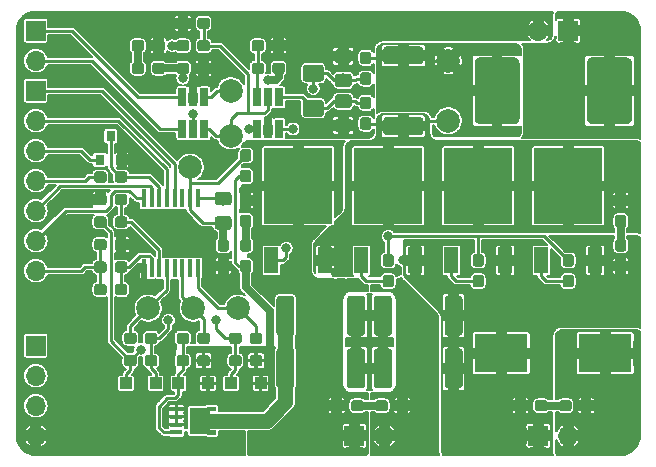
<source format=gbr>
%TF.GenerationSoftware,KiCad,Pcbnew,(5.1.2)-2*%
%TF.CreationDate,2019-07-04T00:25:09-07:00*%
%TF.ProjectId,PowerStage SubBoard 0-2,506f7765-7253-4746-9167-652053756242,rev?*%
%TF.SameCoordinates,Original*%
%TF.FileFunction,Copper,L1,Top*%
%TF.FilePolarity,Positive*%
%FSLAX46Y46*%
G04 Gerber Fmt 4.6, Leading zero omitted, Abs format (unit mm)*
G04 Created by KiCad (PCBNEW (5.1.2)-2) date 2019-07-04 00:25:09*
%MOMM*%
%LPD*%
G04 APERTURE LIST*
%ADD10O,1.700000X1.700000*%
%ADD11R,1.700000X1.700000*%
%ADD12C,0.100000*%
%ADD13C,0.950000*%
%ADD14R,0.800000X0.900000*%
%ADD15R,5.800000X6.400000*%
%ADD16R,1.200000X2.200000*%
%ADD17R,1.000000X1.000000*%
%ADD18C,1.525000*%
%ADD19R,0.450000X1.500000*%
%ADD20R,0.650000X1.560000*%
%ADD21C,2.000000*%
%ADD22C,1.725000*%
%ADD23R,0.990000X0.405000*%
%ADD24C,3.800000*%
%ADD25R,4.500000X3.300000*%
%ADD26C,1.150000*%
%ADD27C,1.425000*%
%ADD28C,0.800000*%
%ADD29C,0.250000*%
%ADD30C,0.635000*%
%ADD31C,0.254000*%
%ADD32C,1.270000*%
%ADD33C,0.152400*%
G04 APERTURE END LIST*
D10*
X131445000Y-99060000D03*
X131445000Y-96520000D03*
X131445000Y-93980000D03*
X131445000Y-91440000D03*
X131445000Y-88900000D03*
X131445000Y-86360000D03*
D11*
X131445000Y-83820000D03*
D12*
G36*
X138980779Y-90648644D02*
G01*
X139003834Y-90652063D01*
X139026443Y-90657727D01*
X139048387Y-90665579D01*
X139069457Y-90675544D01*
X139089448Y-90687526D01*
X139108168Y-90701410D01*
X139125438Y-90717062D01*
X139141090Y-90734332D01*
X139154974Y-90753052D01*
X139166956Y-90773043D01*
X139176921Y-90794113D01*
X139184773Y-90816057D01*
X139190437Y-90838666D01*
X139193856Y-90861721D01*
X139195000Y-90885000D01*
X139195000Y-91360000D01*
X139193856Y-91383279D01*
X139190437Y-91406334D01*
X139184773Y-91428943D01*
X139176921Y-91450887D01*
X139166956Y-91471957D01*
X139154974Y-91491948D01*
X139141090Y-91510668D01*
X139125438Y-91527938D01*
X139108168Y-91543590D01*
X139089448Y-91557474D01*
X139069457Y-91569456D01*
X139048387Y-91579421D01*
X139026443Y-91587273D01*
X139003834Y-91592937D01*
X138980779Y-91596356D01*
X138957500Y-91597500D01*
X138382500Y-91597500D01*
X138359221Y-91596356D01*
X138336166Y-91592937D01*
X138313557Y-91587273D01*
X138291613Y-91579421D01*
X138270543Y-91569456D01*
X138250552Y-91557474D01*
X138231832Y-91543590D01*
X138214562Y-91527938D01*
X138198910Y-91510668D01*
X138185026Y-91491948D01*
X138173044Y-91471957D01*
X138163079Y-91450887D01*
X138155227Y-91428943D01*
X138149563Y-91406334D01*
X138146144Y-91383279D01*
X138145000Y-91360000D01*
X138145000Y-90885000D01*
X138146144Y-90861721D01*
X138149563Y-90838666D01*
X138155227Y-90816057D01*
X138163079Y-90794113D01*
X138173044Y-90773043D01*
X138185026Y-90753052D01*
X138198910Y-90734332D01*
X138214562Y-90717062D01*
X138231832Y-90701410D01*
X138250552Y-90687526D01*
X138270543Y-90675544D01*
X138291613Y-90665579D01*
X138313557Y-90657727D01*
X138336166Y-90652063D01*
X138359221Y-90648644D01*
X138382500Y-90647500D01*
X138957500Y-90647500D01*
X138980779Y-90648644D01*
X138980779Y-90648644D01*
G37*
D13*
X138670000Y-91122500D03*
D12*
G36*
X137230779Y-90648644D02*
G01*
X137253834Y-90652063D01*
X137276443Y-90657727D01*
X137298387Y-90665579D01*
X137319457Y-90675544D01*
X137339448Y-90687526D01*
X137358168Y-90701410D01*
X137375438Y-90717062D01*
X137391090Y-90734332D01*
X137404974Y-90753052D01*
X137416956Y-90773043D01*
X137426921Y-90794113D01*
X137434773Y-90816057D01*
X137440437Y-90838666D01*
X137443856Y-90861721D01*
X137445000Y-90885000D01*
X137445000Y-91360000D01*
X137443856Y-91383279D01*
X137440437Y-91406334D01*
X137434773Y-91428943D01*
X137426921Y-91450887D01*
X137416956Y-91471957D01*
X137404974Y-91491948D01*
X137391090Y-91510668D01*
X137375438Y-91527938D01*
X137358168Y-91543590D01*
X137339448Y-91557474D01*
X137319457Y-91569456D01*
X137298387Y-91579421D01*
X137276443Y-91587273D01*
X137253834Y-91592937D01*
X137230779Y-91596356D01*
X137207500Y-91597500D01*
X136632500Y-91597500D01*
X136609221Y-91596356D01*
X136586166Y-91592937D01*
X136563557Y-91587273D01*
X136541613Y-91579421D01*
X136520543Y-91569456D01*
X136500552Y-91557474D01*
X136481832Y-91543590D01*
X136464562Y-91527938D01*
X136448910Y-91510668D01*
X136435026Y-91491948D01*
X136423044Y-91471957D01*
X136413079Y-91450887D01*
X136405227Y-91428943D01*
X136399563Y-91406334D01*
X136396144Y-91383279D01*
X136395000Y-91360000D01*
X136395000Y-90885000D01*
X136396144Y-90861721D01*
X136399563Y-90838666D01*
X136405227Y-90816057D01*
X136413079Y-90794113D01*
X136423044Y-90773043D01*
X136435026Y-90753052D01*
X136448910Y-90734332D01*
X136464562Y-90717062D01*
X136481832Y-90701410D01*
X136500552Y-90687526D01*
X136520543Y-90675544D01*
X136541613Y-90665579D01*
X136563557Y-90657727D01*
X136586166Y-90652063D01*
X136609221Y-90648644D01*
X136632500Y-90647500D01*
X137207500Y-90647500D01*
X137230779Y-90648644D01*
X137230779Y-90648644D01*
G37*
D13*
X136920000Y-91122500D03*
D14*
X137795000Y-87646000D03*
X138745000Y-89646000D03*
X136845000Y-89646000D03*
D12*
G36*
X142155779Y-81441144D02*
G01*
X142178834Y-81444563D01*
X142201443Y-81450227D01*
X142223387Y-81458079D01*
X142244457Y-81468044D01*
X142264448Y-81480026D01*
X142283168Y-81493910D01*
X142300438Y-81509562D01*
X142316090Y-81526832D01*
X142329974Y-81545552D01*
X142341956Y-81565543D01*
X142351921Y-81586613D01*
X142359773Y-81608557D01*
X142365437Y-81631166D01*
X142368856Y-81654221D01*
X142370000Y-81677500D01*
X142370000Y-82152500D01*
X142368856Y-82175779D01*
X142365437Y-82198834D01*
X142359773Y-82221443D01*
X142351921Y-82243387D01*
X142341956Y-82264457D01*
X142329974Y-82284448D01*
X142316090Y-82303168D01*
X142300438Y-82320438D01*
X142283168Y-82336090D01*
X142264448Y-82349974D01*
X142244457Y-82361956D01*
X142223387Y-82371921D01*
X142201443Y-82379773D01*
X142178834Y-82385437D01*
X142155779Y-82388856D01*
X142132500Y-82390000D01*
X141557500Y-82390000D01*
X141534221Y-82388856D01*
X141511166Y-82385437D01*
X141488557Y-82379773D01*
X141466613Y-82371921D01*
X141445543Y-82361956D01*
X141425552Y-82349974D01*
X141406832Y-82336090D01*
X141389562Y-82320438D01*
X141373910Y-82303168D01*
X141360026Y-82284448D01*
X141348044Y-82264457D01*
X141338079Y-82243387D01*
X141330227Y-82221443D01*
X141324563Y-82198834D01*
X141321144Y-82175779D01*
X141320000Y-82152500D01*
X141320000Y-81677500D01*
X141321144Y-81654221D01*
X141324563Y-81631166D01*
X141330227Y-81608557D01*
X141338079Y-81586613D01*
X141348044Y-81565543D01*
X141360026Y-81545552D01*
X141373910Y-81526832D01*
X141389562Y-81509562D01*
X141406832Y-81493910D01*
X141425552Y-81480026D01*
X141445543Y-81468044D01*
X141466613Y-81458079D01*
X141488557Y-81450227D01*
X141511166Y-81444563D01*
X141534221Y-81441144D01*
X141557500Y-81440000D01*
X142132500Y-81440000D01*
X142155779Y-81441144D01*
X142155779Y-81441144D01*
G37*
D13*
X141845000Y-81915000D03*
D12*
G36*
X140405779Y-81441144D02*
G01*
X140428834Y-81444563D01*
X140451443Y-81450227D01*
X140473387Y-81458079D01*
X140494457Y-81468044D01*
X140514448Y-81480026D01*
X140533168Y-81493910D01*
X140550438Y-81509562D01*
X140566090Y-81526832D01*
X140579974Y-81545552D01*
X140591956Y-81565543D01*
X140601921Y-81586613D01*
X140609773Y-81608557D01*
X140615437Y-81631166D01*
X140618856Y-81654221D01*
X140620000Y-81677500D01*
X140620000Y-82152500D01*
X140618856Y-82175779D01*
X140615437Y-82198834D01*
X140609773Y-82221443D01*
X140601921Y-82243387D01*
X140591956Y-82264457D01*
X140579974Y-82284448D01*
X140566090Y-82303168D01*
X140550438Y-82320438D01*
X140533168Y-82336090D01*
X140514448Y-82349974D01*
X140494457Y-82361956D01*
X140473387Y-82371921D01*
X140451443Y-82379773D01*
X140428834Y-82385437D01*
X140405779Y-82388856D01*
X140382500Y-82390000D01*
X139807500Y-82390000D01*
X139784221Y-82388856D01*
X139761166Y-82385437D01*
X139738557Y-82379773D01*
X139716613Y-82371921D01*
X139695543Y-82361956D01*
X139675552Y-82349974D01*
X139656832Y-82336090D01*
X139639562Y-82320438D01*
X139623910Y-82303168D01*
X139610026Y-82284448D01*
X139598044Y-82264457D01*
X139588079Y-82243387D01*
X139580227Y-82221443D01*
X139574563Y-82198834D01*
X139571144Y-82175779D01*
X139570000Y-82152500D01*
X139570000Y-81677500D01*
X139571144Y-81654221D01*
X139574563Y-81631166D01*
X139580227Y-81608557D01*
X139588079Y-81586613D01*
X139598044Y-81565543D01*
X139610026Y-81545552D01*
X139623910Y-81526832D01*
X139639562Y-81509562D01*
X139656832Y-81493910D01*
X139675552Y-81480026D01*
X139695543Y-81468044D01*
X139716613Y-81458079D01*
X139738557Y-81450227D01*
X139761166Y-81444563D01*
X139784221Y-81441144D01*
X139807500Y-81440000D01*
X140382500Y-81440000D01*
X140405779Y-81441144D01*
X140405779Y-81441144D01*
G37*
D13*
X140095000Y-81915000D03*
D12*
G36*
X140405779Y-79536144D02*
G01*
X140428834Y-79539563D01*
X140451443Y-79545227D01*
X140473387Y-79553079D01*
X140494457Y-79563044D01*
X140514448Y-79575026D01*
X140533168Y-79588910D01*
X140550438Y-79604562D01*
X140566090Y-79621832D01*
X140579974Y-79640552D01*
X140591956Y-79660543D01*
X140601921Y-79681613D01*
X140609773Y-79703557D01*
X140615437Y-79726166D01*
X140618856Y-79749221D01*
X140620000Y-79772500D01*
X140620000Y-80247500D01*
X140618856Y-80270779D01*
X140615437Y-80293834D01*
X140609773Y-80316443D01*
X140601921Y-80338387D01*
X140591956Y-80359457D01*
X140579974Y-80379448D01*
X140566090Y-80398168D01*
X140550438Y-80415438D01*
X140533168Y-80431090D01*
X140514448Y-80444974D01*
X140494457Y-80456956D01*
X140473387Y-80466921D01*
X140451443Y-80474773D01*
X140428834Y-80480437D01*
X140405779Y-80483856D01*
X140382500Y-80485000D01*
X139807500Y-80485000D01*
X139784221Y-80483856D01*
X139761166Y-80480437D01*
X139738557Y-80474773D01*
X139716613Y-80466921D01*
X139695543Y-80456956D01*
X139675552Y-80444974D01*
X139656832Y-80431090D01*
X139639562Y-80415438D01*
X139623910Y-80398168D01*
X139610026Y-80379448D01*
X139598044Y-80359457D01*
X139588079Y-80338387D01*
X139580227Y-80316443D01*
X139574563Y-80293834D01*
X139571144Y-80270779D01*
X139570000Y-80247500D01*
X139570000Y-79772500D01*
X139571144Y-79749221D01*
X139574563Y-79726166D01*
X139580227Y-79703557D01*
X139588079Y-79681613D01*
X139598044Y-79660543D01*
X139610026Y-79640552D01*
X139623910Y-79621832D01*
X139639562Y-79604562D01*
X139656832Y-79588910D01*
X139675552Y-79575026D01*
X139695543Y-79563044D01*
X139716613Y-79553079D01*
X139738557Y-79545227D01*
X139761166Y-79539563D01*
X139784221Y-79536144D01*
X139807500Y-79535000D01*
X140382500Y-79535000D01*
X140405779Y-79536144D01*
X140405779Y-79536144D01*
G37*
D13*
X140095000Y-80010000D03*
D12*
G36*
X142155779Y-79536144D02*
G01*
X142178834Y-79539563D01*
X142201443Y-79545227D01*
X142223387Y-79553079D01*
X142244457Y-79563044D01*
X142264448Y-79575026D01*
X142283168Y-79588910D01*
X142300438Y-79604562D01*
X142316090Y-79621832D01*
X142329974Y-79640552D01*
X142341956Y-79660543D01*
X142351921Y-79681613D01*
X142359773Y-79703557D01*
X142365437Y-79726166D01*
X142368856Y-79749221D01*
X142370000Y-79772500D01*
X142370000Y-80247500D01*
X142368856Y-80270779D01*
X142365437Y-80293834D01*
X142359773Y-80316443D01*
X142351921Y-80338387D01*
X142341956Y-80359457D01*
X142329974Y-80379448D01*
X142316090Y-80398168D01*
X142300438Y-80415438D01*
X142283168Y-80431090D01*
X142264448Y-80444974D01*
X142244457Y-80456956D01*
X142223387Y-80466921D01*
X142201443Y-80474773D01*
X142178834Y-80480437D01*
X142155779Y-80483856D01*
X142132500Y-80485000D01*
X141557500Y-80485000D01*
X141534221Y-80483856D01*
X141511166Y-80480437D01*
X141488557Y-80474773D01*
X141466613Y-80466921D01*
X141445543Y-80456956D01*
X141425552Y-80444974D01*
X141406832Y-80431090D01*
X141389562Y-80415438D01*
X141373910Y-80398168D01*
X141360026Y-80379448D01*
X141348044Y-80359457D01*
X141338079Y-80338387D01*
X141330227Y-80316443D01*
X141324563Y-80293834D01*
X141321144Y-80270779D01*
X141320000Y-80247500D01*
X141320000Y-79772500D01*
X141321144Y-79749221D01*
X141324563Y-79726166D01*
X141330227Y-79703557D01*
X141338079Y-79681613D01*
X141348044Y-79660543D01*
X141360026Y-79640552D01*
X141373910Y-79621832D01*
X141389562Y-79604562D01*
X141406832Y-79588910D01*
X141425552Y-79575026D01*
X141445543Y-79563044D01*
X141466613Y-79553079D01*
X141488557Y-79545227D01*
X141511166Y-79539563D01*
X141534221Y-79536144D01*
X141557500Y-79535000D01*
X142132500Y-79535000D01*
X142155779Y-79536144D01*
X142155779Y-79536144D01*
G37*
D13*
X141845000Y-80010000D03*
D15*
X176530000Y-91880000D03*
D16*
X178810000Y-98180000D03*
X174250000Y-98180000D03*
D17*
X147975000Y-108585000D03*
X150475000Y-108585000D03*
D12*
G36*
X161379505Y-105641204D02*
G01*
X161403773Y-105644804D01*
X161427572Y-105650765D01*
X161450671Y-105659030D01*
X161472850Y-105669520D01*
X161493893Y-105682132D01*
X161513599Y-105696747D01*
X161531777Y-105713223D01*
X161548253Y-105731401D01*
X161562868Y-105751107D01*
X161575480Y-105772150D01*
X161585970Y-105794329D01*
X161594235Y-105817428D01*
X161600196Y-105841227D01*
X161603796Y-105865495D01*
X161605000Y-105889999D01*
X161605000Y-108740001D01*
X161603796Y-108764505D01*
X161600196Y-108788773D01*
X161594235Y-108812572D01*
X161585970Y-108835671D01*
X161575480Y-108857850D01*
X161562868Y-108878893D01*
X161548253Y-108898599D01*
X161531777Y-108916777D01*
X161513599Y-108933253D01*
X161493893Y-108947868D01*
X161472850Y-108960480D01*
X161450671Y-108970970D01*
X161427572Y-108979235D01*
X161403773Y-108985196D01*
X161379505Y-108988796D01*
X161355001Y-108990000D01*
X160329999Y-108990000D01*
X160305495Y-108988796D01*
X160281227Y-108985196D01*
X160257428Y-108979235D01*
X160234329Y-108970970D01*
X160212150Y-108960480D01*
X160191107Y-108947868D01*
X160171401Y-108933253D01*
X160153223Y-108916777D01*
X160136747Y-108898599D01*
X160122132Y-108878893D01*
X160109520Y-108857850D01*
X160099030Y-108835671D01*
X160090765Y-108812572D01*
X160084804Y-108788773D01*
X160081204Y-108764505D01*
X160080000Y-108740001D01*
X160080000Y-105889999D01*
X160081204Y-105865495D01*
X160084804Y-105841227D01*
X160090765Y-105817428D01*
X160099030Y-105794329D01*
X160109520Y-105772150D01*
X160122132Y-105751107D01*
X160136747Y-105731401D01*
X160153223Y-105713223D01*
X160171401Y-105696747D01*
X160191107Y-105682132D01*
X160212150Y-105669520D01*
X160234329Y-105659030D01*
X160257428Y-105650765D01*
X160281227Y-105644804D01*
X160305495Y-105641204D01*
X160329999Y-105640000D01*
X161355001Y-105640000D01*
X161379505Y-105641204D01*
X161379505Y-105641204D01*
G37*
D18*
X160842500Y-107315000D03*
D12*
G36*
X167354505Y-105641204D02*
G01*
X167378773Y-105644804D01*
X167402572Y-105650765D01*
X167425671Y-105659030D01*
X167447850Y-105669520D01*
X167468893Y-105682132D01*
X167488599Y-105696747D01*
X167506777Y-105713223D01*
X167523253Y-105731401D01*
X167537868Y-105751107D01*
X167550480Y-105772150D01*
X167560970Y-105794329D01*
X167569235Y-105817428D01*
X167575196Y-105841227D01*
X167578796Y-105865495D01*
X167580000Y-105889999D01*
X167580000Y-108740001D01*
X167578796Y-108764505D01*
X167575196Y-108788773D01*
X167569235Y-108812572D01*
X167560970Y-108835671D01*
X167550480Y-108857850D01*
X167537868Y-108878893D01*
X167523253Y-108898599D01*
X167506777Y-108916777D01*
X167488599Y-108933253D01*
X167468893Y-108947868D01*
X167447850Y-108960480D01*
X167425671Y-108970970D01*
X167402572Y-108979235D01*
X167378773Y-108985196D01*
X167354505Y-108988796D01*
X167330001Y-108990000D01*
X166304999Y-108990000D01*
X166280495Y-108988796D01*
X166256227Y-108985196D01*
X166232428Y-108979235D01*
X166209329Y-108970970D01*
X166187150Y-108960480D01*
X166166107Y-108947868D01*
X166146401Y-108933253D01*
X166128223Y-108916777D01*
X166111747Y-108898599D01*
X166097132Y-108878893D01*
X166084520Y-108857850D01*
X166074030Y-108835671D01*
X166065765Y-108812572D01*
X166059804Y-108788773D01*
X166056204Y-108764505D01*
X166055000Y-108740001D01*
X166055000Y-105889999D01*
X166056204Y-105865495D01*
X166059804Y-105841227D01*
X166065765Y-105817428D01*
X166074030Y-105794329D01*
X166084520Y-105772150D01*
X166097132Y-105751107D01*
X166111747Y-105731401D01*
X166128223Y-105713223D01*
X166146401Y-105696747D01*
X166166107Y-105682132D01*
X166187150Y-105669520D01*
X166209329Y-105659030D01*
X166232428Y-105650765D01*
X166256227Y-105644804D01*
X166280495Y-105641204D01*
X166304999Y-105640000D01*
X167330001Y-105640000D01*
X167354505Y-105641204D01*
X167354505Y-105641204D01*
G37*
D18*
X166817500Y-107315000D03*
D12*
G36*
X159099505Y-101196204D02*
G01*
X159123773Y-101199804D01*
X159147572Y-101205765D01*
X159170671Y-101214030D01*
X159192850Y-101224520D01*
X159213893Y-101237132D01*
X159233599Y-101251747D01*
X159251777Y-101268223D01*
X159268253Y-101286401D01*
X159282868Y-101306107D01*
X159295480Y-101327150D01*
X159305970Y-101349329D01*
X159314235Y-101372428D01*
X159320196Y-101396227D01*
X159323796Y-101420495D01*
X159325000Y-101444999D01*
X159325000Y-104295001D01*
X159323796Y-104319505D01*
X159320196Y-104343773D01*
X159314235Y-104367572D01*
X159305970Y-104390671D01*
X159295480Y-104412850D01*
X159282868Y-104433893D01*
X159268253Y-104453599D01*
X159251777Y-104471777D01*
X159233599Y-104488253D01*
X159213893Y-104502868D01*
X159192850Y-104515480D01*
X159170671Y-104525970D01*
X159147572Y-104534235D01*
X159123773Y-104540196D01*
X159099505Y-104543796D01*
X159075001Y-104545000D01*
X158049999Y-104545000D01*
X158025495Y-104543796D01*
X158001227Y-104540196D01*
X157977428Y-104534235D01*
X157954329Y-104525970D01*
X157932150Y-104515480D01*
X157911107Y-104502868D01*
X157891401Y-104488253D01*
X157873223Y-104471777D01*
X157856747Y-104453599D01*
X157842132Y-104433893D01*
X157829520Y-104412850D01*
X157819030Y-104390671D01*
X157810765Y-104367572D01*
X157804804Y-104343773D01*
X157801204Y-104319505D01*
X157800000Y-104295001D01*
X157800000Y-101444999D01*
X157801204Y-101420495D01*
X157804804Y-101396227D01*
X157810765Y-101372428D01*
X157819030Y-101349329D01*
X157829520Y-101327150D01*
X157842132Y-101306107D01*
X157856747Y-101286401D01*
X157873223Y-101268223D01*
X157891401Y-101251747D01*
X157911107Y-101237132D01*
X157932150Y-101224520D01*
X157954329Y-101214030D01*
X157977428Y-101205765D01*
X158001227Y-101199804D01*
X158025495Y-101196204D01*
X158049999Y-101195000D01*
X159075001Y-101195000D01*
X159099505Y-101196204D01*
X159099505Y-101196204D01*
G37*
D18*
X158562500Y-102870000D03*
D12*
G36*
X153124505Y-101196204D02*
G01*
X153148773Y-101199804D01*
X153172572Y-101205765D01*
X153195671Y-101214030D01*
X153217850Y-101224520D01*
X153238893Y-101237132D01*
X153258599Y-101251747D01*
X153276777Y-101268223D01*
X153293253Y-101286401D01*
X153307868Y-101306107D01*
X153320480Y-101327150D01*
X153330970Y-101349329D01*
X153339235Y-101372428D01*
X153345196Y-101396227D01*
X153348796Y-101420495D01*
X153350000Y-101444999D01*
X153350000Y-104295001D01*
X153348796Y-104319505D01*
X153345196Y-104343773D01*
X153339235Y-104367572D01*
X153330970Y-104390671D01*
X153320480Y-104412850D01*
X153307868Y-104433893D01*
X153293253Y-104453599D01*
X153276777Y-104471777D01*
X153258599Y-104488253D01*
X153238893Y-104502868D01*
X153217850Y-104515480D01*
X153195671Y-104525970D01*
X153172572Y-104534235D01*
X153148773Y-104540196D01*
X153124505Y-104543796D01*
X153100001Y-104545000D01*
X152074999Y-104545000D01*
X152050495Y-104543796D01*
X152026227Y-104540196D01*
X152002428Y-104534235D01*
X151979329Y-104525970D01*
X151957150Y-104515480D01*
X151936107Y-104502868D01*
X151916401Y-104488253D01*
X151898223Y-104471777D01*
X151881747Y-104453599D01*
X151867132Y-104433893D01*
X151854520Y-104412850D01*
X151844030Y-104390671D01*
X151835765Y-104367572D01*
X151829804Y-104343773D01*
X151826204Y-104319505D01*
X151825000Y-104295001D01*
X151825000Y-101444999D01*
X151826204Y-101420495D01*
X151829804Y-101396227D01*
X151835765Y-101372428D01*
X151844030Y-101349329D01*
X151854520Y-101327150D01*
X151867132Y-101306107D01*
X151881747Y-101286401D01*
X151898223Y-101268223D01*
X151916401Y-101251747D01*
X151936107Y-101237132D01*
X151957150Y-101224520D01*
X151979329Y-101214030D01*
X152002428Y-101205765D01*
X152026227Y-101199804D01*
X152050495Y-101196204D01*
X152074999Y-101195000D01*
X153100001Y-101195000D01*
X153124505Y-101196204D01*
X153124505Y-101196204D01*
G37*
D18*
X152587500Y-102870000D03*
D12*
G36*
X153124505Y-105641204D02*
G01*
X153148773Y-105644804D01*
X153172572Y-105650765D01*
X153195671Y-105659030D01*
X153217850Y-105669520D01*
X153238893Y-105682132D01*
X153258599Y-105696747D01*
X153276777Y-105713223D01*
X153293253Y-105731401D01*
X153307868Y-105751107D01*
X153320480Y-105772150D01*
X153330970Y-105794329D01*
X153339235Y-105817428D01*
X153345196Y-105841227D01*
X153348796Y-105865495D01*
X153350000Y-105889999D01*
X153350000Y-108740001D01*
X153348796Y-108764505D01*
X153345196Y-108788773D01*
X153339235Y-108812572D01*
X153330970Y-108835671D01*
X153320480Y-108857850D01*
X153307868Y-108878893D01*
X153293253Y-108898599D01*
X153276777Y-108916777D01*
X153258599Y-108933253D01*
X153238893Y-108947868D01*
X153217850Y-108960480D01*
X153195671Y-108970970D01*
X153172572Y-108979235D01*
X153148773Y-108985196D01*
X153124505Y-108988796D01*
X153100001Y-108990000D01*
X152074999Y-108990000D01*
X152050495Y-108988796D01*
X152026227Y-108985196D01*
X152002428Y-108979235D01*
X151979329Y-108970970D01*
X151957150Y-108960480D01*
X151936107Y-108947868D01*
X151916401Y-108933253D01*
X151898223Y-108916777D01*
X151881747Y-108898599D01*
X151867132Y-108878893D01*
X151854520Y-108857850D01*
X151844030Y-108835671D01*
X151835765Y-108812572D01*
X151829804Y-108788773D01*
X151826204Y-108764505D01*
X151825000Y-108740001D01*
X151825000Y-105889999D01*
X151826204Y-105865495D01*
X151829804Y-105841227D01*
X151835765Y-105817428D01*
X151844030Y-105794329D01*
X151854520Y-105772150D01*
X151867132Y-105751107D01*
X151881747Y-105731401D01*
X151898223Y-105713223D01*
X151916401Y-105696747D01*
X151936107Y-105682132D01*
X151957150Y-105669520D01*
X151979329Y-105659030D01*
X152002428Y-105650765D01*
X152026227Y-105644804D01*
X152050495Y-105641204D01*
X152074999Y-105640000D01*
X153100001Y-105640000D01*
X153124505Y-105641204D01*
X153124505Y-105641204D01*
G37*
D18*
X152587500Y-107315000D03*
D12*
G36*
X159099505Y-105641204D02*
G01*
X159123773Y-105644804D01*
X159147572Y-105650765D01*
X159170671Y-105659030D01*
X159192850Y-105669520D01*
X159213893Y-105682132D01*
X159233599Y-105696747D01*
X159251777Y-105713223D01*
X159268253Y-105731401D01*
X159282868Y-105751107D01*
X159295480Y-105772150D01*
X159305970Y-105794329D01*
X159314235Y-105817428D01*
X159320196Y-105841227D01*
X159323796Y-105865495D01*
X159325000Y-105889999D01*
X159325000Y-108740001D01*
X159323796Y-108764505D01*
X159320196Y-108788773D01*
X159314235Y-108812572D01*
X159305970Y-108835671D01*
X159295480Y-108857850D01*
X159282868Y-108878893D01*
X159268253Y-108898599D01*
X159251777Y-108916777D01*
X159233599Y-108933253D01*
X159213893Y-108947868D01*
X159192850Y-108960480D01*
X159170671Y-108970970D01*
X159147572Y-108979235D01*
X159123773Y-108985196D01*
X159099505Y-108988796D01*
X159075001Y-108990000D01*
X158049999Y-108990000D01*
X158025495Y-108988796D01*
X158001227Y-108985196D01*
X157977428Y-108979235D01*
X157954329Y-108970970D01*
X157932150Y-108960480D01*
X157911107Y-108947868D01*
X157891401Y-108933253D01*
X157873223Y-108916777D01*
X157856747Y-108898599D01*
X157842132Y-108878893D01*
X157829520Y-108857850D01*
X157819030Y-108835671D01*
X157810765Y-108812572D01*
X157804804Y-108788773D01*
X157801204Y-108764505D01*
X157800000Y-108740001D01*
X157800000Y-105889999D01*
X157801204Y-105865495D01*
X157804804Y-105841227D01*
X157810765Y-105817428D01*
X157819030Y-105794329D01*
X157829520Y-105772150D01*
X157842132Y-105751107D01*
X157856747Y-105731401D01*
X157873223Y-105713223D01*
X157891401Y-105696747D01*
X157911107Y-105682132D01*
X157932150Y-105669520D01*
X157954329Y-105659030D01*
X157977428Y-105650765D01*
X158001227Y-105644804D01*
X158025495Y-105641204D01*
X158049999Y-105640000D01*
X159075001Y-105640000D01*
X159099505Y-105641204D01*
X159099505Y-105641204D01*
G37*
D18*
X158562500Y-107315000D03*
D19*
X145150000Y-98835000D03*
X144500000Y-98835000D03*
X143850000Y-98835000D03*
X143200000Y-98835000D03*
X142550000Y-98835000D03*
X141900000Y-98835000D03*
X141250000Y-98835000D03*
X140600000Y-98835000D03*
X140600000Y-92935000D03*
X141250000Y-92935000D03*
X141900000Y-92935000D03*
X142550000Y-92935000D03*
X143200000Y-92935000D03*
X143850000Y-92935000D03*
X144500000Y-92935000D03*
X145150000Y-92935000D03*
D20*
X151130000Y-84375000D03*
X150180000Y-84375000D03*
X152080000Y-84375000D03*
X152080000Y-87075000D03*
X151130000Y-87075000D03*
X150180000Y-87075000D03*
X144780000Y-87075000D03*
X145730000Y-87075000D03*
X143830000Y-87075000D03*
X143830000Y-84375000D03*
X144780000Y-84375000D03*
X145730000Y-84375000D03*
D21*
X140970000Y-102235000D03*
X144780000Y-102235000D03*
X148590000Y-102235000D03*
X166370000Y-86360000D03*
X166370000Y-81280000D03*
X144526000Y-90297000D03*
X147955000Y-87630000D03*
X147955000Y-83820000D03*
D12*
G36*
X138980779Y-94458644D02*
G01*
X139003834Y-94462063D01*
X139026443Y-94467727D01*
X139048387Y-94475579D01*
X139069457Y-94485544D01*
X139089448Y-94497526D01*
X139108168Y-94511410D01*
X139125438Y-94527062D01*
X139141090Y-94544332D01*
X139154974Y-94563052D01*
X139166956Y-94583043D01*
X139176921Y-94604113D01*
X139184773Y-94626057D01*
X139190437Y-94648666D01*
X139193856Y-94671721D01*
X139195000Y-94695000D01*
X139195000Y-95170000D01*
X139193856Y-95193279D01*
X139190437Y-95216334D01*
X139184773Y-95238943D01*
X139176921Y-95260887D01*
X139166956Y-95281957D01*
X139154974Y-95301948D01*
X139141090Y-95320668D01*
X139125438Y-95337938D01*
X139108168Y-95353590D01*
X139089448Y-95367474D01*
X139069457Y-95379456D01*
X139048387Y-95389421D01*
X139026443Y-95397273D01*
X139003834Y-95402937D01*
X138980779Y-95406356D01*
X138957500Y-95407500D01*
X138382500Y-95407500D01*
X138359221Y-95406356D01*
X138336166Y-95402937D01*
X138313557Y-95397273D01*
X138291613Y-95389421D01*
X138270543Y-95379456D01*
X138250552Y-95367474D01*
X138231832Y-95353590D01*
X138214562Y-95337938D01*
X138198910Y-95320668D01*
X138185026Y-95301948D01*
X138173044Y-95281957D01*
X138163079Y-95260887D01*
X138155227Y-95238943D01*
X138149563Y-95216334D01*
X138146144Y-95193279D01*
X138145000Y-95170000D01*
X138145000Y-94695000D01*
X138146144Y-94671721D01*
X138149563Y-94648666D01*
X138155227Y-94626057D01*
X138163079Y-94604113D01*
X138173044Y-94583043D01*
X138185026Y-94563052D01*
X138198910Y-94544332D01*
X138214562Y-94527062D01*
X138231832Y-94511410D01*
X138250552Y-94497526D01*
X138270543Y-94485544D01*
X138291613Y-94475579D01*
X138313557Y-94467727D01*
X138336166Y-94462063D01*
X138359221Y-94458644D01*
X138382500Y-94457500D01*
X138957500Y-94457500D01*
X138980779Y-94458644D01*
X138980779Y-94458644D01*
G37*
D13*
X138670000Y-94932500D03*
D12*
G36*
X137230779Y-94458644D02*
G01*
X137253834Y-94462063D01*
X137276443Y-94467727D01*
X137298387Y-94475579D01*
X137319457Y-94485544D01*
X137339448Y-94497526D01*
X137358168Y-94511410D01*
X137375438Y-94527062D01*
X137391090Y-94544332D01*
X137404974Y-94563052D01*
X137416956Y-94583043D01*
X137426921Y-94604113D01*
X137434773Y-94626057D01*
X137440437Y-94648666D01*
X137443856Y-94671721D01*
X137445000Y-94695000D01*
X137445000Y-95170000D01*
X137443856Y-95193279D01*
X137440437Y-95216334D01*
X137434773Y-95238943D01*
X137426921Y-95260887D01*
X137416956Y-95281957D01*
X137404974Y-95301948D01*
X137391090Y-95320668D01*
X137375438Y-95337938D01*
X137358168Y-95353590D01*
X137339448Y-95367474D01*
X137319457Y-95379456D01*
X137298387Y-95389421D01*
X137276443Y-95397273D01*
X137253834Y-95402937D01*
X137230779Y-95406356D01*
X137207500Y-95407500D01*
X136632500Y-95407500D01*
X136609221Y-95406356D01*
X136586166Y-95402937D01*
X136563557Y-95397273D01*
X136541613Y-95389421D01*
X136520543Y-95379456D01*
X136500552Y-95367474D01*
X136481832Y-95353590D01*
X136464562Y-95337938D01*
X136448910Y-95320668D01*
X136435026Y-95301948D01*
X136423044Y-95281957D01*
X136413079Y-95260887D01*
X136405227Y-95238943D01*
X136399563Y-95216334D01*
X136396144Y-95193279D01*
X136395000Y-95170000D01*
X136395000Y-94695000D01*
X136396144Y-94671721D01*
X136399563Y-94648666D01*
X136405227Y-94626057D01*
X136413079Y-94604113D01*
X136423044Y-94583043D01*
X136435026Y-94563052D01*
X136448910Y-94544332D01*
X136464562Y-94527062D01*
X136481832Y-94511410D01*
X136500552Y-94497526D01*
X136520543Y-94485544D01*
X136541613Y-94475579D01*
X136563557Y-94467727D01*
X136586166Y-94462063D01*
X136609221Y-94458644D01*
X136632500Y-94457500D01*
X137207500Y-94457500D01*
X137230779Y-94458644D01*
X137230779Y-94458644D01*
G37*
D13*
X136920000Y-94932500D03*
D12*
G36*
X161379505Y-101196204D02*
G01*
X161403773Y-101199804D01*
X161427572Y-101205765D01*
X161450671Y-101214030D01*
X161472850Y-101224520D01*
X161493893Y-101237132D01*
X161513599Y-101251747D01*
X161531777Y-101268223D01*
X161548253Y-101286401D01*
X161562868Y-101306107D01*
X161575480Y-101327150D01*
X161585970Y-101349329D01*
X161594235Y-101372428D01*
X161600196Y-101396227D01*
X161603796Y-101420495D01*
X161605000Y-101444999D01*
X161605000Y-104295001D01*
X161603796Y-104319505D01*
X161600196Y-104343773D01*
X161594235Y-104367572D01*
X161585970Y-104390671D01*
X161575480Y-104412850D01*
X161562868Y-104433893D01*
X161548253Y-104453599D01*
X161531777Y-104471777D01*
X161513599Y-104488253D01*
X161493893Y-104502868D01*
X161472850Y-104515480D01*
X161450671Y-104525970D01*
X161427572Y-104534235D01*
X161403773Y-104540196D01*
X161379505Y-104543796D01*
X161355001Y-104545000D01*
X160329999Y-104545000D01*
X160305495Y-104543796D01*
X160281227Y-104540196D01*
X160257428Y-104534235D01*
X160234329Y-104525970D01*
X160212150Y-104515480D01*
X160191107Y-104502868D01*
X160171401Y-104488253D01*
X160153223Y-104471777D01*
X160136747Y-104453599D01*
X160122132Y-104433893D01*
X160109520Y-104412850D01*
X160099030Y-104390671D01*
X160090765Y-104367572D01*
X160084804Y-104343773D01*
X160081204Y-104319505D01*
X160080000Y-104295001D01*
X160080000Y-101444999D01*
X160081204Y-101420495D01*
X160084804Y-101396227D01*
X160090765Y-101372428D01*
X160099030Y-101349329D01*
X160109520Y-101327150D01*
X160122132Y-101306107D01*
X160136747Y-101286401D01*
X160153223Y-101268223D01*
X160171401Y-101251747D01*
X160191107Y-101237132D01*
X160212150Y-101224520D01*
X160234329Y-101214030D01*
X160257428Y-101205765D01*
X160281227Y-101199804D01*
X160305495Y-101196204D01*
X160329999Y-101195000D01*
X161355001Y-101195000D01*
X161379505Y-101196204D01*
X161379505Y-101196204D01*
G37*
D18*
X160842500Y-102870000D03*
D12*
G36*
X167354505Y-101196204D02*
G01*
X167378773Y-101199804D01*
X167402572Y-101205765D01*
X167425671Y-101214030D01*
X167447850Y-101224520D01*
X167468893Y-101237132D01*
X167488599Y-101251747D01*
X167506777Y-101268223D01*
X167523253Y-101286401D01*
X167537868Y-101306107D01*
X167550480Y-101327150D01*
X167560970Y-101349329D01*
X167569235Y-101372428D01*
X167575196Y-101396227D01*
X167578796Y-101420495D01*
X167580000Y-101444999D01*
X167580000Y-104295001D01*
X167578796Y-104319505D01*
X167575196Y-104343773D01*
X167569235Y-104367572D01*
X167560970Y-104390671D01*
X167550480Y-104412850D01*
X167537868Y-104433893D01*
X167523253Y-104453599D01*
X167506777Y-104471777D01*
X167488599Y-104488253D01*
X167468893Y-104502868D01*
X167447850Y-104515480D01*
X167425671Y-104525970D01*
X167402572Y-104534235D01*
X167378773Y-104540196D01*
X167354505Y-104543796D01*
X167330001Y-104545000D01*
X166304999Y-104545000D01*
X166280495Y-104543796D01*
X166256227Y-104540196D01*
X166232428Y-104534235D01*
X166209329Y-104525970D01*
X166187150Y-104515480D01*
X166166107Y-104502868D01*
X166146401Y-104488253D01*
X166128223Y-104471777D01*
X166111747Y-104453599D01*
X166097132Y-104433893D01*
X166084520Y-104412850D01*
X166074030Y-104390671D01*
X166065765Y-104367572D01*
X166059804Y-104343773D01*
X166056204Y-104319505D01*
X166055000Y-104295001D01*
X166055000Y-101444999D01*
X166056204Y-101420495D01*
X166059804Y-101396227D01*
X166065765Y-101372428D01*
X166074030Y-101349329D01*
X166084520Y-101327150D01*
X166097132Y-101306107D01*
X166111747Y-101286401D01*
X166128223Y-101268223D01*
X166146401Y-101251747D01*
X166166107Y-101237132D01*
X166187150Y-101224520D01*
X166209329Y-101214030D01*
X166232428Y-101205765D01*
X166256227Y-101199804D01*
X166280495Y-101196204D01*
X166304999Y-101195000D01*
X167330001Y-101195000D01*
X167354505Y-101196204D01*
X167354505Y-101196204D01*
G37*
D18*
X166817500Y-102870000D03*
D12*
G36*
X141520779Y-106206144D02*
G01*
X141543834Y-106209563D01*
X141566443Y-106215227D01*
X141588387Y-106223079D01*
X141609457Y-106233044D01*
X141629448Y-106245026D01*
X141648168Y-106258910D01*
X141665438Y-106274562D01*
X141681090Y-106291832D01*
X141694974Y-106310552D01*
X141706956Y-106330543D01*
X141716921Y-106351613D01*
X141724773Y-106373557D01*
X141730437Y-106396166D01*
X141733856Y-106419221D01*
X141735000Y-106442500D01*
X141735000Y-106917500D01*
X141733856Y-106940779D01*
X141730437Y-106963834D01*
X141724773Y-106986443D01*
X141716921Y-107008387D01*
X141706956Y-107029457D01*
X141694974Y-107049448D01*
X141681090Y-107068168D01*
X141665438Y-107085438D01*
X141648168Y-107101090D01*
X141629448Y-107114974D01*
X141609457Y-107126956D01*
X141588387Y-107136921D01*
X141566443Y-107144773D01*
X141543834Y-107150437D01*
X141520779Y-107153856D01*
X141497500Y-107155000D01*
X140922500Y-107155000D01*
X140899221Y-107153856D01*
X140876166Y-107150437D01*
X140853557Y-107144773D01*
X140831613Y-107136921D01*
X140810543Y-107126956D01*
X140790552Y-107114974D01*
X140771832Y-107101090D01*
X140754562Y-107085438D01*
X140738910Y-107068168D01*
X140725026Y-107049448D01*
X140713044Y-107029457D01*
X140703079Y-107008387D01*
X140695227Y-106986443D01*
X140689563Y-106963834D01*
X140686144Y-106940779D01*
X140685000Y-106917500D01*
X140685000Y-106442500D01*
X140686144Y-106419221D01*
X140689563Y-106396166D01*
X140695227Y-106373557D01*
X140703079Y-106351613D01*
X140713044Y-106330543D01*
X140725026Y-106310552D01*
X140738910Y-106291832D01*
X140754562Y-106274562D01*
X140771832Y-106258910D01*
X140790552Y-106245026D01*
X140810543Y-106233044D01*
X140831613Y-106223079D01*
X140853557Y-106215227D01*
X140876166Y-106209563D01*
X140899221Y-106206144D01*
X140922500Y-106205000D01*
X141497500Y-106205000D01*
X141520779Y-106206144D01*
X141520779Y-106206144D01*
G37*
D13*
X141210000Y-106680000D03*
D12*
G36*
X139770779Y-106206144D02*
G01*
X139793834Y-106209563D01*
X139816443Y-106215227D01*
X139838387Y-106223079D01*
X139859457Y-106233044D01*
X139879448Y-106245026D01*
X139898168Y-106258910D01*
X139915438Y-106274562D01*
X139931090Y-106291832D01*
X139944974Y-106310552D01*
X139956956Y-106330543D01*
X139966921Y-106351613D01*
X139974773Y-106373557D01*
X139980437Y-106396166D01*
X139983856Y-106419221D01*
X139985000Y-106442500D01*
X139985000Y-106917500D01*
X139983856Y-106940779D01*
X139980437Y-106963834D01*
X139974773Y-106986443D01*
X139966921Y-107008387D01*
X139956956Y-107029457D01*
X139944974Y-107049448D01*
X139931090Y-107068168D01*
X139915438Y-107085438D01*
X139898168Y-107101090D01*
X139879448Y-107114974D01*
X139859457Y-107126956D01*
X139838387Y-107136921D01*
X139816443Y-107144773D01*
X139793834Y-107150437D01*
X139770779Y-107153856D01*
X139747500Y-107155000D01*
X139172500Y-107155000D01*
X139149221Y-107153856D01*
X139126166Y-107150437D01*
X139103557Y-107144773D01*
X139081613Y-107136921D01*
X139060543Y-107126956D01*
X139040552Y-107114974D01*
X139021832Y-107101090D01*
X139004562Y-107085438D01*
X138988910Y-107068168D01*
X138975026Y-107049448D01*
X138963044Y-107029457D01*
X138953079Y-107008387D01*
X138945227Y-106986443D01*
X138939563Y-106963834D01*
X138936144Y-106940779D01*
X138935000Y-106917500D01*
X138935000Y-106442500D01*
X138936144Y-106419221D01*
X138939563Y-106396166D01*
X138945227Y-106373557D01*
X138953079Y-106351613D01*
X138963044Y-106330543D01*
X138975026Y-106310552D01*
X138988910Y-106291832D01*
X139004562Y-106274562D01*
X139021832Y-106258910D01*
X139040552Y-106245026D01*
X139060543Y-106233044D01*
X139081613Y-106223079D01*
X139103557Y-106215227D01*
X139126166Y-106209563D01*
X139149221Y-106206144D01*
X139172500Y-106205000D01*
X139747500Y-106205000D01*
X139770779Y-106206144D01*
X139770779Y-106206144D01*
G37*
D13*
X139460000Y-106680000D03*
D12*
G36*
X141520779Y-104301144D02*
G01*
X141543834Y-104304563D01*
X141566443Y-104310227D01*
X141588387Y-104318079D01*
X141609457Y-104328044D01*
X141629448Y-104340026D01*
X141648168Y-104353910D01*
X141665438Y-104369562D01*
X141681090Y-104386832D01*
X141694974Y-104405552D01*
X141706956Y-104425543D01*
X141716921Y-104446613D01*
X141724773Y-104468557D01*
X141730437Y-104491166D01*
X141733856Y-104514221D01*
X141735000Y-104537500D01*
X141735000Y-105012500D01*
X141733856Y-105035779D01*
X141730437Y-105058834D01*
X141724773Y-105081443D01*
X141716921Y-105103387D01*
X141706956Y-105124457D01*
X141694974Y-105144448D01*
X141681090Y-105163168D01*
X141665438Y-105180438D01*
X141648168Y-105196090D01*
X141629448Y-105209974D01*
X141609457Y-105221956D01*
X141588387Y-105231921D01*
X141566443Y-105239773D01*
X141543834Y-105245437D01*
X141520779Y-105248856D01*
X141497500Y-105250000D01*
X140922500Y-105250000D01*
X140899221Y-105248856D01*
X140876166Y-105245437D01*
X140853557Y-105239773D01*
X140831613Y-105231921D01*
X140810543Y-105221956D01*
X140790552Y-105209974D01*
X140771832Y-105196090D01*
X140754562Y-105180438D01*
X140738910Y-105163168D01*
X140725026Y-105144448D01*
X140713044Y-105124457D01*
X140703079Y-105103387D01*
X140695227Y-105081443D01*
X140689563Y-105058834D01*
X140686144Y-105035779D01*
X140685000Y-105012500D01*
X140685000Y-104537500D01*
X140686144Y-104514221D01*
X140689563Y-104491166D01*
X140695227Y-104468557D01*
X140703079Y-104446613D01*
X140713044Y-104425543D01*
X140725026Y-104405552D01*
X140738910Y-104386832D01*
X140754562Y-104369562D01*
X140771832Y-104353910D01*
X140790552Y-104340026D01*
X140810543Y-104328044D01*
X140831613Y-104318079D01*
X140853557Y-104310227D01*
X140876166Y-104304563D01*
X140899221Y-104301144D01*
X140922500Y-104300000D01*
X141497500Y-104300000D01*
X141520779Y-104301144D01*
X141520779Y-104301144D01*
G37*
D13*
X141210000Y-104775000D03*
D12*
G36*
X139770779Y-104301144D02*
G01*
X139793834Y-104304563D01*
X139816443Y-104310227D01*
X139838387Y-104318079D01*
X139859457Y-104328044D01*
X139879448Y-104340026D01*
X139898168Y-104353910D01*
X139915438Y-104369562D01*
X139931090Y-104386832D01*
X139944974Y-104405552D01*
X139956956Y-104425543D01*
X139966921Y-104446613D01*
X139974773Y-104468557D01*
X139980437Y-104491166D01*
X139983856Y-104514221D01*
X139985000Y-104537500D01*
X139985000Y-105012500D01*
X139983856Y-105035779D01*
X139980437Y-105058834D01*
X139974773Y-105081443D01*
X139966921Y-105103387D01*
X139956956Y-105124457D01*
X139944974Y-105144448D01*
X139931090Y-105163168D01*
X139915438Y-105180438D01*
X139898168Y-105196090D01*
X139879448Y-105209974D01*
X139859457Y-105221956D01*
X139838387Y-105231921D01*
X139816443Y-105239773D01*
X139793834Y-105245437D01*
X139770779Y-105248856D01*
X139747500Y-105250000D01*
X139172500Y-105250000D01*
X139149221Y-105248856D01*
X139126166Y-105245437D01*
X139103557Y-105239773D01*
X139081613Y-105231921D01*
X139060543Y-105221956D01*
X139040552Y-105209974D01*
X139021832Y-105196090D01*
X139004562Y-105180438D01*
X138988910Y-105163168D01*
X138975026Y-105144448D01*
X138963044Y-105124457D01*
X138953079Y-105103387D01*
X138945227Y-105081443D01*
X138939563Y-105058834D01*
X138936144Y-105035779D01*
X138935000Y-105012500D01*
X138935000Y-104537500D01*
X138936144Y-104514221D01*
X138939563Y-104491166D01*
X138945227Y-104468557D01*
X138953079Y-104446613D01*
X138963044Y-104425543D01*
X138975026Y-104405552D01*
X138988910Y-104386832D01*
X139004562Y-104369562D01*
X139021832Y-104353910D01*
X139040552Y-104340026D01*
X139060543Y-104328044D01*
X139081613Y-104318079D01*
X139103557Y-104310227D01*
X139126166Y-104304563D01*
X139149221Y-104301144D01*
X139172500Y-104300000D01*
X139747500Y-104300000D01*
X139770779Y-104301144D01*
X139770779Y-104301144D01*
G37*
D13*
X139460000Y-104775000D03*
D12*
G36*
X138980779Y-98268644D02*
G01*
X139003834Y-98272063D01*
X139026443Y-98277727D01*
X139048387Y-98285579D01*
X139069457Y-98295544D01*
X139089448Y-98307526D01*
X139108168Y-98321410D01*
X139125438Y-98337062D01*
X139141090Y-98354332D01*
X139154974Y-98373052D01*
X139166956Y-98393043D01*
X139176921Y-98414113D01*
X139184773Y-98436057D01*
X139190437Y-98458666D01*
X139193856Y-98481721D01*
X139195000Y-98505000D01*
X139195000Y-98980000D01*
X139193856Y-99003279D01*
X139190437Y-99026334D01*
X139184773Y-99048943D01*
X139176921Y-99070887D01*
X139166956Y-99091957D01*
X139154974Y-99111948D01*
X139141090Y-99130668D01*
X139125438Y-99147938D01*
X139108168Y-99163590D01*
X139089448Y-99177474D01*
X139069457Y-99189456D01*
X139048387Y-99199421D01*
X139026443Y-99207273D01*
X139003834Y-99212937D01*
X138980779Y-99216356D01*
X138957500Y-99217500D01*
X138382500Y-99217500D01*
X138359221Y-99216356D01*
X138336166Y-99212937D01*
X138313557Y-99207273D01*
X138291613Y-99199421D01*
X138270543Y-99189456D01*
X138250552Y-99177474D01*
X138231832Y-99163590D01*
X138214562Y-99147938D01*
X138198910Y-99130668D01*
X138185026Y-99111948D01*
X138173044Y-99091957D01*
X138163079Y-99070887D01*
X138155227Y-99048943D01*
X138149563Y-99026334D01*
X138146144Y-99003279D01*
X138145000Y-98980000D01*
X138145000Y-98505000D01*
X138146144Y-98481721D01*
X138149563Y-98458666D01*
X138155227Y-98436057D01*
X138163079Y-98414113D01*
X138173044Y-98393043D01*
X138185026Y-98373052D01*
X138198910Y-98354332D01*
X138214562Y-98337062D01*
X138231832Y-98321410D01*
X138250552Y-98307526D01*
X138270543Y-98295544D01*
X138291613Y-98285579D01*
X138313557Y-98277727D01*
X138336166Y-98272063D01*
X138359221Y-98268644D01*
X138382500Y-98267500D01*
X138957500Y-98267500D01*
X138980779Y-98268644D01*
X138980779Y-98268644D01*
G37*
D13*
X138670000Y-98742500D03*
D12*
G36*
X137230779Y-98268644D02*
G01*
X137253834Y-98272063D01*
X137276443Y-98277727D01*
X137298387Y-98285579D01*
X137319457Y-98295544D01*
X137339448Y-98307526D01*
X137358168Y-98321410D01*
X137375438Y-98337062D01*
X137391090Y-98354332D01*
X137404974Y-98373052D01*
X137416956Y-98393043D01*
X137426921Y-98414113D01*
X137434773Y-98436057D01*
X137440437Y-98458666D01*
X137443856Y-98481721D01*
X137445000Y-98505000D01*
X137445000Y-98980000D01*
X137443856Y-99003279D01*
X137440437Y-99026334D01*
X137434773Y-99048943D01*
X137426921Y-99070887D01*
X137416956Y-99091957D01*
X137404974Y-99111948D01*
X137391090Y-99130668D01*
X137375438Y-99147938D01*
X137358168Y-99163590D01*
X137339448Y-99177474D01*
X137319457Y-99189456D01*
X137298387Y-99199421D01*
X137276443Y-99207273D01*
X137253834Y-99212937D01*
X137230779Y-99216356D01*
X137207500Y-99217500D01*
X136632500Y-99217500D01*
X136609221Y-99216356D01*
X136586166Y-99212937D01*
X136563557Y-99207273D01*
X136541613Y-99199421D01*
X136520543Y-99189456D01*
X136500552Y-99177474D01*
X136481832Y-99163590D01*
X136464562Y-99147938D01*
X136448910Y-99130668D01*
X136435026Y-99111948D01*
X136423044Y-99091957D01*
X136413079Y-99070887D01*
X136405227Y-99048943D01*
X136399563Y-99026334D01*
X136396144Y-99003279D01*
X136395000Y-98980000D01*
X136395000Y-98505000D01*
X136396144Y-98481721D01*
X136399563Y-98458666D01*
X136405227Y-98436057D01*
X136413079Y-98414113D01*
X136423044Y-98393043D01*
X136435026Y-98373052D01*
X136448910Y-98354332D01*
X136464562Y-98337062D01*
X136481832Y-98321410D01*
X136500552Y-98307526D01*
X136520543Y-98295544D01*
X136541613Y-98285579D01*
X136563557Y-98277727D01*
X136586166Y-98272063D01*
X136609221Y-98268644D01*
X136632500Y-98267500D01*
X137207500Y-98267500D01*
X137230779Y-98268644D01*
X137230779Y-98268644D01*
G37*
D13*
X136920000Y-98742500D03*
D12*
G36*
X144215779Y-104301144D02*
G01*
X144238834Y-104304563D01*
X144261443Y-104310227D01*
X144283387Y-104318079D01*
X144304457Y-104328044D01*
X144324448Y-104340026D01*
X144343168Y-104353910D01*
X144360438Y-104369562D01*
X144376090Y-104386832D01*
X144389974Y-104405552D01*
X144401956Y-104425543D01*
X144411921Y-104446613D01*
X144419773Y-104468557D01*
X144425437Y-104491166D01*
X144428856Y-104514221D01*
X144430000Y-104537500D01*
X144430000Y-105012500D01*
X144428856Y-105035779D01*
X144425437Y-105058834D01*
X144419773Y-105081443D01*
X144411921Y-105103387D01*
X144401956Y-105124457D01*
X144389974Y-105144448D01*
X144376090Y-105163168D01*
X144360438Y-105180438D01*
X144343168Y-105196090D01*
X144324448Y-105209974D01*
X144304457Y-105221956D01*
X144283387Y-105231921D01*
X144261443Y-105239773D01*
X144238834Y-105245437D01*
X144215779Y-105248856D01*
X144192500Y-105250000D01*
X143617500Y-105250000D01*
X143594221Y-105248856D01*
X143571166Y-105245437D01*
X143548557Y-105239773D01*
X143526613Y-105231921D01*
X143505543Y-105221956D01*
X143485552Y-105209974D01*
X143466832Y-105196090D01*
X143449562Y-105180438D01*
X143433910Y-105163168D01*
X143420026Y-105144448D01*
X143408044Y-105124457D01*
X143398079Y-105103387D01*
X143390227Y-105081443D01*
X143384563Y-105058834D01*
X143381144Y-105035779D01*
X143380000Y-105012500D01*
X143380000Y-104537500D01*
X143381144Y-104514221D01*
X143384563Y-104491166D01*
X143390227Y-104468557D01*
X143398079Y-104446613D01*
X143408044Y-104425543D01*
X143420026Y-104405552D01*
X143433910Y-104386832D01*
X143449562Y-104369562D01*
X143466832Y-104353910D01*
X143485552Y-104340026D01*
X143505543Y-104328044D01*
X143526613Y-104318079D01*
X143548557Y-104310227D01*
X143571166Y-104304563D01*
X143594221Y-104301144D01*
X143617500Y-104300000D01*
X144192500Y-104300000D01*
X144215779Y-104301144D01*
X144215779Y-104301144D01*
G37*
D13*
X143905000Y-104775000D03*
D12*
G36*
X145965779Y-104301144D02*
G01*
X145988834Y-104304563D01*
X146011443Y-104310227D01*
X146033387Y-104318079D01*
X146054457Y-104328044D01*
X146074448Y-104340026D01*
X146093168Y-104353910D01*
X146110438Y-104369562D01*
X146126090Y-104386832D01*
X146139974Y-104405552D01*
X146151956Y-104425543D01*
X146161921Y-104446613D01*
X146169773Y-104468557D01*
X146175437Y-104491166D01*
X146178856Y-104514221D01*
X146180000Y-104537500D01*
X146180000Y-105012500D01*
X146178856Y-105035779D01*
X146175437Y-105058834D01*
X146169773Y-105081443D01*
X146161921Y-105103387D01*
X146151956Y-105124457D01*
X146139974Y-105144448D01*
X146126090Y-105163168D01*
X146110438Y-105180438D01*
X146093168Y-105196090D01*
X146074448Y-105209974D01*
X146054457Y-105221956D01*
X146033387Y-105231921D01*
X146011443Y-105239773D01*
X145988834Y-105245437D01*
X145965779Y-105248856D01*
X145942500Y-105250000D01*
X145367500Y-105250000D01*
X145344221Y-105248856D01*
X145321166Y-105245437D01*
X145298557Y-105239773D01*
X145276613Y-105231921D01*
X145255543Y-105221956D01*
X145235552Y-105209974D01*
X145216832Y-105196090D01*
X145199562Y-105180438D01*
X145183910Y-105163168D01*
X145170026Y-105144448D01*
X145158044Y-105124457D01*
X145148079Y-105103387D01*
X145140227Y-105081443D01*
X145134563Y-105058834D01*
X145131144Y-105035779D01*
X145130000Y-105012500D01*
X145130000Y-104537500D01*
X145131144Y-104514221D01*
X145134563Y-104491166D01*
X145140227Y-104468557D01*
X145148079Y-104446613D01*
X145158044Y-104425543D01*
X145170026Y-104405552D01*
X145183910Y-104386832D01*
X145199562Y-104369562D01*
X145216832Y-104353910D01*
X145235552Y-104340026D01*
X145255543Y-104328044D01*
X145276613Y-104318079D01*
X145298557Y-104310227D01*
X145321166Y-104304563D01*
X145344221Y-104301144D01*
X145367500Y-104300000D01*
X145942500Y-104300000D01*
X145965779Y-104301144D01*
X145965779Y-104301144D01*
G37*
D13*
X145655000Y-104775000D03*
D12*
G36*
X145965779Y-106206144D02*
G01*
X145988834Y-106209563D01*
X146011443Y-106215227D01*
X146033387Y-106223079D01*
X146054457Y-106233044D01*
X146074448Y-106245026D01*
X146093168Y-106258910D01*
X146110438Y-106274562D01*
X146126090Y-106291832D01*
X146139974Y-106310552D01*
X146151956Y-106330543D01*
X146161921Y-106351613D01*
X146169773Y-106373557D01*
X146175437Y-106396166D01*
X146178856Y-106419221D01*
X146180000Y-106442500D01*
X146180000Y-106917500D01*
X146178856Y-106940779D01*
X146175437Y-106963834D01*
X146169773Y-106986443D01*
X146161921Y-107008387D01*
X146151956Y-107029457D01*
X146139974Y-107049448D01*
X146126090Y-107068168D01*
X146110438Y-107085438D01*
X146093168Y-107101090D01*
X146074448Y-107114974D01*
X146054457Y-107126956D01*
X146033387Y-107136921D01*
X146011443Y-107144773D01*
X145988834Y-107150437D01*
X145965779Y-107153856D01*
X145942500Y-107155000D01*
X145367500Y-107155000D01*
X145344221Y-107153856D01*
X145321166Y-107150437D01*
X145298557Y-107144773D01*
X145276613Y-107136921D01*
X145255543Y-107126956D01*
X145235552Y-107114974D01*
X145216832Y-107101090D01*
X145199562Y-107085438D01*
X145183910Y-107068168D01*
X145170026Y-107049448D01*
X145158044Y-107029457D01*
X145148079Y-107008387D01*
X145140227Y-106986443D01*
X145134563Y-106963834D01*
X145131144Y-106940779D01*
X145130000Y-106917500D01*
X145130000Y-106442500D01*
X145131144Y-106419221D01*
X145134563Y-106396166D01*
X145140227Y-106373557D01*
X145148079Y-106351613D01*
X145158044Y-106330543D01*
X145170026Y-106310552D01*
X145183910Y-106291832D01*
X145199562Y-106274562D01*
X145216832Y-106258910D01*
X145235552Y-106245026D01*
X145255543Y-106233044D01*
X145276613Y-106223079D01*
X145298557Y-106215227D01*
X145321166Y-106209563D01*
X145344221Y-106206144D01*
X145367500Y-106205000D01*
X145942500Y-106205000D01*
X145965779Y-106206144D01*
X145965779Y-106206144D01*
G37*
D13*
X145655000Y-106680000D03*
D12*
G36*
X144215779Y-106206144D02*
G01*
X144238834Y-106209563D01*
X144261443Y-106215227D01*
X144283387Y-106223079D01*
X144304457Y-106233044D01*
X144324448Y-106245026D01*
X144343168Y-106258910D01*
X144360438Y-106274562D01*
X144376090Y-106291832D01*
X144389974Y-106310552D01*
X144401956Y-106330543D01*
X144411921Y-106351613D01*
X144419773Y-106373557D01*
X144425437Y-106396166D01*
X144428856Y-106419221D01*
X144430000Y-106442500D01*
X144430000Y-106917500D01*
X144428856Y-106940779D01*
X144425437Y-106963834D01*
X144419773Y-106986443D01*
X144411921Y-107008387D01*
X144401956Y-107029457D01*
X144389974Y-107049448D01*
X144376090Y-107068168D01*
X144360438Y-107085438D01*
X144343168Y-107101090D01*
X144324448Y-107114974D01*
X144304457Y-107126956D01*
X144283387Y-107136921D01*
X144261443Y-107144773D01*
X144238834Y-107150437D01*
X144215779Y-107153856D01*
X144192500Y-107155000D01*
X143617500Y-107155000D01*
X143594221Y-107153856D01*
X143571166Y-107150437D01*
X143548557Y-107144773D01*
X143526613Y-107136921D01*
X143505543Y-107126956D01*
X143485552Y-107114974D01*
X143466832Y-107101090D01*
X143449562Y-107085438D01*
X143433910Y-107068168D01*
X143420026Y-107049448D01*
X143408044Y-107029457D01*
X143398079Y-107008387D01*
X143390227Y-106986443D01*
X143384563Y-106963834D01*
X143381144Y-106940779D01*
X143380000Y-106917500D01*
X143380000Y-106442500D01*
X143381144Y-106419221D01*
X143384563Y-106396166D01*
X143390227Y-106373557D01*
X143398079Y-106351613D01*
X143408044Y-106330543D01*
X143420026Y-106310552D01*
X143433910Y-106291832D01*
X143449562Y-106274562D01*
X143466832Y-106258910D01*
X143485552Y-106245026D01*
X143505543Y-106233044D01*
X143526613Y-106223079D01*
X143548557Y-106215227D01*
X143571166Y-106209563D01*
X143594221Y-106206144D01*
X143617500Y-106205000D01*
X144192500Y-106205000D01*
X144215779Y-106206144D01*
X144215779Y-106206144D01*
G37*
D13*
X143905000Y-106680000D03*
D12*
G36*
X137230779Y-96363644D02*
G01*
X137253834Y-96367063D01*
X137276443Y-96372727D01*
X137298387Y-96380579D01*
X137319457Y-96390544D01*
X137339448Y-96402526D01*
X137358168Y-96416410D01*
X137375438Y-96432062D01*
X137391090Y-96449332D01*
X137404974Y-96468052D01*
X137416956Y-96488043D01*
X137426921Y-96509113D01*
X137434773Y-96531057D01*
X137440437Y-96553666D01*
X137443856Y-96576721D01*
X137445000Y-96600000D01*
X137445000Y-97075000D01*
X137443856Y-97098279D01*
X137440437Y-97121334D01*
X137434773Y-97143943D01*
X137426921Y-97165887D01*
X137416956Y-97186957D01*
X137404974Y-97206948D01*
X137391090Y-97225668D01*
X137375438Y-97242938D01*
X137358168Y-97258590D01*
X137339448Y-97272474D01*
X137319457Y-97284456D01*
X137298387Y-97294421D01*
X137276443Y-97302273D01*
X137253834Y-97307937D01*
X137230779Y-97311356D01*
X137207500Y-97312500D01*
X136632500Y-97312500D01*
X136609221Y-97311356D01*
X136586166Y-97307937D01*
X136563557Y-97302273D01*
X136541613Y-97294421D01*
X136520543Y-97284456D01*
X136500552Y-97272474D01*
X136481832Y-97258590D01*
X136464562Y-97242938D01*
X136448910Y-97225668D01*
X136435026Y-97206948D01*
X136423044Y-97186957D01*
X136413079Y-97165887D01*
X136405227Y-97143943D01*
X136399563Y-97121334D01*
X136396144Y-97098279D01*
X136395000Y-97075000D01*
X136395000Y-96600000D01*
X136396144Y-96576721D01*
X136399563Y-96553666D01*
X136405227Y-96531057D01*
X136413079Y-96509113D01*
X136423044Y-96488043D01*
X136435026Y-96468052D01*
X136448910Y-96449332D01*
X136464562Y-96432062D01*
X136481832Y-96416410D01*
X136500552Y-96402526D01*
X136520543Y-96390544D01*
X136541613Y-96380579D01*
X136563557Y-96372727D01*
X136586166Y-96367063D01*
X136609221Y-96363644D01*
X136632500Y-96362500D01*
X137207500Y-96362500D01*
X137230779Y-96363644D01*
X137230779Y-96363644D01*
G37*
D13*
X136920000Y-96837500D03*
D12*
G36*
X138980779Y-96363644D02*
G01*
X139003834Y-96367063D01*
X139026443Y-96372727D01*
X139048387Y-96380579D01*
X139069457Y-96390544D01*
X139089448Y-96402526D01*
X139108168Y-96416410D01*
X139125438Y-96432062D01*
X139141090Y-96449332D01*
X139154974Y-96468052D01*
X139166956Y-96488043D01*
X139176921Y-96509113D01*
X139184773Y-96531057D01*
X139190437Y-96553666D01*
X139193856Y-96576721D01*
X139195000Y-96600000D01*
X139195000Y-97075000D01*
X139193856Y-97098279D01*
X139190437Y-97121334D01*
X139184773Y-97143943D01*
X139176921Y-97165887D01*
X139166956Y-97186957D01*
X139154974Y-97206948D01*
X139141090Y-97225668D01*
X139125438Y-97242938D01*
X139108168Y-97258590D01*
X139089448Y-97272474D01*
X139069457Y-97284456D01*
X139048387Y-97294421D01*
X139026443Y-97302273D01*
X139003834Y-97307937D01*
X138980779Y-97311356D01*
X138957500Y-97312500D01*
X138382500Y-97312500D01*
X138359221Y-97311356D01*
X138336166Y-97307937D01*
X138313557Y-97302273D01*
X138291613Y-97294421D01*
X138270543Y-97284456D01*
X138250552Y-97272474D01*
X138231832Y-97258590D01*
X138214562Y-97242938D01*
X138198910Y-97225668D01*
X138185026Y-97206948D01*
X138173044Y-97186957D01*
X138163079Y-97165887D01*
X138155227Y-97143943D01*
X138149563Y-97121334D01*
X138146144Y-97098279D01*
X138145000Y-97075000D01*
X138145000Y-96600000D01*
X138146144Y-96576721D01*
X138149563Y-96553666D01*
X138155227Y-96531057D01*
X138163079Y-96509113D01*
X138173044Y-96488043D01*
X138185026Y-96468052D01*
X138198910Y-96449332D01*
X138214562Y-96432062D01*
X138231832Y-96416410D01*
X138250552Y-96402526D01*
X138270543Y-96390544D01*
X138291613Y-96380579D01*
X138313557Y-96372727D01*
X138336166Y-96367063D01*
X138359221Y-96363644D01*
X138382500Y-96362500D01*
X138957500Y-96362500D01*
X138980779Y-96363644D01*
X138980779Y-96363644D01*
G37*
D13*
X138670000Y-96837500D03*
D12*
G36*
X138980779Y-100173644D02*
G01*
X139003834Y-100177063D01*
X139026443Y-100182727D01*
X139048387Y-100190579D01*
X139069457Y-100200544D01*
X139089448Y-100212526D01*
X139108168Y-100226410D01*
X139125438Y-100242062D01*
X139141090Y-100259332D01*
X139154974Y-100278052D01*
X139166956Y-100298043D01*
X139176921Y-100319113D01*
X139184773Y-100341057D01*
X139190437Y-100363666D01*
X139193856Y-100386721D01*
X139195000Y-100410000D01*
X139195000Y-100885000D01*
X139193856Y-100908279D01*
X139190437Y-100931334D01*
X139184773Y-100953943D01*
X139176921Y-100975887D01*
X139166956Y-100996957D01*
X139154974Y-101016948D01*
X139141090Y-101035668D01*
X139125438Y-101052938D01*
X139108168Y-101068590D01*
X139089448Y-101082474D01*
X139069457Y-101094456D01*
X139048387Y-101104421D01*
X139026443Y-101112273D01*
X139003834Y-101117937D01*
X138980779Y-101121356D01*
X138957500Y-101122500D01*
X138382500Y-101122500D01*
X138359221Y-101121356D01*
X138336166Y-101117937D01*
X138313557Y-101112273D01*
X138291613Y-101104421D01*
X138270543Y-101094456D01*
X138250552Y-101082474D01*
X138231832Y-101068590D01*
X138214562Y-101052938D01*
X138198910Y-101035668D01*
X138185026Y-101016948D01*
X138173044Y-100996957D01*
X138163079Y-100975887D01*
X138155227Y-100953943D01*
X138149563Y-100931334D01*
X138146144Y-100908279D01*
X138145000Y-100885000D01*
X138145000Y-100410000D01*
X138146144Y-100386721D01*
X138149563Y-100363666D01*
X138155227Y-100341057D01*
X138163079Y-100319113D01*
X138173044Y-100298043D01*
X138185026Y-100278052D01*
X138198910Y-100259332D01*
X138214562Y-100242062D01*
X138231832Y-100226410D01*
X138250552Y-100212526D01*
X138270543Y-100200544D01*
X138291613Y-100190579D01*
X138313557Y-100182727D01*
X138336166Y-100177063D01*
X138359221Y-100173644D01*
X138382500Y-100172500D01*
X138957500Y-100172500D01*
X138980779Y-100173644D01*
X138980779Y-100173644D01*
G37*
D13*
X138670000Y-100647500D03*
D12*
G36*
X137230779Y-100173644D02*
G01*
X137253834Y-100177063D01*
X137276443Y-100182727D01*
X137298387Y-100190579D01*
X137319457Y-100200544D01*
X137339448Y-100212526D01*
X137358168Y-100226410D01*
X137375438Y-100242062D01*
X137391090Y-100259332D01*
X137404974Y-100278052D01*
X137416956Y-100298043D01*
X137426921Y-100319113D01*
X137434773Y-100341057D01*
X137440437Y-100363666D01*
X137443856Y-100386721D01*
X137445000Y-100410000D01*
X137445000Y-100885000D01*
X137443856Y-100908279D01*
X137440437Y-100931334D01*
X137434773Y-100953943D01*
X137426921Y-100975887D01*
X137416956Y-100996957D01*
X137404974Y-101016948D01*
X137391090Y-101035668D01*
X137375438Y-101052938D01*
X137358168Y-101068590D01*
X137339448Y-101082474D01*
X137319457Y-101094456D01*
X137298387Y-101104421D01*
X137276443Y-101112273D01*
X137253834Y-101117937D01*
X137230779Y-101121356D01*
X137207500Y-101122500D01*
X136632500Y-101122500D01*
X136609221Y-101121356D01*
X136586166Y-101117937D01*
X136563557Y-101112273D01*
X136541613Y-101104421D01*
X136520543Y-101094456D01*
X136500552Y-101082474D01*
X136481832Y-101068590D01*
X136464562Y-101052938D01*
X136448910Y-101035668D01*
X136435026Y-101016948D01*
X136423044Y-100996957D01*
X136413079Y-100975887D01*
X136405227Y-100953943D01*
X136399563Y-100931334D01*
X136396144Y-100908279D01*
X136395000Y-100885000D01*
X136395000Y-100410000D01*
X136396144Y-100386721D01*
X136399563Y-100363666D01*
X136405227Y-100341057D01*
X136413079Y-100319113D01*
X136423044Y-100298043D01*
X136435026Y-100278052D01*
X136448910Y-100259332D01*
X136464562Y-100242062D01*
X136481832Y-100226410D01*
X136500552Y-100212526D01*
X136520543Y-100200544D01*
X136541613Y-100190579D01*
X136563557Y-100182727D01*
X136586166Y-100177063D01*
X136609221Y-100173644D01*
X136632500Y-100172500D01*
X137207500Y-100172500D01*
X137230779Y-100173644D01*
X137230779Y-100173644D01*
G37*
D13*
X136920000Y-100647500D03*
D12*
G36*
X148660779Y-104301144D02*
G01*
X148683834Y-104304563D01*
X148706443Y-104310227D01*
X148728387Y-104318079D01*
X148749457Y-104328044D01*
X148769448Y-104340026D01*
X148788168Y-104353910D01*
X148805438Y-104369562D01*
X148821090Y-104386832D01*
X148834974Y-104405552D01*
X148846956Y-104425543D01*
X148856921Y-104446613D01*
X148864773Y-104468557D01*
X148870437Y-104491166D01*
X148873856Y-104514221D01*
X148875000Y-104537500D01*
X148875000Y-105012500D01*
X148873856Y-105035779D01*
X148870437Y-105058834D01*
X148864773Y-105081443D01*
X148856921Y-105103387D01*
X148846956Y-105124457D01*
X148834974Y-105144448D01*
X148821090Y-105163168D01*
X148805438Y-105180438D01*
X148788168Y-105196090D01*
X148769448Y-105209974D01*
X148749457Y-105221956D01*
X148728387Y-105231921D01*
X148706443Y-105239773D01*
X148683834Y-105245437D01*
X148660779Y-105248856D01*
X148637500Y-105250000D01*
X148062500Y-105250000D01*
X148039221Y-105248856D01*
X148016166Y-105245437D01*
X147993557Y-105239773D01*
X147971613Y-105231921D01*
X147950543Y-105221956D01*
X147930552Y-105209974D01*
X147911832Y-105196090D01*
X147894562Y-105180438D01*
X147878910Y-105163168D01*
X147865026Y-105144448D01*
X147853044Y-105124457D01*
X147843079Y-105103387D01*
X147835227Y-105081443D01*
X147829563Y-105058834D01*
X147826144Y-105035779D01*
X147825000Y-105012500D01*
X147825000Y-104537500D01*
X147826144Y-104514221D01*
X147829563Y-104491166D01*
X147835227Y-104468557D01*
X147843079Y-104446613D01*
X147853044Y-104425543D01*
X147865026Y-104405552D01*
X147878910Y-104386832D01*
X147894562Y-104369562D01*
X147911832Y-104353910D01*
X147930552Y-104340026D01*
X147950543Y-104328044D01*
X147971613Y-104318079D01*
X147993557Y-104310227D01*
X148016166Y-104304563D01*
X148039221Y-104301144D01*
X148062500Y-104300000D01*
X148637500Y-104300000D01*
X148660779Y-104301144D01*
X148660779Y-104301144D01*
G37*
D13*
X148350000Y-104775000D03*
D12*
G36*
X150410779Y-104301144D02*
G01*
X150433834Y-104304563D01*
X150456443Y-104310227D01*
X150478387Y-104318079D01*
X150499457Y-104328044D01*
X150519448Y-104340026D01*
X150538168Y-104353910D01*
X150555438Y-104369562D01*
X150571090Y-104386832D01*
X150584974Y-104405552D01*
X150596956Y-104425543D01*
X150606921Y-104446613D01*
X150614773Y-104468557D01*
X150620437Y-104491166D01*
X150623856Y-104514221D01*
X150625000Y-104537500D01*
X150625000Y-105012500D01*
X150623856Y-105035779D01*
X150620437Y-105058834D01*
X150614773Y-105081443D01*
X150606921Y-105103387D01*
X150596956Y-105124457D01*
X150584974Y-105144448D01*
X150571090Y-105163168D01*
X150555438Y-105180438D01*
X150538168Y-105196090D01*
X150519448Y-105209974D01*
X150499457Y-105221956D01*
X150478387Y-105231921D01*
X150456443Y-105239773D01*
X150433834Y-105245437D01*
X150410779Y-105248856D01*
X150387500Y-105250000D01*
X149812500Y-105250000D01*
X149789221Y-105248856D01*
X149766166Y-105245437D01*
X149743557Y-105239773D01*
X149721613Y-105231921D01*
X149700543Y-105221956D01*
X149680552Y-105209974D01*
X149661832Y-105196090D01*
X149644562Y-105180438D01*
X149628910Y-105163168D01*
X149615026Y-105144448D01*
X149603044Y-105124457D01*
X149593079Y-105103387D01*
X149585227Y-105081443D01*
X149579563Y-105058834D01*
X149576144Y-105035779D01*
X149575000Y-105012500D01*
X149575000Y-104537500D01*
X149576144Y-104514221D01*
X149579563Y-104491166D01*
X149585227Y-104468557D01*
X149593079Y-104446613D01*
X149603044Y-104425543D01*
X149615026Y-104405552D01*
X149628910Y-104386832D01*
X149644562Y-104369562D01*
X149661832Y-104353910D01*
X149680552Y-104340026D01*
X149700543Y-104328044D01*
X149721613Y-104318079D01*
X149743557Y-104310227D01*
X149766166Y-104304563D01*
X149789221Y-104301144D01*
X149812500Y-104300000D01*
X150387500Y-104300000D01*
X150410779Y-104301144D01*
X150410779Y-104301144D01*
G37*
D13*
X150100000Y-104775000D03*
D12*
G36*
X150410779Y-106206144D02*
G01*
X150433834Y-106209563D01*
X150456443Y-106215227D01*
X150478387Y-106223079D01*
X150499457Y-106233044D01*
X150519448Y-106245026D01*
X150538168Y-106258910D01*
X150555438Y-106274562D01*
X150571090Y-106291832D01*
X150584974Y-106310552D01*
X150596956Y-106330543D01*
X150606921Y-106351613D01*
X150614773Y-106373557D01*
X150620437Y-106396166D01*
X150623856Y-106419221D01*
X150625000Y-106442500D01*
X150625000Y-106917500D01*
X150623856Y-106940779D01*
X150620437Y-106963834D01*
X150614773Y-106986443D01*
X150606921Y-107008387D01*
X150596956Y-107029457D01*
X150584974Y-107049448D01*
X150571090Y-107068168D01*
X150555438Y-107085438D01*
X150538168Y-107101090D01*
X150519448Y-107114974D01*
X150499457Y-107126956D01*
X150478387Y-107136921D01*
X150456443Y-107144773D01*
X150433834Y-107150437D01*
X150410779Y-107153856D01*
X150387500Y-107155000D01*
X149812500Y-107155000D01*
X149789221Y-107153856D01*
X149766166Y-107150437D01*
X149743557Y-107144773D01*
X149721613Y-107136921D01*
X149700543Y-107126956D01*
X149680552Y-107114974D01*
X149661832Y-107101090D01*
X149644562Y-107085438D01*
X149628910Y-107068168D01*
X149615026Y-107049448D01*
X149603044Y-107029457D01*
X149593079Y-107008387D01*
X149585227Y-106986443D01*
X149579563Y-106963834D01*
X149576144Y-106940779D01*
X149575000Y-106917500D01*
X149575000Y-106442500D01*
X149576144Y-106419221D01*
X149579563Y-106396166D01*
X149585227Y-106373557D01*
X149593079Y-106351613D01*
X149603044Y-106330543D01*
X149615026Y-106310552D01*
X149628910Y-106291832D01*
X149644562Y-106274562D01*
X149661832Y-106258910D01*
X149680552Y-106245026D01*
X149700543Y-106233044D01*
X149721613Y-106223079D01*
X149743557Y-106215227D01*
X149766166Y-106209563D01*
X149789221Y-106206144D01*
X149812500Y-106205000D01*
X150387500Y-106205000D01*
X150410779Y-106206144D01*
X150410779Y-106206144D01*
G37*
D13*
X150100000Y-106680000D03*
D12*
G36*
X148660779Y-106206144D02*
G01*
X148683834Y-106209563D01*
X148706443Y-106215227D01*
X148728387Y-106223079D01*
X148749457Y-106233044D01*
X148769448Y-106245026D01*
X148788168Y-106258910D01*
X148805438Y-106274562D01*
X148821090Y-106291832D01*
X148834974Y-106310552D01*
X148846956Y-106330543D01*
X148856921Y-106351613D01*
X148864773Y-106373557D01*
X148870437Y-106396166D01*
X148873856Y-106419221D01*
X148875000Y-106442500D01*
X148875000Y-106917500D01*
X148873856Y-106940779D01*
X148870437Y-106963834D01*
X148864773Y-106986443D01*
X148856921Y-107008387D01*
X148846956Y-107029457D01*
X148834974Y-107049448D01*
X148821090Y-107068168D01*
X148805438Y-107085438D01*
X148788168Y-107101090D01*
X148769448Y-107114974D01*
X148749457Y-107126956D01*
X148728387Y-107136921D01*
X148706443Y-107144773D01*
X148683834Y-107150437D01*
X148660779Y-107153856D01*
X148637500Y-107155000D01*
X148062500Y-107155000D01*
X148039221Y-107153856D01*
X148016166Y-107150437D01*
X147993557Y-107144773D01*
X147971613Y-107136921D01*
X147950543Y-107126956D01*
X147930552Y-107114974D01*
X147911832Y-107101090D01*
X147894562Y-107085438D01*
X147878910Y-107068168D01*
X147865026Y-107049448D01*
X147853044Y-107029457D01*
X147843079Y-107008387D01*
X147835227Y-106986443D01*
X147829563Y-106963834D01*
X147826144Y-106940779D01*
X147825000Y-106917500D01*
X147825000Y-106442500D01*
X147826144Y-106419221D01*
X147829563Y-106396166D01*
X147835227Y-106373557D01*
X147843079Y-106351613D01*
X147853044Y-106330543D01*
X147865026Y-106310552D01*
X147878910Y-106291832D01*
X147894562Y-106274562D01*
X147911832Y-106258910D01*
X147930552Y-106245026D01*
X147950543Y-106233044D01*
X147971613Y-106223079D01*
X147993557Y-106215227D01*
X148016166Y-106209563D01*
X148039221Y-106206144D01*
X148062500Y-106205000D01*
X148637500Y-106205000D01*
X148660779Y-106206144D01*
X148660779Y-106206144D01*
G37*
D13*
X148350000Y-106680000D03*
D12*
G36*
X159645779Y-86076144D02*
G01*
X159668834Y-86079563D01*
X159691443Y-86085227D01*
X159713387Y-86093079D01*
X159734457Y-86103044D01*
X159754448Y-86115026D01*
X159773168Y-86128910D01*
X159790438Y-86144562D01*
X159806090Y-86161832D01*
X159819974Y-86180552D01*
X159831956Y-86200543D01*
X159841921Y-86221613D01*
X159849773Y-86243557D01*
X159855437Y-86266166D01*
X159858856Y-86289221D01*
X159860000Y-86312500D01*
X159860000Y-86887500D01*
X159858856Y-86910779D01*
X159855437Y-86933834D01*
X159849773Y-86956443D01*
X159841921Y-86978387D01*
X159831956Y-86999457D01*
X159819974Y-87019448D01*
X159806090Y-87038168D01*
X159790438Y-87055438D01*
X159773168Y-87071090D01*
X159754448Y-87084974D01*
X159734457Y-87096956D01*
X159713387Y-87106921D01*
X159691443Y-87114773D01*
X159668834Y-87120437D01*
X159645779Y-87123856D01*
X159622500Y-87125000D01*
X159147500Y-87125000D01*
X159124221Y-87123856D01*
X159101166Y-87120437D01*
X159078557Y-87114773D01*
X159056613Y-87106921D01*
X159035543Y-87096956D01*
X159015552Y-87084974D01*
X158996832Y-87071090D01*
X158979562Y-87055438D01*
X158963910Y-87038168D01*
X158950026Y-87019448D01*
X158938044Y-86999457D01*
X158928079Y-86978387D01*
X158920227Y-86956443D01*
X158914563Y-86933834D01*
X158911144Y-86910779D01*
X158910000Y-86887500D01*
X158910000Y-86312500D01*
X158911144Y-86289221D01*
X158914563Y-86266166D01*
X158920227Y-86243557D01*
X158928079Y-86221613D01*
X158938044Y-86200543D01*
X158950026Y-86180552D01*
X158963910Y-86161832D01*
X158979562Y-86144562D01*
X158996832Y-86128910D01*
X159015552Y-86115026D01*
X159035543Y-86103044D01*
X159056613Y-86093079D01*
X159078557Y-86085227D01*
X159101166Y-86079563D01*
X159124221Y-86076144D01*
X159147500Y-86075000D01*
X159622500Y-86075000D01*
X159645779Y-86076144D01*
X159645779Y-86076144D01*
G37*
D13*
X159385000Y-86600000D03*
D12*
G36*
X159645779Y-84326144D02*
G01*
X159668834Y-84329563D01*
X159691443Y-84335227D01*
X159713387Y-84343079D01*
X159734457Y-84353044D01*
X159754448Y-84365026D01*
X159773168Y-84378910D01*
X159790438Y-84394562D01*
X159806090Y-84411832D01*
X159819974Y-84430552D01*
X159831956Y-84450543D01*
X159841921Y-84471613D01*
X159849773Y-84493557D01*
X159855437Y-84516166D01*
X159858856Y-84539221D01*
X159860000Y-84562500D01*
X159860000Y-85137500D01*
X159858856Y-85160779D01*
X159855437Y-85183834D01*
X159849773Y-85206443D01*
X159841921Y-85228387D01*
X159831956Y-85249457D01*
X159819974Y-85269448D01*
X159806090Y-85288168D01*
X159790438Y-85305438D01*
X159773168Y-85321090D01*
X159754448Y-85334974D01*
X159734457Y-85346956D01*
X159713387Y-85356921D01*
X159691443Y-85364773D01*
X159668834Y-85370437D01*
X159645779Y-85373856D01*
X159622500Y-85375000D01*
X159147500Y-85375000D01*
X159124221Y-85373856D01*
X159101166Y-85370437D01*
X159078557Y-85364773D01*
X159056613Y-85356921D01*
X159035543Y-85346956D01*
X159015552Y-85334974D01*
X158996832Y-85321090D01*
X158979562Y-85305438D01*
X158963910Y-85288168D01*
X158950026Y-85269448D01*
X158938044Y-85249457D01*
X158928079Y-85228387D01*
X158920227Y-85206443D01*
X158914563Y-85183834D01*
X158911144Y-85160779D01*
X158910000Y-85137500D01*
X158910000Y-84562500D01*
X158911144Y-84539221D01*
X158914563Y-84516166D01*
X158920227Y-84493557D01*
X158928079Y-84471613D01*
X158938044Y-84450543D01*
X158950026Y-84430552D01*
X158963910Y-84411832D01*
X158979562Y-84394562D01*
X158996832Y-84378910D01*
X159015552Y-84365026D01*
X159035543Y-84353044D01*
X159056613Y-84343079D01*
X159078557Y-84335227D01*
X159101166Y-84329563D01*
X159124221Y-84326144D01*
X159147500Y-84325000D01*
X159622500Y-84325000D01*
X159645779Y-84326144D01*
X159645779Y-84326144D01*
G37*
D13*
X159385000Y-84850000D03*
D12*
G36*
X164009505Y-80071204D02*
G01*
X164033773Y-80074804D01*
X164057572Y-80080765D01*
X164080671Y-80089030D01*
X164102850Y-80099520D01*
X164123893Y-80112132D01*
X164143599Y-80126747D01*
X164161777Y-80143223D01*
X164178253Y-80161401D01*
X164192868Y-80181107D01*
X164205480Y-80202150D01*
X164215970Y-80224329D01*
X164224235Y-80247428D01*
X164230196Y-80271227D01*
X164233796Y-80295495D01*
X164235000Y-80319999D01*
X164235000Y-81345001D01*
X164233796Y-81369505D01*
X164230196Y-81393773D01*
X164224235Y-81417572D01*
X164215970Y-81440671D01*
X164205480Y-81462850D01*
X164192868Y-81483893D01*
X164178253Y-81503599D01*
X164161777Y-81521777D01*
X164143599Y-81538253D01*
X164123893Y-81552868D01*
X164102850Y-81565480D01*
X164080671Y-81575970D01*
X164057572Y-81584235D01*
X164033773Y-81590196D01*
X164009505Y-81593796D01*
X163985001Y-81595000D01*
X161134999Y-81595000D01*
X161110495Y-81593796D01*
X161086227Y-81590196D01*
X161062428Y-81584235D01*
X161039329Y-81575970D01*
X161017150Y-81565480D01*
X160996107Y-81552868D01*
X160976401Y-81538253D01*
X160958223Y-81521777D01*
X160941747Y-81503599D01*
X160927132Y-81483893D01*
X160914520Y-81462850D01*
X160904030Y-81440671D01*
X160895765Y-81417572D01*
X160889804Y-81393773D01*
X160886204Y-81369505D01*
X160885000Y-81345001D01*
X160885000Y-80319999D01*
X160886204Y-80295495D01*
X160889804Y-80271227D01*
X160895765Y-80247428D01*
X160904030Y-80224329D01*
X160914520Y-80202150D01*
X160927132Y-80181107D01*
X160941747Y-80161401D01*
X160958223Y-80143223D01*
X160976401Y-80126747D01*
X160996107Y-80112132D01*
X161017150Y-80099520D01*
X161039329Y-80089030D01*
X161062428Y-80080765D01*
X161086227Y-80074804D01*
X161110495Y-80071204D01*
X161134999Y-80070000D01*
X163985001Y-80070000D01*
X164009505Y-80071204D01*
X164009505Y-80071204D01*
G37*
D18*
X162560000Y-80832500D03*
D12*
G36*
X164009505Y-86046204D02*
G01*
X164033773Y-86049804D01*
X164057572Y-86055765D01*
X164080671Y-86064030D01*
X164102850Y-86074520D01*
X164123893Y-86087132D01*
X164143599Y-86101747D01*
X164161777Y-86118223D01*
X164178253Y-86136401D01*
X164192868Y-86156107D01*
X164205480Y-86177150D01*
X164215970Y-86199329D01*
X164224235Y-86222428D01*
X164230196Y-86246227D01*
X164233796Y-86270495D01*
X164235000Y-86294999D01*
X164235000Y-87320001D01*
X164233796Y-87344505D01*
X164230196Y-87368773D01*
X164224235Y-87392572D01*
X164215970Y-87415671D01*
X164205480Y-87437850D01*
X164192868Y-87458893D01*
X164178253Y-87478599D01*
X164161777Y-87496777D01*
X164143599Y-87513253D01*
X164123893Y-87527868D01*
X164102850Y-87540480D01*
X164080671Y-87550970D01*
X164057572Y-87559235D01*
X164033773Y-87565196D01*
X164009505Y-87568796D01*
X163985001Y-87570000D01*
X161134999Y-87570000D01*
X161110495Y-87568796D01*
X161086227Y-87565196D01*
X161062428Y-87559235D01*
X161039329Y-87550970D01*
X161017150Y-87540480D01*
X160996107Y-87527868D01*
X160976401Y-87513253D01*
X160958223Y-87496777D01*
X160941747Y-87478599D01*
X160927132Y-87458893D01*
X160914520Y-87437850D01*
X160904030Y-87415671D01*
X160895765Y-87392572D01*
X160889804Y-87368773D01*
X160886204Y-87344505D01*
X160885000Y-87320001D01*
X160885000Y-86294999D01*
X160886204Y-86270495D01*
X160889804Y-86246227D01*
X160895765Y-86222428D01*
X160904030Y-86199329D01*
X160914520Y-86177150D01*
X160927132Y-86156107D01*
X160941747Y-86136401D01*
X160958223Y-86118223D01*
X160976401Y-86101747D01*
X160996107Y-86087132D01*
X161017150Y-86074520D01*
X161039329Y-86064030D01*
X161062428Y-86055765D01*
X161086227Y-86049804D01*
X161110495Y-86046204D01*
X161134999Y-86045000D01*
X163985001Y-86045000D01*
X164009505Y-86046204D01*
X164009505Y-86046204D01*
G37*
D18*
X162560000Y-86807500D03*
D12*
G36*
X159645779Y-80516144D02*
G01*
X159668834Y-80519563D01*
X159691443Y-80525227D01*
X159713387Y-80533079D01*
X159734457Y-80543044D01*
X159754448Y-80555026D01*
X159773168Y-80568910D01*
X159790438Y-80584562D01*
X159806090Y-80601832D01*
X159819974Y-80620552D01*
X159831956Y-80640543D01*
X159841921Y-80661613D01*
X159849773Y-80683557D01*
X159855437Y-80706166D01*
X159858856Y-80729221D01*
X159860000Y-80752500D01*
X159860000Y-81327500D01*
X159858856Y-81350779D01*
X159855437Y-81373834D01*
X159849773Y-81396443D01*
X159841921Y-81418387D01*
X159831956Y-81439457D01*
X159819974Y-81459448D01*
X159806090Y-81478168D01*
X159790438Y-81495438D01*
X159773168Y-81511090D01*
X159754448Y-81524974D01*
X159734457Y-81536956D01*
X159713387Y-81546921D01*
X159691443Y-81554773D01*
X159668834Y-81560437D01*
X159645779Y-81563856D01*
X159622500Y-81565000D01*
X159147500Y-81565000D01*
X159124221Y-81563856D01*
X159101166Y-81560437D01*
X159078557Y-81554773D01*
X159056613Y-81546921D01*
X159035543Y-81536956D01*
X159015552Y-81524974D01*
X158996832Y-81511090D01*
X158979562Y-81495438D01*
X158963910Y-81478168D01*
X158950026Y-81459448D01*
X158938044Y-81439457D01*
X158928079Y-81418387D01*
X158920227Y-81396443D01*
X158914563Y-81373834D01*
X158911144Y-81350779D01*
X158910000Y-81327500D01*
X158910000Y-80752500D01*
X158911144Y-80729221D01*
X158914563Y-80706166D01*
X158920227Y-80683557D01*
X158928079Y-80661613D01*
X158938044Y-80640543D01*
X158950026Y-80620552D01*
X158963910Y-80601832D01*
X158979562Y-80584562D01*
X158996832Y-80568910D01*
X159015552Y-80555026D01*
X159035543Y-80543044D01*
X159056613Y-80533079D01*
X159078557Y-80525227D01*
X159101166Y-80519563D01*
X159124221Y-80516144D01*
X159147500Y-80515000D01*
X159622500Y-80515000D01*
X159645779Y-80516144D01*
X159645779Y-80516144D01*
G37*
D13*
X159385000Y-81040000D03*
D12*
G36*
X159645779Y-82266144D02*
G01*
X159668834Y-82269563D01*
X159691443Y-82275227D01*
X159713387Y-82283079D01*
X159734457Y-82293044D01*
X159754448Y-82305026D01*
X159773168Y-82318910D01*
X159790438Y-82334562D01*
X159806090Y-82351832D01*
X159819974Y-82370552D01*
X159831956Y-82390543D01*
X159841921Y-82411613D01*
X159849773Y-82433557D01*
X159855437Y-82456166D01*
X159858856Y-82479221D01*
X159860000Y-82502500D01*
X159860000Y-83077500D01*
X159858856Y-83100779D01*
X159855437Y-83123834D01*
X159849773Y-83146443D01*
X159841921Y-83168387D01*
X159831956Y-83189457D01*
X159819974Y-83209448D01*
X159806090Y-83228168D01*
X159790438Y-83245438D01*
X159773168Y-83261090D01*
X159754448Y-83274974D01*
X159734457Y-83286956D01*
X159713387Y-83296921D01*
X159691443Y-83304773D01*
X159668834Y-83310437D01*
X159645779Y-83313856D01*
X159622500Y-83315000D01*
X159147500Y-83315000D01*
X159124221Y-83313856D01*
X159101166Y-83310437D01*
X159078557Y-83304773D01*
X159056613Y-83296921D01*
X159035543Y-83286956D01*
X159015552Y-83274974D01*
X158996832Y-83261090D01*
X158979562Y-83245438D01*
X158963910Y-83228168D01*
X158950026Y-83209448D01*
X158938044Y-83189457D01*
X158928079Y-83168387D01*
X158920227Y-83146443D01*
X158914563Y-83123834D01*
X158911144Y-83100779D01*
X158910000Y-83077500D01*
X158910000Y-82502500D01*
X158911144Y-82479221D01*
X158914563Y-82456166D01*
X158920227Y-82433557D01*
X158928079Y-82411613D01*
X158938044Y-82390543D01*
X158950026Y-82370552D01*
X158963910Y-82351832D01*
X158979562Y-82334562D01*
X158996832Y-82318910D01*
X159015552Y-82305026D01*
X159035543Y-82293044D01*
X159056613Y-82283079D01*
X159078557Y-82275227D01*
X159101166Y-82269563D01*
X159124221Y-82266144D01*
X159147500Y-82265000D01*
X159622500Y-82265000D01*
X159645779Y-82266144D01*
X159645779Y-82266144D01*
G37*
D13*
X159385000Y-82790000D03*
D12*
G36*
X149485779Y-90521144D02*
G01*
X149508834Y-90524563D01*
X149531443Y-90530227D01*
X149553387Y-90538079D01*
X149574457Y-90548044D01*
X149594448Y-90560026D01*
X149613168Y-90573910D01*
X149630438Y-90589562D01*
X149646090Y-90606832D01*
X149659974Y-90625552D01*
X149671956Y-90645543D01*
X149681921Y-90666613D01*
X149689773Y-90688557D01*
X149695437Y-90711166D01*
X149698856Y-90734221D01*
X149700000Y-90757500D01*
X149700000Y-91332500D01*
X149698856Y-91355779D01*
X149695437Y-91378834D01*
X149689773Y-91401443D01*
X149681921Y-91423387D01*
X149671956Y-91444457D01*
X149659974Y-91464448D01*
X149646090Y-91483168D01*
X149630438Y-91500438D01*
X149613168Y-91516090D01*
X149594448Y-91529974D01*
X149574457Y-91541956D01*
X149553387Y-91551921D01*
X149531443Y-91559773D01*
X149508834Y-91565437D01*
X149485779Y-91568856D01*
X149462500Y-91570000D01*
X148987500Y-91570000D01*
X148964221Y-91568856D01*
X148941166Y-91565437D01*
X148918557Y-91559773D01*
X148896613Y-91551921D01*
X148875543Y-91541956D01*
X148855552Y-91529974D01*
X148836832Y-91516090D01*
X148819562Y-91500438D01*
X148803910Y-91483168D01*
X148790026Y-91464448D01*
X148778044Y-91444457D01*
X148768079Y-91423387D01*
X148760227Y-91401443D01*
X148754563Y-91378834D01*
X148751144Y-91355779D01*
X148750000Y-91332500D01*
X148750000Y-90757500D01*
X148751144Y-90734221D01*
X148754563Y-90711166D01*
X148760227Y-90688557D01*
X148768079Y-90666613D01*
X148778044Y-90645543D01*
X148790026Y-90625552D01*
X148803910Y-90606832D01*
X148819562Y-90589562D01*
X148836832Y-90573910D01*
X148855552Y-90560026D01*
X148875543Y-90548044D01*
X148896613Y-90538079D01*
X148918557Y-90530227D01*
X148941166Y-90524563D01*
X148964221Y-90521144D01*
X148987500Y-90520000D01*
X149462500Y-90520000D01*
X149485779Y-90521144D01*
X149485779Y-90521144D01*
G37*
D13*
X149225000Y-91045000D03*
D12*
G36*
X149485779Y-88771144D02*
G01*
X149508834Y-88774563D01*
X149531443Y-88780227D01*
X149553387Y-88788079D01*
X149574457Y-88798044D01*
X149594448Y-88810026D01*
X149613168Y-88823910D01*
X149630438Y-88839562D01*
X149646090Y-88856832D01*
X149659974Y-88875552D01*
X149671956Y-88895543D01*
X149681921Y-88916613D01*
X149689773Y-88938557D01*
X149695437Y-88961166D01*
X149698856Y-88984221D01*
X149700000Y-89007500D01*
X149700000Y-89582500D01*
X149698856Y-89605779D01*
X149695437Y-89628834D01*
X149689773Y-89651443D01*
X149681921Y-89673387D01*
X149671956Y-89694457D01*
X149659974Y-89714448D01*
X149646090Y-89733168D01*
X149630438Y-89750438D01*
X149613168Y-89766090D01*
X149594448Y-89779974D01*
X149574457Y-89791956D01*
X149553387Y-89801921D01*
X149531443Y-89809773D01*
X149508834Y-89815437D01*
X149485779Y-89818856D01*
X149462500Y-89820000D01*
X148987500Y-89820000D01*
X148964221Y-89818856D01*
X148941166Y-89815437D01*
X148918557Y-89809773D01*
X148896613Y-89801921D01*
X148875543Y-89791956D01*
X148855552Y-89779974D01*
X148836832Y-89766090D01*
X148819562Y-89750438D01*
X148803910Y-89733168D01*
X148790026Y-89714448D01*
X148778044Y-89694457D01*
X148768079Y-89673387D01*
X148760227Y-89651443D01*
X148754563Y-89628834D01*
X148751144Y-89605779D01*
X148750000Y-89582500D01*
X148750000Y-89007500D01*
X148751144Y-88984221D01*
X148754563Y-88961166D01*
X148760227Y-88938557D01*
X148768079Y-88916613D01*
X148778044Y-88895543D01*
X148790026Y-88875552D01*
X148803910Y-88856832D01*
X148819562Y-88839562D01*
X148836832Y-88823910D01*
X148855552Y-88810026D01*
X148875543Y-88798044D01*
X148896613Y-88788079D01*
X148918557Y-88780227D01*
X148941166Y-88774563D01*
X148964221Y-88771144D01*
X148987500Y-88770000D01*
X149462500Y-88770000D01*
X149485779Y-88771144D01*
X149485779Y-88771144D01*
G37*
D13*
X149225000Y-89295000D03*
D15*
X161290000Y-91880000D03*
D16*
X163570000Y-98180000D03*
X159010000Y-98180000D03*
D15*
X168910000Y-91880000D03*
D16*
X171190000Y-98180000D03*
X166630000Y-98180000D03*
D22*
X145337500Y-111760000D03*
D12*
G36*
X146710000Y-110972500D02*
G01*
X146200000Y-110972500D01*
X146200000Y-111227500D01*
X146710000Y-111227500D01*
X146710000Y-111632500D01*
X146200000Y-111632500D01*
X146200000Y-111887500D01*
X146710000Y-111887500D01*
X146710000Y-112292500D01*
X146200000Y-112292500D01*
X146200000Y-112547500D01*
X146710000Y-112547500D01*
X146710000Y-112955000D01*
X145950000Y-112955000D01*
X145950000Y-112877500D01*
X144475000Y-112877500D01*
X144475000Y-110642500D01*
X145950000Y-110642500D01*
X145950000Y-110565000D01*
X146710000Y-110565000D01*
X146710000Y-110972500D01*
X146710000Y-110972500D01*
G37*
D23*
X143345000Y-112750000D03*
X143345000Y-112090000D03*
X143345000Y-111430000D03*
X143345000Y-110770000D03*
D15*
X153670000Y-91880000D03*
D16*
X155950000Y-98180000D03*
X151390000Y-98180000D03*
D11*
X173990000Y-113030000D03*
D10*
X176530000Y-113030000D03*
X160972500Y-113030000D03*
D11*
X158432500Y-113030000D03*
D10*
X131445000Y-113030000D03*
X131445000Y-110490000D03*
X131445000Y-107950000D03*
D11*
X131445000Y-105410000D03*
D10*
X131445000Y-81280000D03*
D11*
X131445000Y-78740000D03*
D10*
X173990000Y-78740000D03*
D11*
X176530000Y-78740000D03*
D12*
G36*
X176790779Y-97661144D02*
G01*
X176813834Y-97664563D01*
X176836443Y-97670227D01*
X176858387Y-97678079D01*
X176879457Y-97688044D01*
X176899448Y-97700026D01*
X176918168Y-97713910D01*
X176935438Y-97729562D01*
X176951090Y-97746832D01*
X176964974Y-97765552D01*
X176976956Y-97785543D01*
X176986921Y-97806613D01*
X176994773Y-97828557D01*
X177000437Y-97851166D01*
X177003856Y-97874221D01*
X177005000Y-97897500D01*
X177005000Y-98472500D01*
X177003856Y-98495779D01*
X177000437Y-98518834D01*
X176994773Y-98541443D01*
X176986921Y-98563387D01*
X176976956Y-98584457D01*
X176964974Y-98604448D01*
X176951090Y-98623168D01*
X176935438Y-98640438D01*
X176918168Y-98656090D01*
X176899448Y-98669974D01*
X176879457Y-98681956D01*
X176858387Y-98691921D01*
X176836443Y-98699773D01*
X176813834Y-98705437D01*
X176790779Y-98708856D01*
X176767500Y-98710000D01*
X176292500Y-98710000D01*
X176269221Y-98708856D01*
X176246166Y-98705437D01*
X176223557Y-98699773D01*
X176201613Y-98691921D01*
X176180543Y-98681956D01*
X176160552Y-98669974D01*
X176141832Y-98656090D01*
X176124562Y-98640438D01*
X176108910Y-98623168D01*
X176095026Y-98604448D01*
X176083044Y-98584457D01*
X176073079Y-98563387D01*
X176065227Y-98541443D01*
X176059563Y-98518834D01*
X176056144Y-98495779D01*
X176055000Y-98472500D01*
X176055000Y-97897500D01*
X176056144Y-97874221D01*
X176059563Y-97851166D01*
X176065227Y-97828557D01*
X176073079Y-97806613D01*
X176083044Y-97785543D01*
X176095026Y-97765552D01*
X176108910Y-97746832D01*
X176124562Y-97729562D01*
X176141832Y-97713910D01*
X176160552Y-97700026D01*
X176180543Y-97688044D01*
X176201613Y-97678079D01*
X176223557Y-97670227D01*
X176246166Y-97664563D01*
X176269221Y-97661144D01*
X176292500Y-97660000D01*
X176767500Y-97660000D01*
X176790779Y-97661144D01*
X176790779Y-97661144D01*
G37*
D13*
X176530000Y-98185000D03*
D12*
G36*
X176790779Y-99411144D02*
G01*
X176813834Y-99414563D01*
X176836443Y-99420227D01*
X176858387Y-99428079D01*
X176879457Y-99438044D01*
X176899448Y-99450026D01*
X176918168Y-99463910D01*
X176935438Y-99479562D01*
X176951090Y-99496832D01*
X176964974Y-99515552D01*
X176976956Y-99535543D01*
X176986921Y-99556613D01*
X176994773Y-99578557D01*
X177000437Y-99601166D01*
X177003856Y-99624221D01*
X177005000Y-99647500D01*
X177005000Y-100222500D01*
X177003856Y-100245779D01*
X177000437Y-100268834D01*
X176994773Y-100291443D01*
X176986921Y-100313387D01*
X176976956Y-100334457D01*
X176964974Y-100354448D01*
X176951090Y-100373168D01*
X176935438Y-100390438D01*
X176918168Y-100406090D01*
X176899448Y-100419974D01*
X176879457Y-100431956D01*
X176858387Y-100441921D01*
X176836443Y-100449773D01*
X176813834Y-100455437D01*
X176790779Y-100458856D01*
X176767500Y-100460000D01*
X176292500Y-100460000D01*
X176269221Y-100458856D01*
X176246166Y-100455437D01*
X176223557Y-100449773D01*
X176201613Y-100441921D01*
X176180543Y-100431956D01*
X176160552Y-100419974D01*
X176141832Y-100406090D01*
X176124562Y-100390438D01*
X176108910Y-100373168D01*
X176095026Y-100354448D01*
X176083044Y-100334457D01*
X176073079Y-100313387D01*
X176065227Y-100291443D01*
X176059563Y-100268834D01*
X176056144Y-100245779D01*
X176055000Y-100222500D01*
X176055000Y-99647500D01*
X176056144Y-99624221D01*
X176059563Y-99601166D01*
X176065227Y-99578557D01*
X176073079Y-99556613D01*
X176083044Y-99535543D01*
X176095026Y-99515552D01*
X176108910Y-99496832D01*
X176124562Y-99479562D01*
X176141832Y-99463910D01*
X176160552Y-99450026D01*
X176180543Y-99438044D01*
X176201613Y-99428079D01*
X176223557Y-99420227D01*
X176246166Y-99414563D01*
X176269221Y-99411144D01*
X176292500Y-99410000D01*
X176767500Y-99410000D01*
X176790779Y-99411144D01*
X176790779Y-99411144D01*
G37*
D13*
X176530000Y-99935000D03*
D12*
G36*
X161550779Y-97661144D02*
G01*
X161573834Y-97664563D01*
X161596443Y-97670227D01*
X161618387Y-97678079D01*
X161639457Y-97688044D01*
X161659448Y-97700026D01*
X161678168Y-97713910D01*
X161695438Y-97729562D01*
X161711090Y-97746832D01*
X161724974Y-97765552D01*
X161736956Y-97785543D01*
X161746921Y-97806613D01*
X161754773Y-97828557D01*
X161760437Y-97851166D01*
X161763856Y-97874221D01*
X161765000Y-97897500D01*
X161765000Y-98472500D01*
X161763856Y-98495779D01*
X161760437Y-98518834D01*
X161754773Y-98541443D01*
X161746921Y-98563387D01*
X161736956Y-98584457D01*
X161724974Y-98604448D01*
X161711090Y-98623168D01*
X161695438Y-98640438D01*
X161678168Y-98656090D01*
X161659448Y-98669974D01*
X161639457Y-98681956D01*
X161618387Y-98691921D01*
X161596443Y-98699773D01*
X161573834Y-98705437D01*
X161550779Y-98708856D01*
X161527500Y-98710000D01*
X161052500Y-98710000D01*
X161029221Y-98708856D01*
X161006166Y-98705437D01*
X160983557Y-98699773D01*
X160961613Y-98691921D01*
X160940543Y-98681956D01*
X160920552Y-98669974D01*
X160901832Y-98656090D01*
X160884562Y-98640438D01*
X160868910Y-98623168D01*
X160855026Y-98604448D01*
X160843044Y-98584457D01*
X160833079Y-98563387D01*
X160825227Y-98541443D01*
X160819563Y-98518834D01*
X160816144Y-98495779D01*
X160815000Y-98472500D01*
X160815000Y-97897500D01*
X160816144Y-97874221D01*
X160819563Y-97851166D01*
X160825227Y-97828557D01*
X160833079Y-97806613D01*
X160843044Y-97785543D01*
X160855026Y-97765552D01*
X160868910Y-97746832D01*
X160884562Y-97729562D01*
X160901832Y-97713910D01*
X160920552Y-97700026D01*
X160940543Y-97688044D01*
X160961613Y-97678079D01*
X160983557Y-97670227D01*
X161006166Y-97664563D01*
X161029221Y-97661144D01*
X161052500Y-97660000D01*
X161527500Y-97660000D01*
X161550779Y-97661144D01*
X161550779Y-97661144D01*
G37*
D13*
X161290000Y-98185000D03*
D12*
G36*
X161550779Y-99411144D02*
G01*
X161573834Y-99414563D01*
X161596443Y-99420227D01*
X161618387Y-99428079D01*
X161639457Y-99438044D01*
X161659448Y-99450026D01*
X161678168Y-99463910D01*
X161695438Y-99479562D01*
X161711090Y-99496832D01*
X161724974Y-99515552D01*
X161736956Y-99535543D01*
X161746921Y-99556613D01*
X161754773Y-99578557D01*
X161760437Y-99601166D01*
X161763856Y-99624221D01*
X161765000Y-99647500D01*
X161765000Y-100222500D01*
X161763856Y-100245779D01*
X161760437Y-100268834D01*
X161754773Y-100291443D01*
X161746921Y-100313387D01*
X161736956Y-100334457D01*
X161724974Y-100354448D01*
X161711090Y-100373168D01*
X161695438Y-100390438D01*
X161678168Y-100406090D01*
X161659448Y-100419974D01*
X161639457Y-100431956D01*
X161618387Y-100441921D01*
X161596443Y-100449773D01*
X161573834Y-100455437D01*
X161550779Y-100458856D01*
X161527500Y-100460000D01*
X161052500Y-100460000D01*
X161029221Y-100458856D01*
X161006166Y-100455437D01*
X160983557Y-100449773D01*
X160961613Y-100441921D01*
X160940543Y-100431956D01*
X160920552Y-100419974D01*
X160901832Y-100406090D01*
X160884562Y-100390438D01*
X160868910Y-100373168D01*
X160855026Y-100354448D01*
X160843044Y-100334457D01*
X160833079Y-100313387D01*
X160825227Y-100291443D01*
X160819563Y-100268834D01*
X160816144Y-100245779D01*
X160815000Y-100222500D01*
X160815000Y-99647500D01*
X160816144Y-99624221D01*
X160819563Y-99601166D01*
X160825227Y-99578557D01*
X160833079Y-99556613D01*
X160843044Y-99535543D01*
X160855026Y-99515552D01*
X160868910Y-99496832D01*
X160884562Y-99479562D01*
X160901832Y-99463910D01*
X160920552Y-99450026D01*
X160940543Y-99438044D01*
X160961613Y-99428079D01*
X160983557Y-99420227D01*
X161006166Y-99414563D01*
X161029221Y-99411144D01*
X161052500Y-99410000D01*
X161527500Y-99410000D01*
X161550779Y-99411144D01*
X161550779Y-99411144D01*
G37*
D13*
X161290000Y-99935000D03*
D12*
G36*
X169170779Y-97661144D02*
G01*
X169193834Y-97664563D01*
X169216443Y-97670227D01*
X169238387Y-97678079D01*
X169259457Y-97688044D01*
X169279448Y-97700026D01*
X169298168Y-97713910D01*
X169315438Y-97729562D01*
X169331090Y-97746832D01*
X169344974Y-97765552D01*
X169356956Y-97785543D01*
X169366921Y-97806613D01*
X169374773Y-97828557D01*
X169380437Y-97851166D01*
X169383856Y-97874221D01*
X169385000Y-97897500D01*
X169385000Y-98472500D01*
X169383856Y-98495779D01*
X169380437Y-98518834D01*
X169374773Y-98541443D01*
X169366921Y-98563387D01*
X169356956Y-98584457D01*
X169344974Y-98604448D01*
X169331090Y-98623168D01*
X169315438Y-98640438D01*
X169298168Y-98656090D01*
X169279448Y-98669974D01*
X169259457Y-98681956D01*
X169238387Y-98691921D01*
X169216443Y-98699773D01*
X169193834Y-98705437D01*
X169170779Y-98708856D01*
X169147500Y-98710000D01*
X168672500Y-98710000D01*
X168649221Y-98708856D01*
X168626166Y-98705437D01*
X168603557Y-98699773D01*
X168581613Y-98691921D01*
X168560543Y-98681956D01*
X168540552Y-98669974D01*
X168521832Y-98656090D01*
X168504562Y-98640438D01*
X168488910Y-98623168D01*
X168475026Y-98604448D01*
X168463044Y-98584457D01*
X168453079Y-98563387D01*
X168445227Y-98541443D01*
X168439563Y-98518834D01*
X168436144Y-98495779D01*
X168435000Y-98472500D01*
X168435000Y-97897500D01*
X168436144Y-97874221D01*
X168439563Y-97851166D01*
X168445227Y-97828557D01*
X168453079Y-97806613D01*
X168463044Y-97785543D01*
X168475026Y-97765552D01*
X168488910Y-97746832D01*
X168504562Y-97729562D01*
X168521832Y-97713910D01*
X168540552Y-97700026D01*
X168560543Y-97688044D01*
X168581613Y-97678079D01*
X168603557Y-97670227D01*
X168626166Y-97664563D01*
X168649221Y-97661144D01*
X168672500Y-97660000D01*
X169147500Y-97660000D01*
X169170779Y-97661144D01*
X169170779Y-97661144D01*
G37*
D13*
X168910000Y-98185000D03*
D12*
G36*
X169170779Y-99411144D02*
G01*
X169193834Y-99414563D01*
X169216443Y-99420227D01*
X169238387Y-99428079D01*
X169259457Y-99438044D01*
X169279448Y-99450026D01*
X169298168Y-99463910D01*
X169315438Y-99479562D01*
X169331090Y-99496832D01*
X169344974Y-99515552D01*
X169356956Y-99535543D01*
X169366921Y-99556613D01*
X169374773Y-99578557D01*
X169380437Y-99601166D01*
X169383856Y-99624221D01*
X169385000Y-99647500D01*
X169385000Y-100222500D01*
X169383856Y-100245779D01*
X169380437Y-100268834D01*
X169374773Y-100291443D01*
X169366921Y-100313387D01*
X169356956Y-100334457D01*
X169344974Y-100354448D01*
X169331090Y-100373168D01*
X169315438Y-100390438D01*
X169298168Y-100406090D01*
X169279448Y-100419974D01*
X169259457Y-100431956D01*
X169238387Y-100441921D01*
X169216443Y-100449773D01*
X169193834Y-100455437D01*
X169170779Y-100458856D01*
X169147500Y-100460000D01*
X168672500Y-100460000D01*
X168649221Y-100458856D01*
X168626166Y-100455437D01*
X168603557Y-100449773D01*
X168581613Y-100441921D01*
X168560543Y-100431956D01*
X168540552Y-100419974D01*
X168521832Y-100406090D01*
X168504562Y-100390438D01*
X168488910Y-100373168D01*
X168475026Y-100354448D01*
X168463044Y-100334457D01*
X168453079Y-100313387D01*
X168445227Y-100291443D01*
X168439563Y-100268834D01*
X168436144Y-100245779D01*
X168435000Y-100222500D01*
X168435000Y-99647500D01*
X168436144Y-99624221D01*
X168439563Y-99601166D01*
X168445227Y-99578557D01*
X168453079Y-99556613D01*
X168463044Y-99535543D01*
X168475026Y-99515552D01*
X168488910Y-99496832D01*
X168504562Y-99479562D01*
X168521832Y-99463910D01*
X168540552Y-99450026D01*
X168560543Y-99438044D01*
X168581613Y-99428079D01*
X168603557Y-99420227D01*
X168626166Y-99414563D01*
X168649221Y-99411144D01*
X168672500Y-99410000D01*
X169147500Y-99410000D01*
X169170779Y-99411144D01*
X169170779Y-99411144D01*
G37*
D13*
X168910000Y-99935000D03*
D12*
G36*
X152315779Y-81441144D02*
G01*
X152338834Y-81444563D01*
X152361443Y-81450227D01*
X152383387Y-81458079D01*
X152404457Y-81468044D01*
X152424448Y-81480026D01*
X152443168Y-81493910D01*
X152460438Y-81509562D01*
X152476090Y-81526832D01*
X152489974Y-81545552D01*
X152501956Y-81565543D01*
X152511921Y-81586613D01*
X152519773Y-81608557D01*
X152525437Y-81631166D01*
X152528856Y-81654221D01*
X152530000Y-81677500D01*
X152530000Y-82152500D01*
X152528856Y-82175779D01*
X152525437Y-82198834D01*
X152519773Y-82221443D01*
X152511921Y-82243387D01*
X152501956Y-82264457D01*
X152489974Y-82284448D01*
X152476090Y-82303168D01*
X152460438Y-82320438D01*
X152443168Y-82336090D01*
X152424448Y-82349974D01*
X152404457Y-82361956D01*
X152383387Y-82371921D01*
X152361443Y-82379773D01*
X152338834Y-82385437D01*
X152315779Y-82388856D01*
X152292500Y-82390000D01*
X151717500Y-82390000D01*
X151694221Y-82388856D01*
X151671166Y-82385437D01*
X151648557Y-82379773D01*
X151626613Y-82371921D01*
X151605543Y-82361956D01*
X151585552Y-82349974D01*
X151566832Y-82336090D01*
X151549562Y-82320438D01*
X151533910Y-82303168D01*
X151520026Y-82284448D01*
X151508044Y-82264457D01*
X151498079Y-82243387D01*
X151490227Y-82221443D01*
X151484563Y-82198834D01*
X151481144Y-82175779D01*
X151480000Y-82152500D01*
X151480000Y-81677500D01*
X151481144Y-81654221D01*
X151484563Y-81631166D01*
X151490227Y-81608557D01*
X151498079Y-81586613D01*
X151508044Y-81565543D01*
X151520026Y-81545552D01*
X151533910Y-81526832D01*
X151549562Y-81509562D01*
X151566832Y-81493910D01*
X151585552Y-81480026D01*
X151605543Y-81468044D01*
X151626613Y-81458079D01*
X151648557Y-81450227D01*
X151671166Y-81444563D01*
X151694221Y-81441144D01*
X151717500Y-81440000D01*
X152292500Y-81440000D01*
X152315779Y-81441144D01*
X152315779Y-81441144D01*
G37*
D13*
X152005000Y-81915000D03*
D12*
G36*
X150565779Y-81441144D02*
G01*
X150588834Y-81444563D01*
X150611443Y-81450227D01*
X150633387Y-81458079D01*
X150654457Y-81468044D01*
X150674448Y-81480026D01*
X150693168Y-81493910D01*
X150710438Y-81509562D01*
X150726090Y-81526832D01*
X150739974Y-81545552D01*
X150751956Y-81565543D01*
X150761921Y-81586613D01*
X150769773Y-81608557D01*
X150775437Y-81631166D01*
X150778856Y-81654221D01*
X150780000Y-81677500D01*
X150780000Y-82152500D01*
X150778856Y-82175779D01*
X150775437Y-82198834D01*
X150769773Y-82221443D01*
X150761921Y-82243387D01*
X150751956Y-82264457D01*
X150739974Y-82284448D01*
X150726090Y-82303168D01*
X150710438Y-82320438D01*
X150693168Y-82336090D01*
X150674448Y-82349974D01*
X150654457Y-82361956D01*
X150633387Y-82371921D01*
X150611443Y-82379773D01*
X150588834Y-82385437D01*
X150565779Y-82388856D01*
X150542500Y-82390000D01*
X149967500Y-82390000D01*
X149944221Y-82388856D01*
X149921166Y-82385437D01*
X149898557Y-82379773D01*
X149876613Y-82371921D01*
X149855543Y-82361956D01*
X149835552Y-82349974D01*
X149816832Y-82336090D01*
X149799562Y-82320438D01*
X149783910Y-82303168D01*
X149770026Y-82284448D01*
X149758044Y-82264457D01*
X149748079Y-82243387D01*
X149740227Y-82221443D01*
X149734563Y-82198834D01*
X149731144Y-82175779D01*
X149730000Y-82152500D01*
X149730000Y-81677500D01*
X149731144Y-81654221D01*
X149734563Y-81631166D01*
X149740227Y-81608557D01*
X149748079Y-81586613D01*
X149758044Y-81565543D01*
X149770026Y-81545552D01*
X149783910Y-81526832D01*
X149799562Y-81509562D01*
X149816832Y-81493910D01*
X149835552Y-81480026D01*
X149855543Y-81468044D01*
X149876613Y-81458079D01*
X149898557Y-81450227D01*
X149921166Y-81444563D01*
X149944221Y-81441144D01*
X149967500Y-81440000D01*
X150542500Y-81440000D01*
X150565779Y-81441144D01*
X150565779Y-81441144D01*
G37*
D13*
X150255000Y-81915000D03*
D12*
G36*
X144215779Y-79536144D02*
G01*
X144238834Y-79539563D01*
X144261443Y-79545227D01*
X144283387Y-79553079D01*
X144304457Y-79563044D01*
X144324448Y-79575026D01*
X144343168Y-79588910D01*
X144360438Y-79604562D01*
X144376090Y-79621832D01*
X144389974Y-79640552D01*
X144401956Y-79660543D01*
X144411921Y-79681613D01*
X144419773Y-79703557D01*
X144425437Y-79726166D01*
X144428856Y-79749221D01*
X144430000Y-79772500D01*
X144430000Y-80247500D01*
X144428856Y-80270779D01*
X144425437Y-80293834D01*
X144419773Y-80316443D01*
X144411921Y-80338387D01*
X144401956Y-80359457D01*
X144389974Y-80379448D01*
X144376090Y-80398168D01*
X144360438Y-80415438D01*
X144343168Y-80431090D01*
X144324448Y-80444974D01*
X144304457Y-80456956D01*
X144283387Y-80466921D01*
X144261443Y-80474773D01*
X144238834Y-80480437D01*
X144215779Y-80483856D01*
X144192500Y-80485000D01*
X143617500Y-80485000D01*
X143594221Y-80483856D01*
X143571166Y-80480437D01*
X143548557Y-80474773D01*
X143526613Y-80466921D01*
X143505543Y-80456956D01*
X143485552Y-80444974D01*
X143466832Y-80431090D01*
X143449562Y-80415438D01*
X143433910Y-80398168D01*
X143420026Y-80379448D01*
X143408044Y-80359457D01*
X143398079Y-80338387D01*
X143390227Y-80316443D01*
X143384563Y-80293834D01*
X143381144Y-80270779D01*
X143380000Y-80247500D01*
X143380000Y-79772500D01*
X143381144Y-79749221D01*
X143384563Y-79726166D01*
X143390227Y-79703557D01*
X143398079Y-79681613D01*
X143408044Y-79660543D01*
X143420026Y-79640552D01*
X143433910Y-79621832D01*
X143449562Y-79604562D01*
X143466832Y-79588910D01*
X143485552Y-79575026D01*
X143505543Y-79563044D01*
X143526613Y-79553079D01*
X143548557Y-79545227D01*
X143571166Y-79539563D01*
X143594221Y-79536144D01*
X143617500Y-79535000D01*
X144192500Y-79535000D01*
X144215779Y-79536144D01*
X144215779Y-79536144D01*
G37*
D13*
X143905000Y-80010000D03*
D12*
G36*
X145965779Y-79536144D02*
G01*
X145988834Y-79539563D01*
X146011443Y-79545227D01*
X146033387Y-79553079D01*
X146054457Y-79563044D01*
X146074448Y-79575026D01*
X146093168Y-79588910D01*
X146110438Y-79604562D01*
X146126090Y-79621832D01*
X146139974Y-79640552D01*
X146151956Y-79660543D01*
X146161921Y-79681613D01*
X146169773Y-79703557D01*
X146175437Y-79726166D01*
X146178856Y-79749221D01*
X146180000Y-79772500D01*
X146180000Y-80247500D01*
X146178856Y-80270779D01*
X146175437Y-80293834D01*
X146169773Y-80316443D01*
X146161921Y-80338387D01*
X146151956Y-80359457D01*
X146139974Y-80379448D01*
X146126090Y-80398168D01*
X146110438Y-80415438D01*
X146093168Y-80431090D01*
X146074448Y-80444974D01*
X146054457Y-80456956D01*
X146033387Y-80466921D01*
X146011443Y-80474773D01*
X145988834Y-80480437D01*
X145965779Y-80483856D01*
X145942500Y-80485000D01*
X145367500Y-80485000D01*
X145344221Y-80483856D01*
X145321166Y-80480437D01*
X145298557Y-80474773D01*
X145276613Y-80466921D01*
X145255543Y-80456956D01*
X145235552Y-80444974D01*
X145216832Y-80431090D01*
X145199562Y-80415438D01*
X145183910Y-80398168D01*
X145170026Y-80379448D01*
X145158044Y-80359457D01*
X145148079Y-80338387D01*
X145140227Y-80316443D01*
X145134563Y-80293834D01*
X145131144Y-80270779D01*
X145130000Y-80247500D01*
X145130000Y-79772500D01*
X145131144Y-79749221D01*
X145134563Y-79726166D01*
X145140227Y-79703557D01*
X145148079Y-79681613D01*
X145158044Y-79660543D01*
X145170026Y-79640552D01*
X145183910Y-79621832D01*
X145199562Y-79604562D01*
X145216832Y-79588910D01*
X145235552Y-79575026D01*
X145255543Y-79563044D01*
X145276613Y-79553079D01*
X145298557Y-79545227D01*
X145321166Y-79539563D01*
X145344221Y-79536144D01*
X145367500Y-79535000D01*
X145942500Y-79535000D01*
X145965779Y-79536144D01*
X145965779Y-79536144D01*
G37*
D13*
X145655000Y-80010000D03*
D12*
G36*
X171976558Y-80997287D02*
G01*
X172022668Y-81004127D01*
X172067885Y-81015453D01*
X172111775Y-81031157D01*
X172153913Y-81051087D01*
X172193896Y-81075052D01*
X172231337Y-81102820D01*
X172265876Y-81134124D01*
X172297180Y-81168663D01*
X172324948Y-81206104D01*
X172348913Y-81246087D01*
X172368843Y-81288225D01*
X172384547Y-81332115D01*
X172395873Y-81377332D01*
X172402713Y-81423442D01*
X172405000Y-81470000D01*
X172405000Y-86170000D01*
X172402713Y-86216558D01*
X172395873Y-86262668D01*
X172384547Y-86307885D01*
X172368843Y-86351775D01*
X172348913Y-86393913D01*
X172324948Y-86433896D01*
X172297180Y-86471337D01*
X172265876Y-86505876D01*
X172231337Y-86537180D01*
X172193896Y-86564948D01*
X172153913Y-86588913D01*
X172111775Y-86608843D01*
X172067885Y-86624547D01*
X172022668Y-86635873D01*
X171976558Y-86642713D01*
X171930000Y-86645000D01*
X169080000Y-86645000D01*
X169033442Y-86642713D01*
X168987332Y-86635873D01*
X168942115Y-86624547D01*
X168898225Y-86608843D01*
X168856087Y-86588913D01*
X168816104Y-86564948D01*
X168778663Y-86537180D01*
X168744124Y-86505876D01*
X168712820Y-86471337D01*
X168685052Y-86433896D01*
X168661087Y-86393913D01*
X168641157Y-86351775D01*
X168625453Y-86307885D01*
X168614127Y-86262668D01*
X168607287Y-86216558D01*
X168605000Y-86170000D01*
X168605000Y-81470000D01*
X168607287Y-81423442D01*
X168614127Y-81377332D01*
X168625453Y-81332115D01*
X168641157Y-81288225D01*
X168661087Y-81246087D01*
X168685052Y-81206104D01*
X168712820Y-81168663D01*
X168744124Y-81134124D01*
X168778663Y-81102820D01*
X168816104Y-81075052D01*
X168856087Y-81051087D01*
X168898225Y-81031157D01*
X168942115Y-81015453D01*
X168987332Y-81004127D01*
X169033442Y-80997287D01*
X169080000Y-80995000D01*
X171930000Y-80995000D01*
X171976558Y-80997287D01*
X171976558Y-80997287D01*
G37*
D24*
X170505000Y-83820000D03*
D12*
G36*
X181486558Y-80997287D02*
G01*
X181532668Y-81004127D01*
X181577885Y-81015453D01*
X181621775Y-81031157D01*
X181663913Y-81051087D01*
X181703896Y-81075052D01*
X181741337Y-81102820D01*
X181775876Y-81134124D01*
X181807180Y-81168663D01*
X181834948Y-81206104D01*
X181858913Y-81246087D01*
X181878843Y-81288225D01*
X181894547Y-81332115D01*
X181905873Y-81377332D01*
X181912713Y-81423442D01*
X181915000Y-81470000D01*
X181915000Y-86170000D01*
X181912713Y-86216558D01*
X181905873Y-86262668D01*
X181894547Y-86307885D01*
X181878843Y-86351775D01*
X181858913Y-86393913D01*
X181834948Y-86433896D01*
X181807180Y-86471337D01*
X181775876Y-86505876D01*
X181741337Y-86537180D01*
X181703896Y-86564948D01*
X181663913Y-86588913D01*
X181621775Y-86608843D01*
X181577885Y-86624547D01*
X181532668Y-86635873D01*
X181486558Y-86642713D01*
X181440000Y-86645000D01*
X178590000Y-86645000D01*
X178543442Y-86642713D01*
X178497332Y-86635873D01*
X178452115Y-86624547D01*
X178408225Y-86608843D01*
X178366087Y-86588913D01*
X178326104Y-86564948D01*
X178288663Y-86537180D01*
X178254124Y-86505876D01*
X178222820Y-86471337D01*
X178195052Y-86433896D01*
X178171087Y-86393913D01*
X178151157Y-86351775D01*
X178135453Y-86307885D01*
X178124127Y-86262668D01*
X178117287Y-86216558D01*
X178115000Y-86170000D01*
X178115000Y-81470000D01*
X178117287Y-81423442D01*
X178124127Y-81377332D01*
X178135453Y-81332115D01*
X178151157Y-81288225D01*
X178171087Y-81246087D01*
X178195052Y-81206104D01*
X178222820Y-81168663D01*
X178254124Y-81134124D01*
X178288663Y-81102820D01*
X178326104Y-81075052D01*
X178366087Y-81051087D01*
X178408225Y-81031157D01*
X178452115Y-81015453D01*
X178497332Y-81004127D01*
X178543442Y-80997287D01*
X178590000Y-80995000D01*
X181440000Y-80995000D01*
X181486558Y-80997287D01*
X181486558Y-80997287D01*
G37*
D24*
X180015000Y-83820000D03*
D25*
X170860000Y-106045000D03*
X179660000Y-106045000D03*
D17*
X139085000Y-108585000D03*
X141585000Y-108585000D03*
X143530000Y-108585000D03*
X146030000Y-108585000D03*
D12*
G36*
X176600779Y-110016144D02*
G01*
X176623834Y-110019563D01*
X176646443Y-110025227D01*
X176668387Y-110033079D01*
X176689457Y-110043044D01*
X176709448Y-110055026D01*
X176728168Y-110068910D01*
X176745438Y-110084562D01*
X176761090Y-110101832D01*
X176774974Y-110120552D01*
X176786956Y-110140543D01*
X176796921Y-110161613D01*
X176804773Y-110183557D01*
X176810437Y-110206166D01*
X176813856Y-110229221D01*
X176815000Y-110252500D01*
X176815000Y-110727500D01*
X176813856Y-110750779D01*
X176810437Y-110773834D01*
X176804773Y-110796443D01*
X176796921Y-110818387D01*
X176786956Y-110839457D01*
X176774974Y-110859448D01*
X176761090Y-110878168D01*
X176745438Y-110895438D01*
X176728168Y-110911090D01*
X176709448Y-110924974D01*
X176689457Y-110936956D01*
X176668387Y-110946921D01*
X176646443Y-110954773D01*
X176623834Y-110960437D01*
X176600779Y-110963856D01*
X176577500Y-110965000D01*
X176002500Y-110965000D01*
X175979221Y-110963856D01*
X175956166Y-110960437D01*
X175933557Y-110954773D01*
X175911613Y-110946921D01*
X175890543Y-110936956D01*
X175870552Y-110924974D01*
X175851832Y-110911090D01*
X175834562Y-110895438D01*
X175818910Y-110878168D01*
X175805026Y-110859448D01*
X175793044Y-110839457D01*
X175783079Y-110818387D01*
X175775227Y-110796443D01*
X175769563Y-110773834D01*
X175766144Y-110750779D01*
X175765000Y-110727500D01*
X175765000Y-110252500D01*
X175766144Y-110229221D01*
X175769563Y-110206166D01*
X175775227Y-110183557D01*
X175783079Y-110161613D01*
X175793044Y-110140543D01*
X175805026Y-110120552D01*
X175818910Y-110101832D01*
X175834562Y-110084562D01*
X175851832Y-110068910D01*
X175870552Y-110055026D01*
X175890543Y-110043044D01*
X175911613Y-110033079D01*
X175933557Y-110025227D01*
X175956166Y-110019563D01*
X175979221Y-110016144D01*
X176002500Y-110015000D01*
X176577500Y-110015000D01*
X176600779Y-110016144D01*
X176600779Y-110016144D01*
G37*
D13*
X176290000Y-110490000D03*
D12*
G36*
X178350779Y-110016144D02*
G01*
X178373834Y-110019563D01*
X178396443Y-110025227D01*
X178418387Y-110033079D01*
X178439457Y-110043044D01*
X178459448Y-110055026D01*
X178478168Y-110068910D01*
X178495438Y-110084562D01*
X178511090Y-110101832D01*
X178524974Y-110120552D01*
X178536956Y-110140543D01*
X178546921Y-110161613D01*
X178554773Y-110183557D01*
X178560437Y-110206166D01*
X178563856Y-110229221D01*
X178565000Y-110252500D01*
X178565000Y-110727500D01*
X178563856Y-110750779D01*
X178560437Y-110773834D01*
X178554773Y-110796443D01*
X178546921Y-110818387D01*
X178536956Y-110839457D01*
X178524974Y-110859448D01*
X178511090Y-110878168D01*
X178495438Y-110895438D01*
X178478168Y-110911090D01*
X178459448Y-110924974D01*
X178439457Y-110936956D01*
X178418387Y-110946921D01*
X178396443Y-110954773D01*
X178373834Y-110960437D01*
X178350779Y-110963856D01*
X178327500Y-110965000D01*
X177752500Y-110965000D01*
X177729221Y-110963856D01*
X177706166Y-110960437D01*
X177683557Y-110954773D01*
X177661613Y-110946921D01*
X177640543Y-110936956D01*
X177620552Y-110924974D01*
X177601832Y-110911090D01*
X177584562Y-110895438D01*
X177568910Y-110878168D01*
X177555026Y-110859448D01*
X177543044Y-110839457D01*
X177533079Y-110818387D01*
X177525227Y-110796443D01*
X177519563Y-110773834D01*
X177516144Y-110750779D01*
X177515000Y-110727500D01*
X177515000Y-110252500D01*
X177516144Y-110229221D01*
X177519563Y-110206166D01*
X177525227Y-110183557D01*
X177533079Y-110161613D01*
X177543044Y-110140543D01*
X177555026Y-110120552D01*
X177568910Y-110101832D01*
X177584562Y-110084562D01*
X177601832Y-110068910D01*
X177620552Y-110055026D01*
X177640543Y-110043044D01*
X177661613Y-110033079D01*
X177683557Y-110025227D01*
X177706166Y-110019563D01*
X177729221Y-110016144D01*
X177752500Y-110015000D01*
X178327500Y-110015000D01*
X178350779Y-110016144D01*
X178350779Y-110016144D01*
G37*
D13*
X178040000Y-110490000D03*
D12*
G36*
X172790779Y-110016144D02*
G01*
X172813834Y-110019563D01*
X172836443Y-110025227D01*
X172858387Y-110033079D01*
X172879457Y-110043044D01*
X172899448Y-110055026D01*
X172918168Y-110068910D01*
X172935438Y-110084562D01*
X172951090Y-110101832D01*
X172964974Y-110120552D01*
X172976956Y-110140543D01*
X172986921Y-110161613D01*
X172994773Y-110183557D01*
X173000437Y-110206166D01*
X173003856Y-110229221D01*
X173005000Y-110252500D01*
X173005000Y-110727500D01*
X173003856Y-110750779D01*
X173000437Y-110773834D01*
X172994773Y-110796443D01*
X172986921Y-110818387D01*
X172976956Y-110839457D01*
X172964974Y-110859448D01*
X172951090Y-110878168D01*
X172935438Y-110895438D01*
X172918168Y-110911090D01*
X172899448Y-110924974D01*
X172879457Y-110936956D01*
X172858387Y-110946921D01*
X172836443Y-110954773D01*
X172813834Y-110960437D01*
X172790779Y-110963856D01*
X172767500Y-110965000D01*
X172192500Y-110965000D01*
X172169221Y-110963856D01*
X172146166Y-110960437D01*
X172123557Y-110954773D01*
X172101613Y-110946921D01*
X172080543Y-110936956D01*
X172060552Y-110924974D01*
X172041832Y-110911090D01*
X172024562Y-110895438D01*
X172008910Y-110878168D01*
X171995026Y-110859448D01*
X171983044Y-110839457D01*
X171973079Y-110818387D01*
X171965227Y-110796443D01*
X171959563Y-110773834D01*
X171956144Y-110750779D01*
X171955000Y-110727500D01*
X171955000Y-110252500D01*
X171956144Y-110229221D01*
X171959563Y-110206166D01*
X171965227Y-110183557D01*
X171973079Y-110161613D01*
X171983044Y-110140543D01*
X171995026Y-110120552D01*
X172008910Y-110101832D01*
X172024562Y-110084562D01*
X172041832Y-110068910D01*
X172060552Y-110055026D01*
X172080543Y-110043044D01*
X172101613Y-110033079D01*
X172123557Y-110025227D01*
X172146166Y-110019563D01*
X172169221Y-110016144D01*
X172192500Y-110015000D01*
X172767500Y-110015000D01*
X172790779Y-110016144D01*
X172790779Y-110016144D01*
G37*
D13*
X172480000Y-110490000D03*
D12*
G36*
X174540779Y-110016144D02*
G01*
X174563834Y-110019563D01*
X174586443Y-110025227D01*
X174608387Y-110033079D01*
X174629457Y-110043044D01*
X174649448Y-110055026D01*
X174668168Y-110068910D01*
X174685438Y-110084562D01*
X174701090Y-110101832D01*
X174714974Y-110120552D01*
X174726956Y-110140543D01*
X174736921Y-110161613D01*
X174744773Y-110183557D01*
X174750437Y-110206166D01*
X174753856Y-110229221D01*
X174755000Y-110252500D01*
X174755000Y-110727500D01*
X174753856Y-110750779D01*
X174750437Y-110773834D01*
X174744773Y-110796443D01*
X174736921Y-110818387D01*
X174726956Y-110839457D01*
X174714974Y-110859448D01*
X174701090Y-110878168D01*
X174685438Y-110895438D01*
X174668168Y-110911090D01*
X174649448Y-110924974D01*
X174629457Y-110936956D01*
X174608387Y-110946921D01*
X174586443Y-110954773D01*
X174563834Y-110960437D01*
X174540779Y-110963856D01*
X174517500Y-110965000D01*
X173942500Y-110965000D01*
X173919221Y-110963856D01*
X173896166Y-110960437D01*
X173873557Y-110954773D01*
X173851613Y-110946921D01*
X173830543Y-110936956D01*
X173810552Y-110924974D01*
X173791832Y-110911090D01*
X173774562Y-110895438D01*
X173758910Y-110878168D01*
X173745026Y-110859448D01*
X173733044Y-110839457D01*
X173723079Y-110818387D01*
X173715227Y-110796443D01*
X173709563Y-110773834D01*
X173706144Y-110750779D01*
X173705000Y-110727500D01*
X173705000Y-110252500D01*
X173706144Y-110229221D01*
X173709563Y-110206166D01*
X173715227Y-110183557D01*
X173723079Y-110161613D01*
X173733044Y-110140543D01*
X173745026Y-110120552D01*
X173758910Y-110101832D01*
X173774562Y-110084562D01*
X173791832Y-110068910D01*
X173810552Y-110055026D01*
X173830543Y-110043044D01*
X173851613Y-110033079D01*
X173873557Y-110025227D01*
X173896166Y-110019563D01*
X173919221Y-110016144D01*
X173942500Y-110015000D01*
X174517500Y-110015000D01*
X174540779Y-110016144D01*
X174540779Y-110016144D01*
G37*
D13*
X174230000Y-110490000D03*
D12*
G36*
X161043279Y-110016144D02*
G01*
X161066334Y-110019563D01*
X161088943Y-110025227D01*
X161110887Y-110033079D01*
X161131957Y-110043044D01*
X161151948Y-110055026D01*
X161170668Y-110068910D01*
X161187938Y-110084562D01*
X161203590Y-110101832D01*
X161217474Y-110120552D01*
X161229456Y-110140543D01*
X161239421Y-110161613D01*
X161247273Y-110183557D01*
X161252937Y-110206166D01*
X161256356Y-110229221D01*
X161257500Y-110252500D01*
X161257500Y-110727500D01*
X161256356Y-110750779D01*
X161252937Y-110773834D01*
X161247273Y-110796443D01*
X161239421Y-110818387D01*
X161229456Y-110839457D01*
X161217474Y-110859448D01*
X161203590Y-110878168D01*
X161187938Y-110895438D01*
X161170668Y-110911090D01*
X161151948Y-110924974D01*
X161131957Y-110936956D01*
X161110887Y-110946921D01*
X161088943Y-110954773D01*
X161066334Y-110960437D01*
X161043279Y-110963856D01*
X161020000Y-110965000D01*
X160445000Y-110965000D01*
X160421721Y-110963856D01*
X160398666Y-110960437D01*
X160376057Y-110954773D01*
X160354113Y-110946921D01*
X160333043Y-110936956D01*
X160313052Y-110924974D01*
X160294332Y-110911090D01*
X160277062Y-110895438D01*
X160261410Y-110878168D01*
X160247526Y-110859448D01*
X160235544Y-110839457D01*
X160225579Y-110818387D01*
X160217727Y-110796443D01*
X160212063Y-110773834D01*
X160208644Y-110750779D01*
X160207500Y-110727500D01*
X160207500Y-110252500D01*
X160208644Y-110229221D01*
X160212063Y-110206166D01*
X160217727Y-110183557D01*
X160225579Y-110161613D01*
X160235544Y-110140543D01*
X160247526Y-110120552D01*
X160261410Y-110101832D01*
X160277062Y-110084562D01*
X160294332Y-110068910D01*
X160313052Y-110055026D01*
X160333043Y-110043044D01*
X160354113Y-110033079D01*
X160376057Y-110025227D01*
X160398666Y-110019563D01*
X160421721Y-110016144D01*
X160445000Y-110015000D01*
X161020000Y-110015000D01*
X161043279Y-110016144D01*
X161043279Y-110016144D01*
G37*
D13*
X160732500Y-110490000D03*
D12*
G36*
X162793279Y-110016144D02*
G01*
X162816334Y-110019563D01*
X162838943Y-110025227D01*
X162860887Y-110033079D01*
X162881957Y-110043044D01*
X162901948Y-110055026D01*
X162920668Y-110068910D01*
X162937938Y-110084562D01*
X162953590Y-110101832D01*
X162967474Y-110120552D01*
X162979456Y-110140543D01*
X162989421Y-110161613D01*
X162997273Y-110183557D01*
X163002937Y-110206166D01*
X163006356Y-110229221D01*
X163007500Y-110252500D01*
X163007500Y-110727500D01*
X163006356Y-110750779D01*
X163002937Y-110773834D01*
X162997273Y-110796443D01*
X162989421Y-110818387D01*
X162979456Y-110839457D01*
X162967474Y-110859448D01*
X162953590Y-110878168D01*
X162937938Y-110895438D01*
X162920668Y-110911090D01*
X162901948Y-110924974D01*
X162881957Y-110936956D01*
X162860887Y-110946921D01*
X162838943Y-110954773D01*
X162816334Y-110960437D01*
X162793279Y-110963856D01*
X162770000Y-110965000D01*
X162195000Y-110965000D01*
X162171721Y-110963856D01*
X162148666Y-110960437D01*
X162126057Y-110954773D01*
X162104113Y-110946921D01*
X162083043Y-110936956D01*
X162063052Y-110924974D01*
X162044332Y-110911090D01*
X162027062Y-110895438D01*
X162011410Y-110878168D01*
X161997526Y-110859448D01*
X161985544Y-110839457D01*
X161975579Y-110818387D01*
X161967727Y-110796443D01*
X161962063Y-110773834D01*
X161958644Y-110750779D01*
X161957500Y-110727500D01*
X161957500Y-110252500D01*
X161958644Y-110229221D01*
X161962063Y-110206166D01*
X161967727Y-110183557D01*
X161975579Y-110161613D01*
X161985544Y-110140543D01*
X161997526Y-110120552D01*
X162011410Y-110101832D01*
X162027062Y-110084562D01*
X162044332Y-110068910D01*
X162063052Y-110055026D01*
X162083043Y-110043044D01*
X162104113Y-110033079D01*
X162126057Y-110025227D01*
X162148666Y-110019563D01*
X162171721Y-110016144D01*
X162195000Y-110015000D01*
X162770000Y-110015000D01*
X162793279Y-110016144D01*
X162793279Y-110016144D01*
G37*
D13*
X162482500Y-110490000D03*
D12*
G36*
X157233279Y-110016144D02*
G01*
X157256334Y-110019563D01*
X157278943Y-110025227D01*
X157300887Y-110033079D01*
X157321957Y-110043044D01*
X157341948Y-110055026D01*
X157360668Y-110068910D01*
X157377938Y-110084562D01*
X157393590Y-110101832D01*
X157407474Y-110120552D01*
X157419456Y-110140543D01*
X157429421Y-110161613D01*
X157437273Y-110183557D01*
X157442937Y-110206166D01*
X157446356Y-110229221D01*
X157447500Y-110252500D01*
X157447500Y-110727500D01*
X157446356Y-110750779D01*
X157442937Y-110773834D01*
X157437273Y-110796443D01*
X157429421Y-110818387D01*
X157419456Y-110839457D01*
X157407474Y-110859448D01*
X157393590Y-110878168D01*
X157377938Y-110895438D01*
X157360668Y-110911090D01*
X157341948Y-110924974D01*
X157321957Y-110936956D01*
X157300887Y-110946921D01*
X157278943Y-110954773D01*
X157256334Y-110960437D01*
X157233279Y-110963856D01*
X157210000Y-110965000D01*
X156635000Y-110965000D01*
X156611721Y-110963856D01*
X156588666Y-110960437D01*
X156566057Y-110954773D01*
X156544113Y-110946921D01*
X156523043Y-110936956D01*
X156503052Y-110924974D01*
X156484332Y-110911090D01*
X156467062Y-110895438D01*
X156451410Y-110878168D01*
X156437526Y-110859448D01*
X156425544Y-110839457D01*
X156415579Y-110818387D01*
X156407727Y-110796443D01*
X156402063Y-110773834D01*
X156398644Y-110750779D01*
X156397500Y-110727500D01*
X156397500Y-110252500D01*
X156398644Y-110229221D01*
X156402063Y-110206166D01*
X156407727Y-110183557D01*
X156415579Y-110161613D01*
X156425544Y-110140543D01*
X156437526Y-110120552D01*
X156451410Y-110101832D01*
X156467062Y-110084562D01*
X156484332Y-110068910D01*
X156503052Y-110055026D01*
X156523043Y-110043044D01*
X156544113Y-110033079D01*
X156566057Y-110025227D01*
X156588666Y-110019563D01*
X156611721Y-110016144D01*
X156635000Y-110015000D01*
X157210000Y-110015000D01*
X157233279Y-110016144D01*
X157233279Y-110016144D01*
G37*
D13*
X156922500Y-110490000D03*
D12*
G36*
X158983279Y-110016144D02*
G01*
X159006334Y-110019563D01*
X159028943Y-110025227D01*
X159050887Y-110033079D01*
X159071957Y-110043044D01*
X159091948Y-110055026D01*
X159110668Y-110068910D01*
X159127938Y-110084562D01*
X159143590Y-110101832D01*
X159157474Y-110120552D01*
X159169456Y-110140543D01*
X159179421Y-110161613D01*
X159187273Y-110183557D01*
X159192937Y-110206166D01*
X159196356Y-110229221D01*
X159197500Y-110252500D01*
X159197500Y-110727500D01*
X159196356Y-110750779D01*
X159192937Y-110773834D01*
X159187273Y-110796443D01*
X159179421Y-110818387D01*
X159169456Y-110839457D01*
X159157474Y-110859448D01*
X159143590Y-110878168D01*
X159127938Y-110895438D01*
X159110668Y-110911090D01*
X159091948Y-110924974D01*
X159071957Y-110936956D01*
X159050887Y-110946921D01*
X159028943Y-110954773D01*
X159006334Y-110960437D01*
X158983279Y-110963856D01*
X158960000Y-110965000D01*
X158385000Y-110965000D01*
X158361721Y-110963856D01*
X158338666Y-110960437D01*
X158316057Y-110954773D01*
X158294113Y-110946921D01*
X158273043Y-110936956D01*
X158253052Y-110924974D01*
X158234332Y-110911090D01*
X158217062Y-110895438D01*
X158201410Y-110878168D01*
X158187526Y-110859448D01*
X158175544Y-110839457D01*
X158165579Y-110818387D01*
X158157727Y-110796443D01*
X158152063Y-110773834D01*
X158148644Y-110750779D01*
X158147500Y-110727500D01*
X158147500Y-110252500D01*
X158148644Y-110229221D01*
X158152063Y-110206166D01*
X158157727Y-110183557D01*
X158165579Y-110161613D01*
X158175544Y-110140543D01*
X158187526Y-110120552D01*
X158201410Y-110101832D01*
X158217062Y-110084562D01*
X158234332Y-110068910D01*
X158253052Y-110055026D01*
X158273043Y-110043044D01*
X158294113Y-110033079D01*
X158316057Y-110025227D01*
X158338666Y-110019563D01*
X158361721Y-110016144D01*
X158385000Y-110015000D01*
X158960000Y-110015000D01*
X158983279Y-110016144D01*
X158983279Y-110016144D01*
G37*
D13*
X158672500Y-110490000D03*
D12*
G36*
X138980779Y-92553644D02*
G01*
X139003834Y-92557063D01*
X139026443Y-92562727D01*
X139048387Y-92570579D01*
X139069457Y-92580544D01*
X139089448Y-92592526D01*
X139108168Y-92606410D01*
X139125438Y-92622062D01*
X139141090Y-92639332D01*
X139154974Y-92658052D01*
X139166956Y-92678043D01*
X139176921Y-92699113D01*
X139184773Y-92721057D01*
X139190437Y-92743666D01*
X139193856Y-92766721D01*
X139195000Y-92790000D01*
X139195000Y-93265000D01*
X139193856Y-93288279D01*
X139190437Y-93311334D01*
X139184773Y-93333943D01*
X139176921Y-93355887D01*
X139166956Y-93376957D01*
X139154974Y-93396948D01*
X139141090Y-93415668D01*
X139125438Y-93432938D01*
X139108168Y-93448590D01*
X139089448Y-93462474D01*
X139069457Y-93474456D01*
X139048387Y-93484421D01*
X139026443Y-93492273D01*
X139003834Y-93497937D01*
X138980779Y-93501356D01*
X138957500Y-93502500D01*
X138382500Y-93502500D01*
X138359221Y-93501356D01*
X138336166Y-93497937D01*
X138313557Y-93492273D01*
X138291613Y-93484421D01*
X138270543Y-93474456D01*
X138250552Y-93462474D01*
X138231832Y-93448590D01*
X138214562Y-93432938D01*
X138198910Y-93415668D01*
X138185026Y-93396948D01*
X138173044Y-93376957D01*
X138163079Y-93355887D01*
X138155227Y-93333943D01*
X138149563Y-93311334D01*
X138146144Y-93288279D01*
X138145000Y-93265000D01*
X138145000Y-92790000D01*
X138146144Y-92766721D01*
X138149563Y-92743666D01*
X138155227Y-92721057D01*
X138163079Y-92699113D01*
X138173044Y-92678043D01*
X138185026Y-92658052D01*
X138198910Y-92639332D01*
X138214562Y-92622062D01*
X138231832Y-92606410D01*
X138250552Y-92592526D01*
X138270543Y-92580544D01*
X138291613Y-92570579D01*
X138313557Y-92562727D01*
X138336166Y-92557063D01*
X138359221Y-92553644D01*
X138382500Y-92552500D01*
X138957500Y-92552500D01*
X138980779Y-92553644D01*
X138980779Y-92553644D01*
G37*
D13*
X138670000Y-93027500D03*
D12*
G36*
X137230779Y-92553644D02*
G01*
X137253834Y-92557063D01*
X137276443Y-92562727D01*
X137298387Y-92570579D01*
X137319457Y-92580544D01*
X137339448Y-92592526D01*
X137358168Y-92606410D01*
X137375438Y-92622062D01*
X137391090Y-92639332D01*
X137404974Y-92658052D01*
X137416956Y-92678043D01*
X137426921Y-92699113D01*
X137434773Y-92721057D01*
X137440437Y-92743666D01*
X137443856Y-92766721D01*
X137445000Y-92790000D01*
X137445000Y-93265000D01*
X137443856Y-93288279D01*
X137440437Y-93311334D01*
X137434773Y-93333943D01*
X137426921Y-93355887D01*
X137416956Y-93376957D01*
X137404974Y-93396948D01*
X137391090Y-93415668D01*
X137375438Y-93432938D01*
X137358168Y-93448590D01*
X137339448Y-93462474D01*
X137319457Y-93474456D01*
X137298387Y-93484421D01*
X137276443Y-93492273D01*
X137253834Y-93497937D01*
X137230779Y-93501356D01*
X137207500Y-93502500D01*
X136632500Y-93502500D01*
X136609221Y-93501356D01*
X136586166Y-93497937D01*
X136563557Y-93492273D01*
X136541613Y-93484421D01*
X136520543Y-93474456D01*
X136500552Y-93462474D01*
X136481832Y-93448590D01*
X136464562Y-93432938D01*
X136448910Y-93415668D01*
X136435026Y-93396948D01*
X136423044Y-93376957D01*
X136413079Y-93355887D01*
X136405227Y-93333943D01*
X136399563Y-93311334D01*
X136396144Y-93288279D01*
X136395000Y-93265000D01*
X136395000Y-92790000D01*
X136396144Y-92766721D01*
X136399563Y-92743666D01*
X136405227Y-92721057D01*
X136413079Y-92699113D01*
X136423044Y-92678043D01*
X136435026Y-92658052D01*
X136448910Y-92639332D01*
X136464562Y-92622062D01*
X136481832Y-92606410D01*
X136500552Y-92592526D01*
X136520543Y-92580544D01*
X136541613Y-92570579D01*
X136563557Y-92562727D01*
X136586166Y-92557063D01*
X136609221Y-92553644D01*
X136632500Y-92552500D01*
X137207500Y-92552500D01*
X137230779Y-92553644D01*
X137230779Y-92553644D01*
G37*
D13*
X136920000Y-93027500D03*
D12*
G36*
X181235779Y-98141144D02*
G01*
X181258834Y-98144563D01*
X181281443Y-98150227D01*
X181303387Y-98158079D01*
X181324457Y-98168044D01*
X181344448Y-98180026D01*
X181363168Y-98193910D01*
X181380438Y-98209562D01*
X181396090Y-98226832D01*
X181409974Y-98245552D01*
X181421956Y-98265543D01*
X181431921Y-98286613D01*
X181439773Y-98308557D01*
X181445437Y-98331166D01*
X181448856Y-98354221D01*
X181450000Y-98377500D01*
X181450000Y-98952500D01*
X181448856Y-98975779D01*
X181445437Y-98998834D01*
X181439773Y-99021443D01*
X181431921Y-99043387D01*
X181421956Y-99064457D01*
X181409974Y-99084448D01*
X181396090Y-99103168D01*
X181380438Y-99120438D01*
X181363168Y-99136090D01*
X181344448Y-99149974D01*
X181324457Y-99161956D01*
X181303387Y-99171921D01*
X181281443Y-99179773D01*
X181258834Y-99185437D01*
X181235779Y-99188856D01*
X181212500Y-99190000D01*
X180737500Y-99190000D01*
X180714221Y-99188856D01*
X180691166Y-99185437D01*
X180668557Y-99179773D01*
X180646613Y-99171921D01*
X180625543Y-99161956D01*
X180605552Y-99149974D01*
X180586832Y-99136090D01*
X180569562Y-99120438D01*
X180553910Y-99103168D01*
X180540026Y-99084448D01*
X180528044Y-99064457D01*
X180518079Y-99043387D01*
X180510227Y-99021443D01*
X180504563Y-98998834D01*
X180501144Y-98975779D01*
X180500000Y-98952500D01*
X180500000Y-98377500D01*
X180501144Y-98354221D01*
X180504563Y-98331166D01*
X180510227Y-98308557D01*
X180518079Y-98286613D01*
X180528044Y-98265543D01*
X180540026Y-98245552D01*
X180553910Y-98226832D01*
X180569562Y-98209562D01*
X180586832Y-98193910D01*
X180605552Y-98180026D01*
X180625543Y-98168044D01*
X180646613Y-98158079D01*
X180668557Y-98150227D01*
X180691166Y-98144563D01*
X180714221Y-98141144D01*
X180737500Y-98140000D01*
X181212500Y-98140000D01*
X181235779Y-98141144D01*
X181235779Y-98141144D01*
G37*
D13*
X180975000Y-98665000D03*
D12*
G36*
X181235779Y-96391144D02*
G01*
X181258834Y-96394563D01*
X181281443Y-96400227D01*
X181303387Y-96408079D01*
X181324457Y-96418044D01*
X181344448Y-96430026D01*
X181363168Y-96443910D01*
X181380438Y-96459562D01*
X181396090Y-96476832D01*
X181409974Y-96495552D01*
X181421956Y-96515543D01*
X181431921Y-96536613D01*
X181439773Y-96558557D01*
X181445437Y-96581166D01*
X181448856Y-96604221D01*
X181450000Y-96627500D01*
X181450000Y-97202500D01*
X181448856Y-97225779D01*
X181445437Y-97248834D01*
X181439773Y-97271443D01*
X181431921Y-97293387D01*
X181421956Y-97314457D01*
X181409974Y-97334448D01*
X181396090Y-97353168D01*
X181380438Y-97370438D01*
X181363168Y-97386090D01*
X181344448Y-97399974D01*
X181324457Y-97411956D01*
X181303387Y-97421921D01*
X181281443Y-97429773D01*
X181258834Y-97435437D01*
X181235779Y-97438856D01*
X181212500Y-97440000D01*
X180737500Y-97440000D01*
X180714221Y-97438856D01*
X180691166Y-97435437D01*
X180668557Y-97429773D01*
X180646613Y-97421921D01*
X180625543Y-97411956D01*
X180605552Y-97399974D01*
X180586832Y-97386090D01*
X180569562Y-97370438D01*
X180553910Y-97353168D01*
X180540026Y-97334448D01*
X180528044Y-97314457D01*
X180518079Y-97293387D01*
X180510227Y-97271443D01*
X180504563Y-97248834D01*
X180501144Y-97225779D01*
X180500000Y-97202500D01*
X180500000Y-96627500D01*
X180501144Y-96604221D01*
X180504563Y-96581166D01*
X180510227Y-96558557D01*
X180518079Y-96536613D01*
X180528044Y-96515543D01*
X180540026Y-96495552D01*
X180553910Y-96476832D01*
X180569562Y-96459562D01*
X180586832Y-96443910D01*
X180605552Y-96430026D01*
X180625543Y-96418044D01*
X180646613Y-96408079D01*
X180668557Y-96400227D01*
X180691166Y-96394563D01*
X180714221Y-96391144D01*
X180737500Y-96390000D01*
X181212500Y-96390000D01*
X181235779Y-96391144D01*
X181235779Y-96391144D01*
G37*
D13*
X180975000Y-96915000D03*
D12*
G36*
X181235779Y-94331144D02*
G01*
X181258834Y-94334563D01*
X181281443Y-94340227D01*
X181303387Y-94348079D01*
X181324457Y-94358044D01*
X181344448Y-94370026D01*
X181363168Y-94383910D01*
X181380438Y-94399562D01*
X181396090Y-94416832D01*
X181409974Y-94435552D01*
X181421956Y-94455543D01*
X181431921Y-94476613D01*
X181439773Y-94498557D01*
X181445437Y-94521166D01*
X181448856Y-94544221D01*
X181450000Y-94567500D01*
X181450000Y-95142500D01*
X181448856Y-95165779D01*
X181445437Y-95188834D01*
X181439773Y-95211443D01*
X181431921Y-95233387D01*
X181421956Y-95254457D01*
X181409974Y-95274448D01*
X181396090Y-95293168D01*
X181380438Y-95310438D01*
X181363168Y-95326090D01*
X181344448Y-95339974D01*
X181324457Y-95351956D01*
X181303387Y-95361921D01*
X181281443Y-95369773D01*
X181258834Y-95375437D01*
X181235779Y-95378856D01*
X181212500Y-95380000D01*
X180737500Y-95380000D01*
X180714221Y-95378856D01*
X180691166Y-95375437D01*
X180668557Y-95369773D01*
X180646613Y-95361921D01*
X180625543Y-95351956D01*
X180605552Y-95339974D01*
X180586832Y-95326090D01*
X180569562Y-95310438D01*
X180553910Y-95293168D01*
X180540026Y-95274448D01*
X180528044Y-95254457D01*
X180518079Y-95233387D01*
X180510227Y-95211443D01*
X180504563Y-95188834D01*
X180501144Y-95165779D01*
X180500000Y-95142500D01*
X180500000Y-94567500D01*
X180501144Y-94544221D01*
X180504563Y-94521166D01*
X180510227Y-94498557D01*
X180518079Y-94476613D01*
X180528044Y-94455543D01*
X180540026Y-94435552D01*
X180553910Y-94416832D01*
X180569562Y-94399562D01*
X180586832Y-94383910D01*
X180605552Y-94370026D01*
X180625543Y-94358044D01*
X180646613Y-94348079D01*
X180668557Y-94340227D01*
X180691166Y-94334563D01*
X180714221Y-94331144D01*
X180737500Y-94330000D01*
X181212500Y-94330000D01*
X181235779Y-94331144D01*
X181235779Y-94331144D01*
G37*
D13*
X180975000Y-94855000D03*
D12*
G36*
X181235779Y-92581144D02*
G01*
X181258834Y-92584563D01*
X181281443Y-92590227D01*
X181303387Y-92598079D01*
X181324457Y-92608044D01*
X181344448Y-92620026D01*
X181363168Y-92633910D01*
X181380438Y-92649562D01*
X181396090Y-92666832D01*
X181409974Y-92685552D01*
X181421956Y-92705543D01*
X181431921Y-92726613D01*
X181439773Y-92748557D01*
X181445437Y-92771166D01*
X181448856Y-92794221D01*
X181450000Y-92817500D01*
X181450000Y-93392500D01*
X181448856Y-93415779D01*
X181445437Y-93438834D01*
X181439773Y-93461443D01*
X181431921Y-93483387D01*
X181421956Y-93504457D01*
X181409974Y-93524448D01*
X181396090Y-93543168D01*
X181380438Y-93560438D01*
X181363168Y-93576090D01*
X181344448Y-93589974D01*
X181324457Y-93601956D01*
X181303387Y-93611921D01*
X181281443Y-93619773D01*
X181258834Y-93625437D01*
X181235779Y-93628856D01*
X181212500Y-93630000D01*
X180737500Y-93630000D01*
X180714221Y-93628856D01*
X180691166Y-93625437D01*
X180668557Y-93619773D01*
X180646613Y-93611921D01*
X180625543Y-93601956D01*
X180605552Y-93589974D01*
X180586832Y-93576090D01*
X180569562Y-93560438D01*
X180553910Y-93543168D01*
X180540026Y-93524448D01*
X180528044Y-93504457D01*
X180518079Y-93483387D01*
X180510227Y-93461443D01*
X180504563Y-93438834D01*
X180501144Y-93415779D01*
X180500000Y-93392500D01*
X180500000Y-92817500D01*
X180501144Y-92794221D01*
X180504563Y-92771166D01*
X180510227Y-92748557D01*
X180518079Y-92726613D01*
X180528044Y-92705543D01*
X180540026Y-92685552D01*
X180553910Y-92666832D01*
X180569562Y-92649562D01*
X180586832Y-92633910D01*
X180605552Y-92620026D01*
X180625543Y-92608044D01*
X180646613Y-92598079D01*
X180668557Y-92590227D01*
X180691166Y-92584563D01*
X180714221Y-92581144D01*
X180737500Y-92580000D01*
X181212500Y-92580000D01*
X181235779Y-92581144D01*
X181235779Y-92581144D01*
G37*
D13*
X180975000Y-93105000D03*
D12*
G36*
X149485779Y-98141144D02*
G01*
X149508834Y-98144563D01*
X149531443Y-98150227D01*
X149553387Y-98158079D01*
X149574457Y-98168044D01*
X149594448Y-98180026D01*
X149613168Y-98193910D01*
X149630438Y-98209562D01*
X149646090Y-98226832D01*
X149659974Y-98245552D01*
X149671956Y-98265543D01*
X149681921Y-98286613D01*
X149689773Y-98308557D01*
X149695437Y-98331166D01*
X149698856Y-98354221D01*
X149700000Y-98377500D01*
X149700000Y-98952500D01*
X149698856Y-98975779D01*
X149695437Y-98998834D01*
X149689773Y-99021443D01*
X149681921Y-99043387D01*
X149671956Y-99064457D01*
X149659974Y-99084448D01*
X149646090Y-99103168D01*
X149630438Y-99120438D01*
X149613168Y-99136090D01*
X149594448Y-99149974D01*
X149574457Y-99161956D01*
X149553387Y-99171921D01*
X149531443Y-99179773D01*
X149508834Y-99185437D01*
X149485779Y-99188856D01*
X149462500Y-99190000D01*
X148987500Y-99190000D01*
X148964221Y-99188856D01*
X148941166Y-99185437D01*
X148918557Y-99179773D01*
X148896613Y-99171921D01*
X148875543Y-99161956D01*
X148855552Y-99149974D01*
X148836832Y-99136090D01*
X148819562Y-99120438D01*
X148803910Y-99103168D01*
X148790026Y-99084448D01*
X148778044Y-99064457D01*
X148768079Y-99043387D01*
X148760227Y-99021443D01*
X148754563Y-98998834D01*
X148751144Y-98975779D01*
X148750000Y-98952500D01*
X148750000Y-98377500D01*
X148751144Y-98354221D01*
X148754563Y-98331166D01*
X148760227Y-98308557D01*
X148768079Y-98286613D01*
X148778044Y-98265543D01*
X148790026Y-98245552D01*
X148803910Y-98226832D01*
X148819562Y-98209562D01*
X148836832Y-98193910D01*
X148855552Y-98180026D01*
X148875543Y-98168044D01*
X148896613Y-98158079D01*
X148918557Y-98150227D01*
X148941166Y-98144563D01*
X148964221Y-98141144D01*
X148987500Y-98140000D01*
X149462500Y-98140000D01*
X149485779Y-98141144D01*
X149485779Y-98141144D01*
G37*
D13*
X149225000Y-98665000D03*
D12*
G36*
X149485779Y-96391144D02*
G01*
X149508834Y-96394563D01*
X149531443Y-96400227D01*
X149553387Y-96408079D01*
X149574457Y-96418044D01*
X149594448Y-96430026D01*
X149613168Y-96443910D01*
X149630438Y-96459562D01*
X149646090Y-96476832D01*
X149659974Y-96495552D01*
X149671956Y-96515543D01*
X149681921Y-96536613D01*
X149689773Y-96558557D01*
X149695437Y-96581166D01*
X149698856Y-96604221D01*
X149700000Y-96627500D01*
X149700000Y-97202500D01*
X149698856Y-97225779D01*
X149695437Y-97248834D01*
X149689773Y-97271443D01*
X149681921Y-97293387D01*
X149671956Y-97314457D01*
X149659974Y-97334448D01*
X149646090Y-97353168D01*
X149630438Y-97370438D01*
X149613168Y-97386090D01*
X149594448Y-97399974D01*
X149574457Y-97411956D01*
X149553387Y-97421921D01*
X149531443Y-97429773D01*
X149508834Y-97435437D01*
X149485779Y-97438856D01*
X149462500Y-97440000D01*
X148987500Y-97440000D01*
X148964221Y-97438856D01*
X148941166Y-97435437D01*
X148918557Y-97429773D01*
X148896613Y-97421921D01*
X148875543Y-97411956D01*
X148855552Y-97399974D01*
X148836832Y-97386090D01*
X148819562Y-97370438D01*
X148803910Y-97353168D01*
X148790026Y-97334448D01*
X148778044Y-97314457D01*
X148768079Y-97293387D01*
X148760227Y-97271443D01*
X148754563Y-97248834D01*
X148751144Y-97225779D01*
X148750000Y-97202500D01*
X148750000Y-96627500D01*
X148751144Y-96604221D01*
X148754563Y-96581166D01*
X148760227Y-96558557D01*
X148768079Y-96536613D01*
X148778044Y-96515543D01*
X148790026Y-96495552D01*
X148803910Y-96476832D01*
X148819562Y-96459562D01*
X148836832Y-96443910D01*
X148855552Y-96430026D01*
X148875543Y-96418044D01*
X148896613Y-96408079D01*
X148918557Y-96400227D01*
X148941166Y-96394563D01*
X148964221Y-96391144D01*
X148987500Y-96390000D01*
X149462500Y-96390000D01*
X149485779Y-96391144D01*
X149485779Y-96391144D01*
G37*
D13*
X149225000Y-96915000D03*
D12*
G36*
X149485779Y-94331144D02*
G01*
X149508834Y-94334563D01*
X149531443Y-94340227D01*
X149553387Y-94348079D01*
X149574457Y-94358044D01*
X149594448Y-94370026D01*
X149613168Y-94383910D01*
X149630438Y-94399562D01*
X149646090Y-94416832D01*
X149659974Y-94435552D01*
X149671956Y-94455543D01*
X149681921Y-94476613D01*
X149689773Y-94498557D01*
X149695437Y-94521166D01*
X149698856Y-94544221D01*
X149700000Y-94567500D01*
X149700000Y-95142500D01*
X149698856Y-95165779D01*
X149695437Y-95188834D01*
X149689773Y-95211443D01*
X149681921Y-95233387D01*
X149671956Y-95254457D01*
X149659974Y-95274448D01*
X149646090Y-95293168D01*
X149630438Y-95310438D01*
X149613168Y-95326090D01*
X149594448Y-95339974D01*
X149574457Y-95351956D01*
X149553387Y-95361921D01*
X149531443Y-95369773D01*
X149508834Y-95375437D01*
X149485779Y-95378856D01*
X149462500Y-95380000D01*
X148987500Y-95380000D01*
X148964221Y-95378856D01*
X148941166Y-95375437D01*
X148918557Y-95369773D01*
X148896613Y-95361921D01*
X148875543Y-95351956D01*
X148855552Y-95339974D01*
X148836832Y-95326090D01*
X148819562Y-95310438D01*
X148803910Y-95293168D01*
X148790026Y-95274448D01*
X148778044Y-95254457D01*
X148768079Y-95233387D01*
X148760227Y-95211443D01*
X148754563Y-95188834D01*
X148751144Y-95165779D01*
X148750000Y-95142500D01*
X148750000Y-94567500D01*
X148751144Y-94544221D01*
X148754563Y-94521166D01*
X148760227Y-94498557D01*
X148768079Y-94476613D01*
X148778044Y-94455543D01*
X148790026Y-94435552D01*
X148803910Y-94416832D01*
X148819562Y-94399562D01*
X148836832Y-94383910D01*
X148855552Y-94370026D01*
X148875543Y-94358044D01*
X148896613Y-94348079D01*
X148918557Y-94340227D01*
X148941166Y-94334563D01*
X148964221Y-94331144D01*
X148987500Y-94330000D01*
X149462500Y-94330000D01*
X149485779Y-94331144D01*
X149485779Y-94331144D01*
G37*
D13*
X149225000Y-94855000D03*
D12*
G36*
X149485779Y-92581144D02*
G01*
X149508834Y-92584563D01*
X149531443Y-92590227D01*
X149553387Y-92598079D01*
X149574457Y-92608044D01*
X149594448Y-92620026D01*
X149613168Y-92633910D01*
X149630438Y-92649562D01*
X149646090Y-92666832D01*
X149659974Y-92685552D01*
X149671956Y-92705543D01*
X149681921Y-92726613D01*
X149689773Y-92748557D01*
X149695437Y-92771166D01*
X149698856Y-92794221D01*
X149700000Y-92817500D01*
X149700000Y-93392500D01*
X149698856Y-93415779D01*
X149695437Y-93438834D01*
X149689773Y-93461443D01*
X149681921Y-93483387D01*
X149671956Y-93504457D01*
X149659974Y-93524448D01*
X149646090Y-93543168D01*
X149630438Y-93560438D01*
X149613168Y-93576090D01*
X149594448Y-93589974D01*
X149574457Y-93601956D01*
X149553387Y-93611921D01*
X149531443Y-93619773D01*
X149508834Y-93625437D01*
X149485779Y-93628856D01*
X149462500Y-93630000D01*
X148987500Y-93630000D01*
X148964221Y-93628856D01*
X148941166Y-93625437D01*
X148918557Y-93619773D01*
X148896613Y-93611921D01*
X148875543Y-93601956D01*
X148855552Y-93589974D01*
X148836832Y-93576090D01*
X148819562Y-93560438D01*
X148803910Y-93543168D01*
X148790026Y-93524448D01*
X148778044Y-93504457D01*
X148768079Y-93483387D01*
X148760227Y-93461443D01*
X148754563Y-93438834D01*
X148751144Y-93415779D01*
X148750000Y-93392500D01*
X148750000Y-92817500D01*
X148751144Y-92794221D01*
X148754563Y-92771166D01*
X148760227Y-92748557D01*
X148768079Y-92726613D01*
X148778044Y-92705543D01*
X148790026Y-92685552D01*
X148803910Y-92666832D01*
X148819562Y-92649562D01*
X148836832Y-92633910D01*
X148855552Y-92620026D01*
X148875543Y-92608044D01*
X148896613Y-92598079D01*
X148918557Y-92590227D01*
X148941166Y-92584563D01*
X148964221Y-92581144D01*
X148987500Y-92580000D01*
X149462500Y-92580000D01*
X149485779Y-92581144D01*
X149485779Y-92581144D01*
G37*
D13*
X149225000Y-93105000D03*
D12*
G36*
X157954505Y-86176204D02*
G01*
X157978773Y-86179804D01*
X158002572Y-86185765D01*
X158025671Y-86194030D01*
X158047850Y-86204520D01*
X158068893Y-86217132D01*
X158088599Y-86231747D01*
X158106777Y-86248223D01*
X158123253Y-86266401D01*
X158137868Y-86286107D01*
X158150480Y-86307150D01*
X158160970Y-86329329D01*
X158169235Y-86352428D01*
X158175196Y-86376227D01*
X158178796Y-86400495D01*
X158180000Y-86424999D01*
X158180000Y-87075001D01*
X158178796Y-87099505D01*
X158175196Y-87123773D01*
X158169235Y-87147572D01*
X158160970Y-87170671D01*
X158150480Y-87192850D01*
X158137868Y-87213893D01*
X158123253Y-87233599D01*
X158106777Y-87251777D01*
X158088599Y-87268253D01*
X158068893Y-87282868D01*
X158047850Y-87295480D01*
X158025671Y-87305970D01*
X158002572Y-87314235D01*
X157978773Y-87320196D01*
X157954505Y-87323796D01*
X157930001Y-87325000D01*
X157029999Y-87325000D01*
X157005495Y-87323796D01*
X156981227Y-87320196D01*
X156957428Y-87314235D01*
X156934329Y-87305970D01*
X156912150Y-87295480D01*
X156891107Y-87282868D01*
X156871401Y-87268253D01*
X156853223Y-87251777D01*
X156836747Y-87233599D01*
X156822132Y-87213893D01*
X156809520Y-87192850D01*
X156799030Y-87170671D01*
X156790765Y-87147572D01*
X156784804Y-87123773D01*
X156781204Y-87099505D01*
X156780000Y-87075001D01*
X156780000Y-86424999D01*
X156781204Y-86400495D01*
X156784804Y-86376227D01*
X156790765Y-86352428D01*
X156799030Y-86329329D01*
X156809520Y-86307150D01*
X156822132Y-86286107D01*
X156836747Y-86266401D01*
X156853223Y-86248223D01*
X156871401Y-86231747D01*
X156891107Y-86217132D01*
X156912150Y-86204520D01*
X156934329Y-86194030D01*
X156957428Y-86185765D01*
X156981227Y-86179804D01*
X157005495Y-86176204D01*
X157029999Y-86175000D01*
X157930001Y-86175000D01*
X157954505Y-86176204D01*
X157954505Y-86176204D01*
G37*
D26*
X157480000Y-86750000D03*
D12*
G36*
X157954505Y-84126204D02*
G01*
X157978773Y-84129804D01*
X158002572Y-84135765D01*
X158025671Y-84144030D01*
X158047850Y-84154520D01*
X158068893Y-84167132D01*
X158088599Y-84181747D01*
X158106777Y-84198223D01*
X158123253Y-84216401D01*
X158137868Y-84236107D01*
X158150480Y-84257150D01*
X158160970Y-84279329D01*
X158169235Y-84302428D01*
X158175196Y-84326227D01*
X158178796Y-84350495D01*
X158180000Y-84374999D01*
X158180000Y-85025001D01*
X158178796Y-85049505D01*
X158175196Y-85073773D01*
X158169235Y-85097572D01*
X158160970Y-85120671D01*
X158150480Y-85142850D01*
X158137868Y-85163893D01*
X158123253Y-85183599D01*
X158106777Y-85201777D01*
X158088599Y-85218253D01*
X158068893Y-85232868D01*
X158047850Y-85245480D01*
X158025671Y-85255970D01*
X158002572Y-85264235D01*
X157978773Y-85270196D01*
X157954505Y-85273796D01*
X157930001Y-85275000D01*
X157029999Y-85275000D01*
X157005495Y-85273796D01*
X156981227Y-85270196D01*
X156957428Y-85264235D01*
X156934329Y-85255970D01*
X156912150Y-85245480D01*
X156891107Y-85232868D01*
X156871401Y-85218253D01*
X156853223Y-85201777D01*
X156836747Y-85183599D01*
X156822132Y-85163893D01*
X156809520Y-85142850D01*
X156799030Y-85120671D01*
X156790765Y-85097572D01*
X156784804Y-85073773D01*
X156781204Y-85049505D01*
X156780000Y-85025001D01*
X156780000Y-84374999D01*
X156781204Y-84350495D01*
X156784804Y-84326227D01*
X156790765Y-84302428D01*
X156799030Y-84279329D01*
X156809520Y-84257150D01*
X156822132Y-84236107D01*
X156836747Y-84216401D01*
X156853223Y-84198223D01*
X156871401Y-84181747D01*
X156891107Y-84167132D01*
X156912150Y-84154520D01*
X156934329Y-84144030D01*
X156957428Y-84135765D01*
X156981227Y-84129804D01*
X157005495Y-84126204D01*
X157029999Y-84125000D01*
X157930001Y-84125000D01*
X157954505Y-84126204D01*
X157954505Y-84126204D01*
G37*
D26*
X157480000Y-84700000D03*
D12*
G36*
X155589504Y-84596204D02*
G01*
X155613773Y-84599804D01*
X155637571Y-84605765D01*
X155660671Y-84614030D01*
X155682849Y-84624520D01*
X155703893Y-84637133D01*
X155723598Y-84651747D01*
X155741777Y-84668223D01*
X155758253Y-84686402D01*
X155772867Y-84706107D01*
X155785480Y-84727151D01*
X155795970Y-84749329D01*
X155804235Y-84772429D01*
X155810196Y-84796227D01*
X155813796Y-84820496D01*
X155815000Y-84845000D01*
X155815000Y-85770000D01*
X155813796Y-85794504D01*
X155810196Y-85818773D01*
X155804235Y-85842571D01*
X155795970Y-85865671D01*
X155785480Y-85887849D01*
X155772867Y-85908893D01*
X155758253Y-85928598D01*
X155741777Y-85946777D01*
X155723598Y-85963253D01*
X155703893Y-85977867D01*
X155682849Y-85990480D01*
X155660671Y-86000970D01*
X155637571Y-86009235D01*
X155613773Y-86015196D01*
X155589504Y-86018796D01*
X155565000Y-86020000D01*
X154315000Y-86020000D01*
X154290496Y-86018796D01*
X154266227Y-86015196D01*
X154242429Y-86009235D01*
X154219329Y-86000970D01*
X154197151Y-85990480D01*
X154176107Y-85977867D01*
X154156402Y-85963253D01*
X154138223Y-85946777D01*
X154121747Y-85928598D01*
X154107133Y-85908893D01*
X154094520Y-85887849D01*
X154084030Y-85865671D01*
X154075765Y-85842571D01*
X154069804Y-85818773D01*
X154066204Y-85794504D01*
X154065000Y-85770000D01*
X154065000Y-84845000D01*
X154066204Y-84820496D01*
X154069804Y-84796227D01*
X154075765Y-84772429D01*
X154084030Y-84749329D01*
X154094520Y-84727151D01*
X154107133Y-84706107D01*
X154121747Y-84686402D01*
X154138223Y-84668223D01*
X154156402Y-84651747D01*
X154176107Y-84637133D01*
X154197151Y-84624520D01*
X154219329Y-84614030D01*
X154242429Y-84605765D01*
X154266227Y-84599804D01*
X154290496Y-84596204D01*
X154315000Y-84595000D01*
X155565000Y-84595000D01*
X155589504Y-84596204D01*
X155589504Y-84596204D01*
G37*
D27*
X154940000Y-85307500D03*
D12*
G36*
X155589504Y-81621204D02*
G01*
X155613773Y-81624804D01*
X155637571Y-81630765D01*
X155660671Y-81639030D01*
X155682849Y-81649520D01*
X155703893Y-81662133D01*
X155723598Y-81676747D01*
X155741777Y-81693223D01*
X155758253Y-81711402D01*
X155772867Y-81731107D01*
X155785480Y-81752151D01*
X155795970Y-81774329D01*
X155804235Y-81797429D01*
X155810196Y-81821227D01*
X155813796Y-81845496D01*
X155815000Y-81870000D01*
X155815000Y-82795000D01*
X155813796Y-82819504D01*
X155810196Y-82843773D01*
X155804235Y-82867571D01*
X155795970Y-82890671D01*
X155785480Y-82912849D01*
X155772867Y-82933893D01*
X155758253Y-82953598D01*
X155741777Y-82971777D01*
X155723598Y-82988253D01*
X155703893Y-83002867D01*
X155682849Y-83015480D01*
X155660671Y-83025970D01*
X155637571Y-83034235D01*
X155613773Y-83040196D01*
X155589504Y-83043796D01*
X155565000Y-83045000D01*
X154315000Y-83045000D01*
X154290496Y-83043796D01*
X154266227Y-83040196D01*
X154242429Y-83034235D01*
X154219329Y-83025970D01*
X154197151Y-83015480D01*
X154176107Y-83002867D01*
X154156402Y-82988253D01*
X154138223Y-82971777D01*
X154121747Y-82953598D01*
X154107133Y-82933893D01*
X154094520Y-82912849D01*
X154084030Y-82890671D01*
X154075765Y-82867571D01*
X154069804Y-82843773D01*
X154066204Y-82819504D01*
X154065000Y-82795000D01*
X154065000Y-81870000D01*
X154066204Y-81845496D01*
X154069804Y-81821227D01*
X154075765Y-81797429D01*
X154084030Y-81774329D01*
X154094520Y-81752151D01*
X154107133Y-81731107D01*
X154121747Y-81711402D01*
X154138223Y-81693223D01*
X154156402Y-81676747D01*
X154176107Y-81662133D01*
X154197151Y-81649520D01*
X154219329Y-81639030D01*
X154242429Y-81630765D01*
X154266227Y-81624804D01*
X154290496Y-81621204D01*
X154315000Y-81620000D01*
X155565000Y-81620000D01*
X155589504Y-81621204D01*
X155589504Y-81621204D01*
G37*
D27*
X154940000Y-82332500D03*
D12*
G36*
X157954505Y-80316204D02*
G01*
X157978773Y-80319804D01*
X158002572Y-80325765D01*
X158025671Y-80334030D01*
X158047850Y-80344520D01*
X158068893Y-80357132D01*
X158088599Y-80371747D01*
X158106777Y-80388223D01*
X158123253Y-80406401D01*
X158137868Y-80426107D01*
X158150480Y-80447150D01*
X158160970Y-80469329D01*
X158169235Y-80492428D01*
X158175196Y-80516227D01*
X158178796Y-80540495D01*
X158180000Y-80564999D01*
X158180000Y-81215001D01*
X158178796Y-81239505D01*
X158175196Y-81263773D01*
X158169235Y-81287572D01*
X158160970Y-81310671D01*
X158150480Y-81332850D01*
X158137868Y-81353893D01*
X158123253Y-81373599D01*
X158106777Y-81391777D01*
X158088599Y-81408253D01*
X158068893Y-81422868D01*
X158047850Y-81435480D01*
X158025671Y-81445970D01*
X158002572Y-81454235D01*
X157978773Y-81460196D01*
X157954505Y-81463796D01*
X157930001Y-81465000D01*
X157029999Y-81465000D01*
X157005495Y-81463796D01*
X156981227Y-81460196D01*
X156957428Y-81454235D01*
X156934329Y-81445970D01*
X156912150Y-81435480D01*
X156891107Y-81422868D01*
X156871401Y-81408253D01*
X156853223Y-81391777D01*
X156836747Y-81373599D01*
X156822132Y-81353893D01*
X156809520Y-81332850D01*
X156799030Y-81310671D01*
X156790765Y-81287572D01*
X156784804Y-81263773D01*
X156781204Y-81239505D01*
X156780000Y-81215001D01*
X156780000Y-80564999D01*
X156781204Y-80540495D01*
X156784804Y-80516227D01*
X156790765Y-80492428D01*
X156799030Y-80469329D01*
X156809520Y-80447150D01*
X156822132Y-80426107D01*
X156836747Y-80406401D01*
X156853223Y-80388223D01*
X156871401Y-80371747D01*
X156891107Y-80357132D01*
X156912150Y-80344520D01*
X156934329Y-80334030D01*
X156957428Y-80325765D01*
X156981227Y-80319804D01*
X157005495Y-80316204D01*
X157029999Y-80315000D01*
X157930001Y-80315000D01*
X157954505Y-80316204D01*
X157954505Y-80316204D01*
G37*
D26*
X157480000Y-80890000D03*
D12*
G36*
X157954505Y-82366204D02*
G01*
X157978773Y-82369804D01*
X158002572Y-82375765D01*
X158025671Y-82384030D01*
X158047850Y-82394520D01*
X158068893Y-82407132D01*
X158088599Y-82421747D01*
X158106777Y-82438223D01*
X158123253Y-82456401D01*
X158137868Y-82476107D01*
X158150480Y-82497150D01*
X158160970Y-82519329D01*
X158169235Y-82542428D01*
X158175196Y-82566227D01*
X158178796Y-82590495D01*
X158180000Y-82614999D01*
X158180000Y-83265001D01*
X158178796Y-83289505D01*
X158175196Y-83313773D01*
X158169235Y-83337572D01*
X158160970Y-83360671D01*
X158150480Y-83382850D01*
X158137868Y-83403893D01*
X158123253Y-83423599D01*
X158106777Y-83441777D01*
X158088599Y-83458253D01*
X158068893Y-83472868D01*
X158047850Y-83485480D01*
X158025671Y-83495970D01*
X158002572Y-83504235D01*
X157978773Y-83510196D01*
X157954505Y-83513796D01*
X157930001Y-83515000D01*
X157029999Y-83515000D01*
X157005495Y-83513796D01*
X156981227Y-83510196D01*
X156957428Y-83504235D01*
X156934329Y-83495970D01*
X156912150Y-83485480D01*
X156891107Y-83472868D01*
X156871401Y-83458253D01*
X156853223Y-83441777D01*
X156836747Y-83423599D01*
X156822132Y-83403893D01*
X156809520Y-83382850D01*
X156799030Y-83360671D01*
X156790765Y-83337572D01*
X156784804Y-83313773D01*
X156781204Y-83289505D01*
X156780000Y-83265001D01*
X156780000Y-82614999D01*
X156781204Y-82590495D01*
X156784804Y-82566227D01*
X156790765Y-82542428D01*
X156799030Y-82519329D01*
X156809520Y-82497150D01*
X156822132Y-82476107D01*
X156836747Y-82456401D01*
X156853223Y-82438223D01*
X156871401Y-82421747D01*
X156891107Y-82407132D01*
X156912150Y-82394520D01*
X156934329Y-82384030D01*
X156957428Y-82375765D01*
X156981227Y-82369804D01*
X157005495Y-82366204D01*
X157029999Y-82365000D01*
X157930001Y-82365000D01*
X157954505Y-82366204D01*
X157954505Y-82366204D01*
G37*
D26*
X157480000Y-82940000D03*
D12*
G36*
X147794505Y-92381204D02*
G01*
X147818773Y-92384804D01*
X147842572Y-92390765D01*
X147865671Y-92399030D01*
X147887850Y-92409520D01*
X147908893Y-92422132D01*
X147928599Y-92436747D01*
X147946777Y-92453223D01*
X147963253Y-92471401D01*
X147977868Y-92491107D01*
X147990480Y-92512150D01*
X148000970Y-92534329D01*
X148009235Y-92557428D01*
X148015196Y-92581227D01*
X148018796Y-92605495D01*
X148020000Y-92629999D01*
X148020000Y-93280001D01*
X148018796Y-93304505D01*
X148015196Y-93328773D01*
X148009235Y-93352572D01*
X148000970Y-93375671D01*
X147990480Y-93397850D01*
X147977868Y-93418893D01*
X147963253Y-93438599D01*
X147946777Y-93456777D01*
X147928599Y-93473253D01*
X147908893Y-93487868D01*
X147887850Y-93500480D01*
X147865671Y-93510970D01*
X147842572Y-93519235D01*
X147818773Y-93525196D01*
X147794505Y-93528796D01*
X147770001Y-93530000D01*
X146869999Y-93530000D01*
X146845495Y-93528796D01*
X146821227Y-93525196D01*
X146797428Y-93519235D01*
X146774329Y-93510970D01*
X146752150Y-93500480D01*
X146731107Y-93487868D01*
X146711401Y-93473253D01*
X146693223Y-93456777D01*
X146676747Y-93438599D01*
X146662132Y-93418893D01*
X146649520Y-93397850D01*
X146639030Y-93375671D01*
X146630765Y-93352572D01*
X146624804Y-93328773D01*
X146621204Y-93304505D01*
X146620000Y-93280001D01*
X146620000Y-92629999D01*
X146621204Y-92605495D01*
X146624804Y-92581227D01*
X146630765Y-92557428D01*
X146639030Y-92534329D01*
X146649520Y-92512150D01*
X146662132Y-92491107D01*
X146676747Y-92471401D01*
X146693223Y-92453223D01*
X146711401Y-92436747D01*
X146731107Y-92422132D01*
X146752150Y-92409520D01*
X146774329Y-92399030D01*
X146797428Y-92390765D01*
X146821227Y-92384804D01*
X146845495Y-92381204D01*
X146869999Y-92380000D01*
X147770001Y-92380000D01*
X147794505Y-92381204D01*
X147794505Y-92381204D01*
G37*
D26*
X147320000Y-92955000D03*
D12*
G36*
X147794505Y-94431204D02*
G01*
X147818773Y-94434804D01*
X147842572Y-94440765D01*
X147865671Y-94449030D01*
X147887850Y-94459520D01*
X147908893Y-94472132D01*
X147928599Y-94486747D01*
X147946777Y-94503223D01*
X147963253Y-94521401D01*
X147977868Y-94541107D01*
X147990480Y-94562150D01*
X148000970Y-94584329D01*
X148009235Y-94607428D01*
X148015196Y-94631227D01*
X148018796Y-94655495D01*
X148020000Y-94679999D01*
X148020000Y-95330001D01*
X148018796Y-95354505D01*
X148015196Y-95378773D01*
X148009235Y-95402572D01*
X148000970Y-95425671D01*
X147990480Y-95447850D01*
X147977868Y-95468893D01*
X147963253Y-95488599D01*
X147946777Y-95506777D01*
X147928599Y-95523253D01*
X147908893Y-95537868D01*
X147887850Y-95550480D01*
X147865671Y-95560970D01*
X147842572Y-95569235D01*
X147818773Y-95575196D01*
X147794505Y-95578796D01*
X147770001Y-95580000D01*
X146869999Y-95580000D01*
X146845495Y-95578796D01*
X146821227Y-95575196D01*
X146797428Y-95569235D01*
X146774329Y-95560970D01*
X146752150Y-95550480D01*
X146731107Y-95537868D01*
X146711401Y-95523253D01*
X146693223Y-95506777D01*
X146676747Y-95488599D01*
X146662132Y-95468893D01*
X146649520Y-95447850D01*
X146639030Y-95425671D01*
X146630765Y-95402572D01*
X146624804Y-95378773D01*
X146621204Y-95354505D01*
X146620000Y-95330001D01*
X146620000Y-94679999D01*
X146621204Y-94655495D01*
X146624804Y-94631227D01*
X146630765Y-94607428D01*
X146639030Y-94584329D01*
X146649520Y-94562150D01*
X146662132Y-94541107D01*
X146676747Y-94521401D01*
X146693223Y-94503223D01*
X146711401Y-94486747D01*
X146731107Y-94472132D01*
X146752150Y-94459520D01*
X146774329Y-94449030D01*
X146797428Y-94440765D01*
X146821227Y-94434804D01*
X146845495Y-94431204D01*
X146869999Y-94430000D01*
X147770001Y-94430000D01*
X147794505Y-94431204D01*
X147794505Y-94431204D01*
G37*
D26*
X147320000Y-95005000D03*
D12*
G36*
X147580779Y-98141144D02*
G01*
X147603834Y-98144563D01*
X147626443Y-98150227D01*
X147648387Y-98158079D01*
X147669457Y-98168044D01*
X147689448Y-98180026D01*
X147708168Y-98193910D01*
X147725438Y-98209562D01*
X147741090Y-98226832D01*
X147754974Y-98245552D01*
X147766956Y-98265543D01*
X147776921Y-98286613D01*
X147784773Y-98308557D01*
X147790437Y-98331166D01*
X147793856Y-98354221D01*
X147795000Y-98377500D01*
X147795000Y-98952500D01*
X147793856Y-98975779D01*
X147790437Y-98998834D01*
X147784773Y-99021443D01*
X147776921Y-99043387D01*
X147766956Y-99064457D01*
X147754974Y-99084448D01*
X147741090Y-99103168D01*
X147725438Y-99120438D01*
X147708168Y-99136090D01*
X147689448Y-99149974D01*
X147669457Y-99161956D01*
X147648387Y-99171921D01*
X147626443Y-99179773D01*
X147603834Y-99185437D01*
X147580779Y-99188856D01*
X147557500Y-99190000D01*
X147082500Y-99190000D01*
X147059221Y-99188856D01*
X147036166Y-99185437D01*
X147013557Y-99179773D01*
X146991613Y-99171921D01*
X146970543Y-99161956D01*
X146950552Y-99149974D01*
X146931832Y-99136090D01*
X146914562Y-99120438D01*
X146898910Y-99103168D01*
X146885026Y-99084448D01*
X146873044Y-99064457D01*
X146863079Y-99043387D01*
X146855227Y-99021443D01*
X146849563Y-98998834D01*
X146846144Y-98975779D01*
X146845000Y-98952500D01*
X146845000Y-98377500D01*
X146846144Y-98354221D01*
X146849563Y-98331166D01*
X146855227Y-98308557D01*
X146863079Y-98286613D01*
X146873044Y-98265543D01*
X146885026Y-98245552D01*
X146898910Y-98226832D01*
X146914562Y-98209562D01*
X146931832Y-98193910D01*
X146950552Y-98180026D01*
X146970543Y-98168044D01*
X146991613Y-98158079D01*
X147013557Y-98150227D01*
X147036166Y-98144563D01*
X147059221Y-98141144D01*
X147082500Y-98140000D01*
X147557500Y-98140000D01*
X147580779Y-98141144D01*
X147580779Y-98141144D01*
G37*
D13*
X147320000Y-98665000D03*
D12*
G36*
X147580779Y-96391144D02*
G01*
X147603834Y-96394563D01*
X147626443Y-96400227D01*
X147648387Y-96408079D01*
X147669457Y-96418044D01*
X147689448Y-96430026D01*
X147708168Y-96443910D01*
X147725438Y-96459562D01*
X147741090Y-96476832D01*
X147754974Y-96495552D01*
X147766956Y-96515543D01*
X147776921Y-96536613D01*
X147784773Y-96558557D01*
X147790437Y-96581166D01*
X147793856Y-96604221D01*
X147795000Y-96627500D01*
X147795000Y-97202500D01*
X147793856Y-97225779D01*
X147790437Y-97248834D01*
X147784773Y-97271443D01*
X147776921Y-97293387D01*
X147766956Y-97314457D01*
X147754974Y-97334448D01*
X147741090Y-97353168D01*
X147725438Y-97370438D01*
X147708168Y-97386090D01*
X147689448Y-97399974D01*
X147669457Y-97411956D01*
X147648387Y-97421921D01*
X147626443Y-97429773D01*
X147603834Y-97435437D01*
X147580779Y-97438856D01*
X147557500Y-97440000D01*
X147082500Y-97440000D01*
X147059221Y-97438856D01*
X147036166Y-97435437D01*
X147013557Y-97429773D01*
X146991613Y-97421921D01*
X146970543Y-97411956D01*
X146950552Y-97399974D01*
X146931832Y-97386090D01*
X146914562Y-97370438D01*
X146898910Y-97353168D01*
X146885026Y-97334448D01*
X146873044Y-97314457D01*
X146863079Y-97293387D01*
X146855227Y-97271443D01*
X146849563Y-97248834D01*
X146846144Y-97225779D01*
X146845000Y-97202500D01*
X146845000Y-96627500D01*
X146846144Y-96604221D01*
X146849563Y-96581166D01*
X146855227Y-96558557D01*
X146863079Y-96536613D01*
X146873044Y-96515543D01*
X146885026Y-96495552D01*
X146898910Y-96476832D01*
X146914562Y-96459562D01*
X146931832Y-96443910D01*
X146950552Y-96430026D01*
X146970543Y-96418044D01*
X146991613Y-96408079D01*
X147013557Y-96400227D01*
X147036166Y-96394563D01*
X147059221Y-96391144D01*
X147082500Y-96390000D01*
X147557500Y-96390000D01*
X147580779Y-96391144D01*
X147580779Y-96391144D01*
G37*
D13*
X147320000Y-96915000D03*
D12*
G36*
X150565779Y-79536144D02*
G01*
X150588834Y-79539563D01*
X150611443Y-79545227D01*
X150633387Y-79553079D01*
X150654457Y-79563044D01*
X150674448Y-79575026D01*
X150693168Y-79588910D01*
X150710438Y-79604562D01*
X150726090Y-79621832D01*
X150739974Y-79640552D01*
X150751956Y-79660543D01*
X150761921Y-79681613D01*
X150769773Y-79703557D01*
X150775437Y-79726166D01*
X150778856Y-79749221D01*
X150780000Y-79772500D01*
X150780000Y-80247500D01*
X150778856Y-80270779D01*
X150775437Y-80293834D01*
X150769773Y-80316443D01*
X150761921Y-80338387D01*
X150751956Y-80359457D01*
X150739974Y-80379448D01*
X150726090Y-80398168D01*
X150710438Y-80415438D01*
X150693168Y-80431090D01*
X150674448Y-80444974D01*
X150654457Y-80456956D01*
X150633387Y-80466921D01*
X150611443Y-80474773D01*
X150588834Y-80480437D01*
X150565779Y-80483856D01*
X150542500Y-80485000D01*
X149967500Y-80485000D01*
X149944221Y-80483856D01*
X149921166Y-80480437D01*
X149898557Y-80474773D01*
X149876613Y-80466921D01*
X149855543Y-80456956D01*
X149835552Y-80444974D01*
X149816832Y-80431090D01*
X149799562Y-80415438D01*
X149783910Y-80398168D01*
X149770026Y-80379448D01*
X149758044Y-80359457D01*
X149748079Y-80338387D01*
X149740227Y-80316443D01*
X149734563Y-80293834D01*
X149731144Y-80270779D01*
X149730000Y-80247500D01*
X149730000Y-79772500D01*
X149731144Y-79749221D01*
X149734563Y-79726166D01*
X149740227Y-79703557D01*
X149748079Y-79681613D01*
X149758044Y-79660543D01*
X149770026Y-79640552D01*
X149783910Y-79621832D01*
X149799562Y-79604562D01*
X149816832Y-79588910D01*
X149835552Y-79575026D01*
X149855543Y-79563044D01*
X149876613Y-79553079D01*
X149898557Y-79545227D01*
X149921166Y-79539563D01*
X149944221Y-79536144D01*
X149967500Y-79535000D01*
X150542500Y-79535000D01*
X150565779Y-79536144D01*
X150565779Y-79536144D01*
G37*
D13*
X150255000Y-80010000D03*
D12*
G36*
X152315779Y-79536144D02*
G01*
X152338834Y-79539563D01*
X152361443Y-79545227D01*
X152383387Y-79553079D01*
X152404457Y-79563044D01*
X152424448Y-79575026D01*
X152443168Y-79588910D01*
X152460438Y-79604562D01*
X152476090Y-79621832D01*
X152489974Y-79640552D01*
X152501956Y-79660543D01*
X152511921Y-79681613D01*
X152519773Y-79703557D01*
X152525437Y-79726166D01*
X152528856Y-79749221D01*
X152530000Y-79772500D01*
X152530000Y-80247500D01*
X152528856Y-80270779D01*
X152525437Y-80293834D01*
X152519773Y-80316443D01*
X152511921Y-80338387D01*
X152501956Y-80359457D01*
X152489974Y-80379448D01*
X152476090Y-80398168D01*
X152460438Y-80415438D01*
X152443168Y-80431090D01*
X152424448Y-80444974D01*
X152404457Y-80456956D01*
X152383387Y-80466921D01*
X152361443Y-80474773D01*
X152338834Y-80480437D01*
X152315779Y-80483856D01*
X152292500Y-80485000D01*
X151717500Y-80485000D01*
X151694221Y-80483856D01*
X151671166Y-80480437D01*
X151648557Y-80474773D01*
X151626613Y-80466921D01*
X151605543Y-80456956D01*
X151585552Y-80444974D01*
X151566832Y-80431090D01*
X151549562Y-80415438D01*
X151533910Y-80398168D01*
X151520026Y-80379448D01*
X151508044Y-80359457D01*
X151498079Y-80338387D01*
X151490227Y-80316443D01*
X151484563Y-80293834D01*
X151481144Y-80270779D01*
X151480000Y-80247500D01*
X151480000Y-79772500D01*
X151481144Y-79749221D01*
X151484563Y-79726166D01*
X151490227Y-79703557D01*
X151498079Y-79681613D01*
X151508044Y-79660543D01*
X151520026Y-79640552D01*
X151533910Y-79621832D01*
X151549562Y-79604562D01*
X151566832Y-79588910D01*
X151585552Y-79575026D01*
X151605543Y-79563044D01*
X151626613Y-79553079D01*
X151648557Y-79545227D01*
X151671166Y-79539563D01*
X151694221Y-79536144D01*
X151717500Y-79535000D01*
X152292500Y-79535000D01*
X152315779Y-79536144D01*
X152315779Y-79536144D01*
G37*
D13*
X152005000Y-80010000D03*
D12*
G36*
X144215779Y-77631144D02*
G01*
X144238834Y-77634563D01*
X144261443Y-77640227D01*
X144283387Y-77648079D01*
X144304457Y-77658044D01*
X144324448Y-77670026D01*
X144343168Y-77683910D01*
X144360438Y-77699562D01*
X144376090Y-77716832D01*
X144389974Y-77735552D01*
X144401956Y-77755543D01*
X144411921Y-77776613D01*
X144419773Y-77798557D01*
X144425437Y-77821166D01*
X144428856Y-77844221D01*
X144430000Y-77867500D01*
X144430000Y-78342500D01*
X144428856Y-78365779D01*
X144425437Y-78388834D01*
X144419773Y-78411443D01*
X144411921Y-78433387D01*
X144401956Y-78454457D01*
X144389974Y-78474448D01*
X144376090Y-78493168D01*
X144360438Y-78510438D01*
X144343168Y-78526090D01*
X144324448Y-78539974D01*
X144304457Y-78551956D01*
X144283387Y-78561921D01*
X144261443Y-78569773D01*
X144238834Y-78575437D01*
X144215779Y-78578856D01*
X144192500Y-78580000D01*
X143617500Y-78580000D01*
X143594221Y-78578856D01*
X143571166Y-78575437D01*
X143548557Y-78569773D01*
X143526613Y-78561921D01*
X143505543Y-78551956D01*
X143485552Y-78539974D01*
X143466832Y-78526090D01*
X143449562Y-78510438D01*
X143433910Y-78493168D01*
X143420026Y-78474448D01*
X143408044Y-78454457D01*
X143398079Y-78433387D01*
X143390227Y-78411443D01*
X143384563Y-78388834D01*
X143381144Y-78365779D01*
X143380000Y-78342500D01*
X143380000Y-77867500D01*
X143381144Y-77844221D01*
X143384563Y-77821166D01*
X143390227Y-77798557D01*
X143398079Y-77776613D01*
X143408044Y-77755543D01*
X143420026Y-77735552D01*
X143433910Y-77716832D01*
X143449562Y-77699562D01*
X143466832Y-77683910D01*
X143485552Y-77670026D01*
X143505543Y-77658044D01*
X143526613Y-77648079D01*
X143548557Y-77640227D01*
X143571166Y-77634563D01*
X143594221Y-77631144D01*
X143617500Y-77630000D01*
X144192500Y-77630000D01*
X144215779Y-77631144D01*
X144215779Y-77631144D01*
G37*
D13*
X143905000Y-78105000D03*
D12*
G36*
X145965779Y-77631144D02*
G01*
X145988834Y-77634563D01*
X146011443Y-77640227D01*
X146033387Y-77648079D01*
X146054457Y-77658044D01*
X146074448Y-77670026D01*
X146093168Y-77683910D01*
X146110438Y-77699562D01*
X146126090Y-77716832D01*
X146139974Y-77735552D01*
X146151956Y-77755543D01*
X146161921Y-77776613D01*
X146169773Y-77798557D01*
X146175437Y-77821166D01*
X146178856Y-77844221D01*
X146180000Y-77867500D01*
X146180000Y-78342500D01*
X146178856Y-78365779D01*
X146175437Y-78388834D01*
X146169773Y-78411443D01*
X146161921Y-78433387D01*
X146151956Y-78454457D01*
X146139974Y-78474448D01*
X146126090Y-78493168D01*
X146110438Y-78510438D01*
X146093168Y-78526090D01*
X146074448Y-78539974D01*
X146054457Y-78551956D01*
X146033387Y-78561921D01*
X146011443Y-78569773D01*
X145988834Y-78575437D01*
X145965779Y-78578856D01*
X145942500Y-78580000D01*
X145367500Y-78580000D01*
X145344221Y-78578856D01*
X145321166Y-78575437D01*
X145298557Y-78569773D01*
X145276613Y-78561921D01*
X145255543Y-78551956D01*
X145235552Y-78539974D01*
X145216832Y-78526090D01*
X145199562Y-78510438D01*
X145183910Y-78493168D01*
X145170026Y-78474448D01*
X145158044Y-78454457D01*
X145148079Y-78433387D01*
X145140227Y-78411443D01*
X145134563Y-78388834D01*
X145131144Y-78365779D01*
X145130000Y-78342500D01*
X145130000Y-77867500D01*
X145131144Y-77844221D01*
X145134563Y-77821166D01*
X145140227Y-77798557D01*
X145148079Y-77776613D01*
X145158044Y-77755543D01*
X145170026Y-77735552D01*
X145183910Y-77716832D01*
X145199562Y-77699562D01*
X145216832Y-77683910D01*
X145235552Y-77670026D01*
X145255543Y-77658044D01*
X145276613Y-77648079D01*
X145298557Y-77640227D01*
X145321166Y-77634563D01*
X145344221Y-77631144D01*
X145367500Y-77630000D01*
X145942500Y-77630000D01*
X145965779Y-77631144D01*
X145965779Y-77631144D01*
G37*
D13*
X145655000Y-78105000D03*
D12*
G36*
X144215779Y-81441144D02*
G01*
X144238834Y-81444563D01*
X144261443Y-81450227D01*
X144283387Y-81458079D01*
X144304457Y-81468044D01*
X144324448Y-81480026D01*
X144343168Y-81493910D01*
X144360438Y-81509562D01*
X144376090Y-81526832D01*
X144389974Y-81545552D01*
X144401956Y-81565543D01*
X144411921Y-81586613D01*
X144419773Y-81608557D01*
X144425437Y-81631166D01*
X144428856Y-81654221D01*
X144430000Y-81677500D01*
X144430000Y-82152500D01*
X144428856Y-82175779D01*
X144425437Y-82198834D01*
X144419773Y-82221443D01*
X144411921Y-82243387D01*
X144401956Y-82264457D01*
X144389974Y-82284448D01*
X144376090Y-82303168D01*
X144360438Y-82320438D01*
X144343168Y-82336090D01*
X144324448Y-82349974D01*
X144304457Y-82361956D01*
X144283387Y-82371921D01*
X144261443Y-82379773D01*
X144238834Y-82385437D01*
X144215779Y-82388856D01*
X144192500Y-82390000D01*
X143617500Y-82390000D01*
X143594221Y-82388856D01*
X143571166Y-82385437D01*
X143548557Y-82379773D01*
X143526613Y-82371921D01*
X143505543Y-82361956D01*
X143485552Y-82349974D01*
X143466832Y-82336090D01*
X143449562Y-82320438D01*
X143433910Y-82303168D01*
X143420026Y-82284448D01*
X143408044Y-82264457D01*
X143398079Y-82243387D01*
X143390227Y-82221443D01*
X143384563Y-82198834D01*
X143381144Y-82175779D01*
X143380000Y-82152500D01*
X143380000Y-81677500D01*
X143381144Y-81654221D01*
X143384563Y-81631166D01*
X143390227Y-81608557D01*
X143398079Y-81586613D01*
X143408044Y-81565543D01*
X143420026Y-81545552D01*
X143433910Y-81526832D01*
X143449562Y-81509562D01*
X143466832Y-81493910D01*
X143485552Y-81480026D01*
X143505543Y-81468044D01*
X143526613Y-81458079D01*
X143548557Y-81450227D01*
X143571166Y-81444563D01*
X143594221Y-81441144D01*
X143617500Y-81440000D01*
X144192500Y-81440000D01*
X144215779Y-81441144D01*
X144215779Y-81441144D01*
G37*
D13*
X143905000Y-81915000D03*
D12*
G36*
X145965779Y-81441144D02*
G01*
X145988834Y-81444563D01*
X146011443Y-81450227D01*
X146033387Y-81458079D01*
X146054457Y-81468044D01*
X146074448Y-81480026D01*
X146093168Y-81493910D01*
X146110438Y-81509562D01*
X146126090Y-81526832D01*
X146139974Y-81545552D01*
X146151956Y-81565543D01*
X146161921Y-81586613D01*
X146169773Y-81608557D01*
X146175437Y-81631166D01*
X146178856Y-81654221D01*
X146180000Y-81677500D01*
X146180000Y-82152500D01*
X146178856Y-82175779D01*
X146175437Y-82198834D01*
X146169773Y-82221443D01*
X146161921Y-82243387D01*
X146151956Y-82264457D01*
X146139974Y-82284448D01*
X146126090Y-82303168D01*
X146110438Y-82320438D01*
X146093168Y-82336090D01*
X146074448Y-82349974D01*
X146054457Y-82361956D01*
X146033387Y-82371921D01*
X146011443Y-82379773D01*
X145988834Y-82385437D01*
X145965779Y-82388856D01*
X145942500Y-82390000D01*
X145367500Y-82390000D01*
X145344221Y-82388856D01*
X145321166Y-82385437D01*
X145298557Y-82379773D01*
X145276613Y-82371921D01*
X145255543Y-82361956D01*
X145235552Y-82349974D01*
X145216832Y-82336090D01*
X145199562Y-82320438D01*
X145183910Y-82303168D01*
X145170026Y-82284448D01*
X145158044Y-82264457D01*
X145148079Y-82243387D01*
X145140227Y-82221443D01*
X145134563Y-82198834D01*
X145131144Y-82175779D01*
X145130000Y-82152500D01*
X145130000Y-81677500D01*
X145131144Y-81654221D01*
X145134563Y-81631166D01*
X145140227Y-81608557D01*
X145148079Y-81586613D01*
X145158044Y-81565543D01*
X145170026Y-81545552D01*
X145183910Y-81526832D01*
X145199562Y-81509562D01*
X145216832Y-81493910D01*
X145235552Y-81480026D01*
X145255543Y-81468044D01*
X145276613Y-81458079D01*
X145298557Y-81450227D01*
X145321166Y-81444563D01*
X145344221Y-81441144D01*
X145367500Y-81440000D01*
X145942500Y-81440000D01*
X145965779Y-81441144D01*
X145965779Y-81441144D01*
G37*
D13*
X145655000Y-81915000D03*
D28*
X139763500Y-96837500D03*
X143891000Y-82740500D03*
X144780000Y-85755076D03*
X141605000Y-90551000D03*
X143002000Y-78105000D03*
X178562000Y-114046000D03*
X179578000Y-114046000D03*
X180594000Y-114046000D03*
X181610000Y-114046000D03*
X182118000Y-113157000D03*
X181102000Y-113157000D03*
X180086000Y-113157000D03*
X179070000Y-113157000D03*
X178562000Y-112268000D03*
X179578000Y-112268000D03*
X180594000Y-112268000D03*
X181610000Y-112141000D03*
X182118000Y-111252000D03*
X181102000Y-111252000D03*
X180086000Y-111252000D03*
X179070000Y-111252000D03*
X179578000Y-110363000D03*
X180594000Y-110363000D03*
X181610000Y-110363000D03*
X182118000Y-109474000D03*
X181102000Y-109474000D03*
X180086000Y-109474000D03*
X179070000Y-109474000D03*
X181610000Y-108585000D03*
X180594000Y-108585000D03*
X179578000Y-108585000D03*
X178562000Y-108585000D03*
X177546000Y-108585000D03*
X164846000Y-114046000D03*
X163830000Y-114046000D03*
X162814000Y-114046000D03*
X163322000Y-113157000D03*
X164338000Y-113157000D03*
X162306000Y-113157000D03*
X162814000Y-112268000D03*
X163830000Y-112268000D03*
X164846000Y-112268000D03*
X164338000Y-111379000D03*
X163322000Y-111379000D03*
X163830000Y-110490000D03*
X164846000Y-110490000D03*
X164338000Y-109601000D03*
X163322000Y-109601000D03*
X163830000Y-108712000D03*
X164846000Y-108712000D03*
X172339000Y-77724000D03*
X172339000Y-78740000D03*
X171323000Y-77724000D03*
X171323000Y-78740000D03*
X170307000Y-78740000D03*
X170307000Y-77724000D03*
X169291000Y-77724000D03*
X169291000Y-78740000D03*
X168275000Y-78740000D03*
X168275000Y-77724000D03*
X157480000Y-85852000D03*
X152552400Y-85699600D03*
X146939000Y-82486500D03*
X146939000Y-81343500D03*
X147701000Y-81915000D03*
X152019000Y-79121000D03*
X157480000Y-81661000D03*
X141605000Y-100330000D03*
X140716000Y-100330000D03*
X141605000Y-95885000D03*
X142494000Y-95885000D03*
X142494000Y-94996000D03*
X141605000Y-94996000D03*
X140716000Y-94996000D03*
X142494000Y-96774000D03*
X143383000Y-96774000D03*
X143383000Y-95885000D03*
X143383000Y-94996000D03*
X144272000Y-94996000D03*
X144272000Y-95885000D03*
X144272000Y-96774000D03*
X145161000Y-96774000D03*
X145161000Y-95885000D03*
X136080500Y-93027500D03*
X154940000Y-83629500D03*
X153225506Y-87058500D03*
X156781500Y-98298000D03*
X157670500Y-98298000D03*
X157670500Y-99187000D03*
X156781500Y-99187000D03*
X149758400Y-109626400D03*
X150215600Y-110388400D03*
X149288500Y-110388400D03*
X148844000Y-109626400D03*
X148399500Y-110388400D03*
X149301200Y-108864400D03*
X157670500Y-97435510D03*
X156781500Y-97435510D03*
X162560000Y-98171000D03*
X140335000Y-105727500D03*
X146748500Y-103251000D03*
X152654000Y-97155000D03*
X142684500Y-103251000D03*
X161290000Y-96139000D03*
X143002000Y-80010000D03*
X151130000Y-82931000D03*
X149542500Y-87058500D03*
D29*
X143891000Y-81929000D02*
X143905000Y-81915000D01*
X143891000Y-82740500D02*
X143891000Y-81929000D01*
X144780000Y-87075000D02*
X144780000Y-85755076D01*
D30*
X143905000Y-81915000D02*
X141845000Y-81915000D01*
D31*
X145655000Y-78105000D02*
X145655000Y-80010000D01*
D29*
X146677250Y-87630000D02*
X147955000Y-87630000D01*
X145730000Y-87075000D02*
X146122250Y-87075000D01*
X146122250Y-87075000D02*
X146677250Y-87630000D01*
X147955000Y-86215787D02*
X147955000Y-87630000D01*
X148445787Y-85725000D02*
X147955000Y-86215787D01*
X146280000Y-80010000D02*
X145655000Y-80010000D01*
X147029490Y-80010000D02*
X146280000Y-80010000D01*
X149415500Y-82396010D02*
X147029490Y-80010000D01*
X149415500Y-85725000D02*
X149415500Y-82396010D01*
X149415500Y-85725000D02*
X148445787Y-85725000D01*
X150812500Y-85725000D02*
X149415500Y-85725000D01*
X151130000Y-84375000D02*
X151130000Y-85407500D01*
X151130000Y-85407500D02*
X150812500Y-85725000D01*
D31*
X150255000Y-80010000D02*
X150255000Y-81915000D01*
X150180000Y-81990000D02*
X150255000Y-81915000D01*
X150180000Y-84375000D02*
X150180000Y-81990000D01*
D30*
X147320000Y-95005000D02*
X147320000Y-96915000D01*
D31*
X144500000Y-93939000D02*
X144500000Y-92935000D01*
X145566000Y-95005000D02*
X144500000Y-93939000D01*
X147320000Y-95005000D02*
X145566000Y-95005000D01*
X144500000Y-90323000D02*
X144526000Y-90297000D01*
X144500000Y-91668000D02*
X144500000Y-90323000D01*
X144500000Y-92935000D02*
X144500000Y-91668000D01*
X148209000Y-90311000D02*
X149225000Y-89295000D01*
X144500000Y-91668000D02*
X146852000Y-91668000D01*
X146852000Y-91668000D02*
X148209000Y-90311000D01*
X147300000Y-92935000D02*
X147320000Y-92955000D01*
X145150000Y-92935000D02*
X147300000Y-92935000D01*
X159385000Y-82790000D02*
X158637000Y-82790000D01*
X158487000Y-82940000D02*
X157480000Y-82940000D01*
X158637000Y-82790000D02*
X158487000Y-82940000D01*
X156072500Y-82332500D02*
X154940000Y-82332500D01*
X157480000Y-82940000D02*
X156680000Y-82940000D01*
X156680000Y-82940000D02*
X156072500Y-82332500D01*
D29*
X154940000Y-83629500D02*
X154940000Y-82332500D01*
X152080000Y-87075000D02*
X153209006Y-87075000D01*
X153209006Y-87075000D02*
X153225506Y-87058500D01*
D31*
X159385000Y-84850000D02*
X158637000Y-84850000D01*
X158487000Y-84700000D02*
X157480000Y-84700000D01*
X158637000Y-84850000D02*
X158487000Y-84700000D01*
X156072500Y-85307500D02*
X154940000Y-85307500D01*
X157480000Y-84700000D02*
X156680000Y-84700000D01*
X156680000Y-84700000D02*
X156072500Y-85307500D01*
D29*
X154007500Y-84375000D02*
X154940000Y-85307500D01*
X152080000Y-84375000D02*
X154007500Y-84375000D01*
D30*
X149225000Y-94855000D02*
X149225000Y-96915000D01*
D31*
X164335000Y-86807500D02*
X164782500Y-86360000D01*
X162560000Y-86807500D02*
X164335000Y-86807500D01*
X164782500Y-86360000D02*
X166370000Y-86360000D01*
X159385000Y-86600000D02*
X160387000Y-86600000D01*
X160594500Y-86807500D02*
X162560000Y-86807500D01*
X160387000Y-86600000D02*
X160594500Y-86807500D01*
X145655000Y-107456000D02*
X145655000Y-106680000D01*
X146030000Y-108585000D02*
X146030000Y-107831000D01*
X146030000Y-107831000D02*
X145655000Y-107456000D01*
X150100000Y-107456000D02*
X150100000Y-106680000D01*
X150475000Y-108585000D02*
X150475000Y-107831000D01*
X150475000Y-107831000D02*
X150100000Y-107456000D01*
X148650000Y-91045000D02*
X149225000Y-91045000D01*
X148347010Y-91347990D02*
X148650000Y-91045000D01*
X148347010Y-98362010D02*
X148347010Y-91347990D01*
X148650000Y-98665000D02*
X148347010Y-98362010D01*
X149225000Y-98665000D02*
X148650000Y-98665000D01*
D30*
X151257000Y-102489000D02*
X151257000Y-106172000D01*
X149225000Y-98665000D02*
X149225000Y-100457000D01*
X149225000Y-100457000D02*
X151257000Y-102489000D01*
X180975000Y-94855000D02*
X180975000Y-96915000D01*
D29*
X139446000Y-106666000D02*
X139460000Y-106680000D01*
X162569000Y-98180000D02*
X162560000Y-98171000D01*
X163570000Y-98180000D02*
X162569000Y-98180000D01*
D31*
X139085000Y-108585000D02*
X139085000Y-107831000D01*
X139085000Y-107831000D02*
X139460000Y-107456000D01*
X139460000Y-107456000D02*
X139460000Y-106680000D01*
D29*
X139460000Y-106602500D02*
X140335000Y-105727500D01*
X139460000Y-106680000D02*
X139460000Y-106602500D01*
D31*
X137795000Y-105015000D02*
X139460000Y-106680000D01*
X137795000Y-95807500D02*
X136920000Y-94932500D01*
X137795000Y-105015000D02*
X137795000Y-95807500D01*
X138670000Y-93027500D02*
X138670000Y-94932500D01*
X139509500Y-94932500D02*
X138670000Y-94932500D01*
X141900000Y-98835000D02*
X141900000Y-97323000D01*
X141900000Y-97323000D02*
X139509500Y-94932500D01*
D30*
X158672500Y-110490000D02*
X160732500Y-110490000D01*
X174230000Y-110490000D02*
X176290000Y-110490000D01*
D31*
X148350000Y-107456000D02*
X148350000Y-106680000D01*
X147975000Y-108585000D02*
X147975000Y-107831000D01*
X147975000Y-107831000D02*
X148350000Y-107456000D01*
X148350000Y-104775000D02*
X148350000Y-106680000D01*
D29*
X146748500Y-104013000D02*
X146748500Y-103251000D01*
X148350000Y-104775000D02*
X147510500Y-104775000D01*
X147510500Y-104775000D02*
X146748500Y-104013000D01*
X151390000Y-98180000D02*
X152391000Y-98180000D01*
X152654000Y-97917000D02*
X152654000Y-97155000D01*
X152391000Y-98180000D02*
X152654000Y-97917000D01*
D31*
X143905000Y-104775000D02*
X143905000Y-106680000D01*
X143905000Y-107456000D02*
X143905000Y-106680000D01*
X143530000Y-108585000D02*
X143530000Y-107831000D01*
X143530000Y-107831000D02*
X143905000Y-107456000D01*
X143530000Y-108882500D02*
X143530000Y-108585000D01*
X142277500Y-112750000D02*
X141859000Y-112331500D01*
X143345000Y-112750000D02*
X142277500Y-112750000D01*
X141859000Y-112331500D02*
X141859000Y-110553500D01*
X143530000Y-109581000D02*
X143530000Y-108585000D01*
X141859000Y-110553500D02*
X142557500Y-109855000D01*
X142557500Y-109855000D02*
X143256000Y-109855000D01*
X143256000Y-109855000D02*
X143530000Y-109581000D01*
X141210000Y-104775000D02*
X141210000Y-106680000D01*
X141585000Y-108585000D02*
X141585000Y-107676000D01*
X141210000Y-107301000D02*
X141210000Y-106680000D01*
X141585000Y-107676000D02*
X141210000Y-107301000D01*
D29*
X142684500Y-104013000D02*
X142684500Y-103251000D01*
X141210000Y-104775000D02*
X141922500Y-104775000D01*
X141922500Y-104775000D02*
X142684500Y-104013000D01*
X176530000Y-98185000D02*
X174484000Y-96139000D01*
X168910000Y-97560000D02*
X168910000Y-96139000D01*
X168910000Y-98185000D02*
X168910000Y-97560000D01*
X174484000Y-96139000D02*
X168910000Y-96139000D01*
X168910000Y-96139000D02*
X162306000Y-96139000D01*
X162306000Y-96139000D02*
X161290000Y-96139000D01*
X161290000Y-96139000D02*
X161290000Y-98185000D01*
D31*
X164335000Y-80832500D02*
X164782500Y-81280000D01*
X162560000Y-80832500D02*
X164335000Y-80832500D01*
X164782500Y-81280000D02*
X166370000Y-81280000D01*
X159385000Y-81040000D02*
X160260000Y-81040000D01*
X160467500Y-80832500D02*
X162560000Y-80832500D01*
X160260000Y-81040000D02*
X160467500Y-80832500D01*
D30*
X143905000Y-80010000D02*
X143002000Y-80010000D01*
X152005000Y-82691000D02*
X152005000Y-81915000D01*
X151130000Y-82931000D02*
X151765000Y-82931000D01*
X151765000Y-82931000D02*
X152005000Y-82691000D01*
D31*
X166630000Y-99534000D02*
X166630000Y-98180000D01*
X167031000Y-99935000D02*
X166630000Y-99534000D01*
X168910000Y-99935000D02*
X167031000Y-99935000D01*
X160715000Y-99935000D02*
X161290000Y-99935000D01*
X159411000Y-99935000D02*
X160715000Y-99935000D01*
X159010000Y-99534000D02*
X159411000Y-99935000D01*
X159010000Y-98180000D02*
X159010000Y-99534000D01*
X174250000Y-99534000D02*
X174250000Y-98180000D01*
X174651000Y-99935000D02*
X174250000Y-99534000D01*
X176530000Y-99935000D02*
X174651000Y-99935000D01*
X131445000Y-88900000D02*
X135255000Y-88900000D01*
X136001000Y-89646000D02*
X136845000Y-89646000D01*
X135255000Y-88900000D02*
X136001000Y-89646000D01*
D32*
X152587500Y-102870000D02*
X152587500Y-107315000D01*
X152587500Y-110175500D02*
X152587500Y-107315000D01*
X145337500Y-111760000D02*
X151003000Y-111760000D01*
X151003000Y-111760000D02*
X152587500Y-110175500D01*
D29*
X146875500Y-102235000D02*
X148590000Y-102235000D01*
X145150000Y-98835000D02*
X145150000Y-100509500D01*
X145150000Y-100509500D02*
X146875500Y-102235000D01*
X150100000Y-103745000D02*
X148590000Y-102235000D01*
X150100000Y-104775000D02*
X150100000Y-103745000D01*
D31*
X138670000Y-100647500D02*
X138670000Y-98742500D01*
X139319000Y-98742500D02*
X138670000Y-98742500D01*
X140271500Y-97790000D02*
X139319000Y-98742500D01*
X141033500Y-97790000D02*
X140271500Y-97790000D01*
X141250000Y-98835000D02*
X141250000Y-98006500D01*
X141250000Y-98006500D02*
X141033500Y-97790000D01*
D29*
X143850000Y-101305000D02*
X144780000Y-102235000D01*
X143850000Y-98835000D02*
X143850000Y-101305000D01*
X145655000Y-103110000D02*
X144780000Y-102235000D01*
X145655000Y-104775000D02*
X145655000Y-103110000D01*
X142550000Y-100655000D02*
X140970000Y-102235000D01*
X142550000Y-98835000D02*
X142550000Y-100655000D01*
X139460000Y-103745000D02*
X140970000Y-102235000D01*
X139460000Y-104775000D02*
X139460000Y-103745000D01*
X146257000Y-84375000D02*
X145730000Y-84375000D01*
X147955000Y-83820000D02*
X146812000Y-83820000D01*
X146812000Y-83820000D02*
X146257000Y-84375000D01*
X150180000Y-87075000D02*
X149559000Y-87075000D01*
X149559000Y-87075000D02*
X149542500Y-87058500D01*
D30*
X140095000Y-81915000D02*
X140095000Y-80010000D01*
D31*
X136920000Y-96915000D02*
X136920000Y-96837500D01*
X136920000Y-100647500D02*
X136920000Y-98742500D01*
X136920000Y-98742500D02*
X136906000Y-98742500D01*
X136920000Y-96837500D02*
X136920000Y-98742500D01*
X131445000Y-99060000D02*
X135318500Y-99060000D01*
X135636000Y-98742500D02*
X136920000Y-98742500D01*
X135318500Y-99060000D02*
X135636000Y-98742500D01*
X140600000Y-92935000D02*
X139988500Y-92935000D01*
X139988500Y-92935000D02*
X139319000Y-92265500D01*
X139319000Y-92265500D02*
X138176000Y-92265500D01*
X138176000Y-92265500D02*
X137795000Y-92646500D01*
X137795000Y-92646500D02*
X137795000Y-93599000D01*
X137795000Y-93599000D02*
X137414000Y-93980000D01*
X133985000Y-93980000D02*
X131445000Y-96520000D01*
X137414000Y-93980000D02*
X133985000Y-93980000D01*
X141250000Y-92935000D02*
X141250000Y-92037500D01*
X141250000Y-92037500D02*
X141097000Y-91884500D01*
X133540500Y-91884500D02*
X131445000Y-93980000D01*
X141097000Y-91884500D02*
X133540500Y-91884500D01*
X135953500Y-91122500D02*
X136920000Y-91122500D01*
X131445000Y-91440000D02*
X135636000Y-91440000D01*
X135636000Y-91440000D02*
X135953500Y-91122500D01*
X142550000Y-92935000D02*
X142550000Y-90480000D01*
X138430000Y-86360000D02*
X131445000Y-86360000D01*
X142550000Y-90480000D02*
X138430000Y-86360000D01*
X143200000Y-92935000D02*
X143200000Y-89987000D01*
X137033000Y-83820000D02*
X131445000Y-83820000D01*
X143200000Y-89987000D02*
X137033000Y-83820000D01*
X136207500Y-81280000D02*
X131445000Y-81280000D01*
X143830000Y-87075000D02*
X142002500Y-87075000D01*
X142002500Y-87075000D02*
X136207500Y-81280000D01*
D29*
X134493000Y-78740000D02*
X133985000Y-78740000D01*
X143830000Y-84375000D02*
X140128000Y-84375000D01*
X140128000Y-84375000D02*
X134493000Y-78740000D01*
D31*
X131445000Y-78740000D02*
X133985000Y-78740000D01*
X138670000Y-91122500D02*
X141033500Y-91122500D01*
X141900000Y-91989000D02*
X141900000Y-92935000D01*
X141033500Y-91122500D02*
X141900000Y-91989000D01*
X138670000Y-91122500D02*
X138620500Y-91122500D01*
X137795000Y-90297000D02*
X137795000Y-87646000D01*
X138620500Y-91122500D02*
X137795000Y-90297000D01*
D33*
G36*
X172102455Y-79851875D02*
G01*
X172237073Y-79907636D01*
X172352667Y-79996333D01*
X172441364Y-80111927D01*
X172497125Y-80246545D01*
X172516800Y-80395994D01*
X172516800Y-80795551D01*
X172492905Y-80782779D01*
X172449813Y-80769708D01*
X172405000Y-80765294D01*
X170930450Y-80766400D01*
X170873300Y-80823550D01*
X170873300Y-83451700D01*
X170893300Y-83451700D01*
X170893300Y-84188300D01*
X170873300Y-84188300D01*
X170873300Y-86816450D01*
X170930450Y-86873600D01*
X172405000Y-86874706D01*
X172449813Y-86870292D01*
X172492905Y-86857221D01*
X172516800Y-86844449D01*
X172516800Y-87306502D01*
X172497871Y-87426017D01*
X172445693Y-87528422D01*
X172364422Y-87609693D01*
X172262017Y-87661871D01*
X172142502Y-87680800D01*
X165219561Y-87680800D01*
X165195026Y-87661974D01*
X165130757Y-87578216D01*
X165090352Y-87480671D01*
X165074600Y-87361019D01*
X165074600Y-86715600D01*
X165188063Y-86715600D01*
X165188614Y-86718369D01*
X165281229Y-86941960D01*
X165415684Y-87143187D01*
X165586813Y-87314316D01*
X165788040Y-87448771D01*
X166011631Y-87541386D01*
X166248993Y-87588600D01*
X166491007Y-87588600D01*
X166728369Y-87541386D01*
X166951960Y-87448771D01*
X167153187Y-87314316D01*
X167324316Y-87143187D01*
X167458771Y-86941960D01*
X167551386Y-86718369D01*
X167565979Y-86645000D01*
X168375294Y-86645000D01*
X168379708Y-86689813D01*
X168392779Y-86732905D01*
X168414006Y-86772618D01*
X168442573Y-86807427D01*
X168477382Y-86835994D01*
X168517095Y-86857221D01*
X168560187Y-86870292D01*
X168605000Y-86874706D01*
X170079550Y-86873600D01*
X170136700Y-86816450D01*
X170136700Y-84188300D01*
X168433550Y-84188300D01*
X168376400Y-84245450D01*
X168375294Y-86645000D01*
X167565979Y-86645000D01*
X167598600Y-86481007D01*
X167598600Y-86238993D01*
X167551386Y-86001631D01*
X167458771Y-85778040D01*
X167324316Y-85576813D01*
X167153187Y-85405684D01*
X166951960Y-85271229D01*
X166728369Y-85178614D01*
X166491007Y-85131400D01*
X166248993Y-85131400D01*
X166011631Y-85178614D01*
X165788040Y-85271229D01*
X165586813Y-85405684D01*
X165415684Y-85576813D01*
X165281229Y-85778040D01*
X165188614Y-86001631D01*
X165188063Y-86004400D01*
X164992580Y-86004400D01*
X164972125Y-85955018D01*
X164942287Y-85903338D01*
X164841374Y-85771825D01*
X164799175Y-85729626D01*
X164667662Y-85628713D01*
X164615982Y-85598875D01*
X164462832Y-85535438D01*
X164405188Y-85519993D01*
X164240838Y-85498356D01*
X164211000Y-85496400D01*
X160909000Y-85496400D01*
X160879162Y-85498356D01*
X160714812Y-85519993D01*
X160657168Y-85535438D01*
X160504018Y-85598875D01*
X160452338Y-85628713D01*
X160350200Y-85707086D01*
X160350200Y-82331191D01*
X165839664Y-82331191D01*
X165975357Y-82449769D01*
X166211151Y-82504283D01*
X166453050Y-82511749D01*
X166691756Y-82471879D01*
X166764643Y-82449769D01*
X166900336Y-82331191D01*
X166370000Y-81800855D01*
X165839664Y-82331191D01*
X160350200Y-82331191D01*
X160350200Y-81595000D01*
X160655294Y-81595000D01*
X160659708Y-81639813D01*
X160672779Y-81682905D01*
X160694006Y-81722618D01*
X160722573Y-81757427D01*
X160757382Y-81785994D01*
X160797095Y-81807221D01*
X160840187Y-81820292D01*
X160885000Y-81824706D01*
X162134550Y-81823600D01*
X162191700Y-81766450D01*
X162191700Y-81200800D01*
X162928300Y-81200800D01*
X162928300Y-81766450D01*
X162985450Y-81823600D01*
X164235000Y-81824706D01*
X164279813Y-81820292D01*
X164322905Y-81807221D01*
X164362618Y-81785994D01*
X164397427Y-81757427D01*
X164425994Y-81722618D01*
X164447221Y-81682905D01*
X164460292Y-81639813D01*
X164464706Y-81595000D01*
X164463945Y-81363050D01*
X165138251Y-81363050D01*
X165178121Y-81601756D01*
X165200231Y-81674643D01*
X165318809Y-81810336D01*
X165849145Y-81280000D01*
X166890855Y-81280000D01*
X167421191Y-81810336D01*
X167539769Y-81674643D01*
X167594283Y-81438849D01*
X167601749Y-81196950D01*
X167568019Y-80995000D01*
X168375294Y-80995000D01*
X168376400Y-83394550D01*
X168433550Y-83451700D01*
X170136700Y-83451700D01*
X170136700Y-80823550D01*
X170079550Y-80766400D01*
X168605000Y-80765294D01*
X168560187Y-80769708D01*
X168517095Y-80782779D01*
X168477382Y-80804006D01*
X168442573Y-80832573D01*
X168414006Y-80867382D01*
X168392779Y-80907095D01*
X168379708Y-80950187D01*
X168375294Y-80995000D01*
X167568019Y-80995000D01*
X167561879Y-80958244D01*
X167539769Y-80885357D01*
X167421191Y-80749664D01*
X166890855Y-81280000D01*
X165849145Y-81280000D01*
X165318809Y-80749664D01*
X165200231Y-80885357D01*
X165145717Y-81121151D01*
X165138251Y-81363050D01*
X164463945Y-81363050D01*
X164463600Y-81257950D01*
X164406450Y-81200800D01*
X162928300Y-81200800D01*
X162191700Y-81200800D01*
X160713550Y-81200800D01*
X160656400Y-81257950D01*
X160655294Y-81595000D01*
X160350200Y-81595000D01*
X160350200Y-80395994D01*
X160369875Y-80246545D01*
X160425636Y-80111927D01*
X160457807Y-80070000D01*
X160655294Y-80070000D01*
X160656400Y-80407050D01*
X160713550Y-80464200D01*
X162191700Y-80464200D01*
X162191700Y-79898550D01*
X162928300Y-79898550D01*
X162928300Y-80464200D01*
X164406450Y-80464200D01*
X164463600Y-80407050D01*
X164464184Y-80228809D01*
X165839664Y-80228809D01*
X166370000Y-80759145D01*
X166900336Y-80228809D01*
X166764643Y-80110231D01*
X166528849Y-80055717D01*
X166286950Y-80048251D01*
X166048244Y-80088121D01*
X165975357Y-80110231D01*
X165839664Y-80228809D01*
X164464184Y-80228809D01*
X164464706Y-80070000D01*
X164460292Y-80025187D01*
X164447221Y-79982095D01*
X164425994Y-79942382D01*
X164397427Y-79907573D01*
X164362618Y-79879006D01*
X164322905Y-79857779D01*
X164279813Y-79844708D01*
X164235000Y-79840294D01*
X162985450Y-79841400D01*
X162928300Y-79898550D01*
X162191700Y-79898550D01*
X162134550Y-79841400D01*
X160885000Y-79840294D01*
X160840187Y-79844708D01*
X160797095Y-79857779D01*
X160757382Y-79879006D01*
X160722573Y-79907573D01*
X160694006Y-79942382D01*
X160672779Y-79982095D01*
X160659708Y-80025187D01*
X160655294Y-80070000D01*
X160457807Y-80070000D01*
X160514333Y-79996333D01*
X160629927Y-79907636D01*
X160764545Y-79851875D01*
X160913994Y-79832200D01*
X171953006Y-79832200D01*
X172102455Y-79851875D01*
X172102455Y-79851875D01*
G37*
X172102455Y-79851875D02*
X172237073Y-79907636D01*
X172352667Y-79996333D01*
X172441364Y-80111927D01*
X172497125Y-80246545D01*
X172516800Y-80395994D01*
X172516800Y-80795551D01*
X172492905Y-80782779D01*
X172449813Y-80769708D01*
X172405000Y-80765294D01*
X170930450Y-80766400D01*
X170873300Y-80823550D01*
X170873300Y-83451700D01*
X170893300Y-83451700D01*
X170893300Y-84188300D01*
X170873300Y-84188300D01*
X170873300Y-86816450D01*
X170930450Y-86873600D01*
X172405000Y-86874706D01*
X172449813Y-86870292D01*
X172492905Y-86857221D01*
X172516800Y-86844449D01*
X172516800Y-87306502D01*
X172497871Y-87426017D01*
X172445693Y-87528422D01*
X172364422Y-87609693D01*
X172262017Y-87661871D01*
X172142502Y-87680800D01*
X165219561Y-87680800D01*
X165195026Y-87661974D01*
X165130757Y-87578216D01*
X165090352Y-87480671D01*
X165074600Y-87361019D01*
X165074600Y-86715600D01*
X165188063Y-86715600D01*
X165188614Y-86718369D01*
X165281229Y-86941960D01*
X165415684Y-87143187D01*
X165586813Y-87314316D01*
X165788040Y-87448771D01*
X166011631Y-87541386D01*
X166248993Y-87588600D01*
X166491007Y-87588600D01*
X166728369Y-87541386D01*
X166951960Y-87448771D01*
X167153187Y-87314316D01*
X167324316Y-87143187D01*
X167458771Y-86941960D01*
X167551386Y-86718369D01*
X167565979Y-86645000D01*
X168375294Y-86645000D01*
X168379708Y-86689813D01*
X168392779Y-86732905D01*
X168414006Y-86772618D01*
X168442573Y-86807427D01*
X168477382Y-86835994D01*
X168517095Y-86857221D01*
X168560187Y-86870292D01*
X168605000Y-86874706D01*
X170079550Y-86873600D01*
X170136700Y-86816450D01*
X170136700Y-84188300D01*
X168433550Y-84188300D01*
X168376400Y-84245450D01*
X168375294Y-86645000D01*
X167565979Y-86645000D01*
X167598600Y-86481007D01*
X167598600Y-86238993D01*
X167551386Y-86001631D01*
X167458771Y-85778040D01*
X167324316Y-85576813D01*
X167153187Y-85405684D01*
X166951960Y-85271229D01*
X166728369Y-85178614D01*
X166491007Y-85131400D01*
X166248993Y-85131400D01*
X166011631Y-85178614D01*
X165788040Y-85271229D01*
X165586813Y-85405684D01*
X165415684Y-85576813D01*
X165281229Y-85778040D01*
X165188614Y-86001631D01*
X165188063Y-86004400D01*
X164992580Y-86004400D01*
X164972125Y-85955018D01*
X164942287Y-85903338D01*
X164841374Y-85771825D01*
X164799175Y-85729626D01*
X164667662Y-85628713D01*
X164615982Y-85598875D01*
X164462832Y-85535438D01*
X164405188Y-85519993D01*
X164240838Y-85498356D01*
X164211000Y-85496400D01*
X160909000Y-85496400D01*
X160879162Y-85498356D01*
X160714812Y-85519993D01*
X160657168Y-85535438D01*
X160504018Y-85598875D01*
X160452338Y-85628713D01*
X160350200Y-85707086D01*
X160350200Y-82331191D01*
X165839664Y-82331191D01*
X165975357Y-82449769D01*
X166211151Y-82504283D01*
X166453050Y-82511749D01*
X166691756Y-82471879D01*
X166764643Y-82449769D01*
X166900336Y-82331191D01*
X166370000Y-81800855D01*
X165839664Y-82331191D01*
X160350200Y-82331191D01*
X160350200Y-81595000D01*
X160655294Y-81595000D01*
X160659708Y-81639813D01*
X160672779Y-81682905D01*
X160694006Y-81722618D01*
X160722573Y-81757427D01*
X160757382Y-81785994D01*
X160797095Y-81807221D01*
X160840187Y-81820292D01*
X160885000Y-81824706D01*
X162134550Y-81823600D01*
X162191700Y-81766450D01*
X162191700Y-81200800D01*
X162928300Y-81200800D01*
X162928300Y-81766450D01*
X162985450Y-81823600D01*
X164235000Y-81824706D01*
X164279813Y-81820292D01*
X164322905Y-81807221D01*
X164362618Y-81785994D01*
X164397427Y-81757427D01*
X164425994Y-81722618D01*
X164447221Y-81682905D01*
X164460292Y-81639813D01*
X164464706Y-81595000D01*
X164463945Y-81363050D01*
X165138251Y-81363050D01*
X165178121Y-81601756D01*
X165200231Y-81674643D01*
X165318809Y-81810336D01*
X165849145Y-81280000D01*
X166890855Y-81280000D01*
X167421191Y-81810336D01*
X167539769Y-81674643D01*
X167594283Y-81438849D01*
X167601749Y-81196950D01*
X167568019Y-80995000D01*
X168375294Y-80995000D01*
X168376400Y-83394550D01*
X168433550Y-83451700D01*
X170136700Y-83451700D01*
X170136700Y-80823550D01*
X170079550Y-80766400D01*
X168605000Y-80765294D01*
X168560187Y-80769708D01*
X168517095Y-80782779D01*
X168477382Y-80804006D01*
X168442573Y-80832573D01*
X168414006Y-80867382D01*
X168392779Y-80907095D01*
X168379708Y-80950187D01*
X168375294Y-80995000D01*
X167568019Y-80995000D01*
X167561879Y-80958244D01*
X167539769Y-80885357D01*
X167421191Y-80749664D01*
X166890855Y-81280000D01*
X165849145Y-81280000D01*
X165318809Y-80749664D01*
X165200231Y-80885357D01*
X165145717Y-81121151D01*
X165138251Y-81363050D01*
X164463945Y-81363050D01*
X164463600Y-81257950D01*
X164406450Y-81200800D01*
X162928300Y-81200800D01*
X162191700Y-81200800D01*
X160713550Y-81200800D01*
X160656400Y-81257950D01*
X160655294Y-81595000D01*
X160350200Y-81595000D01*
X160350200Y-80395994D01*
X160369875Y-80246545D01*
X160425636Y-80111927D01*
X160457807Y-80070000D01*
X160655294Y-80070000D01*
X160656400Y-80407050D01*
X160713550Y-80464200D01*
X162191700Y-80464200D01*
X162191700Y-79898550D01*
X162928300Y-79898550D01*
X162928300Y-80464200D01*
X164406450Y-80464200D01*
X164463600Y-80407050D01*
X164464184Y-80228809D01*
X165839664Y-80228809D01*
X166370000Y-80759145D01*
X166900336Y-80228809D01*
X166764643Y-80110231D01*
X166528849Y-80055717D01*
X166286950Y-80048251D01*
X166048244Y-80088121D01*
X165975357Y-80110231D01*
X165839664Y-80228809D01*
X164464184Y-80228809D01*
X164464706Y-80070000D01*
X164460292Y-80025187D01*
X164447221Y-79982095D01*
X164425994Y-79942382D01*
X164397427Y-79907573D01*
X164362618Y-79879006D01*
X164322905Y-79857779D01*
X164279813Y-79844708D01*
X164235000Y-79840294D01*
X162985450Y-79841400D01*
X162928300Y-79898550D01*
X162191700Y-79898550D01*
X162134550Y-79841400D01*
X160885000Y-79840294D01*
X160840187Y-79844708D01*
X160797095Y-79857779D01*
X160757382Y-79879006D01*
X160722573Y-79907573D01*
X160694006Y-79942382D01*
X160672779Y-79982095D01*
X160659708Y-80025187D01*
X160655294Y-80070000D01*
X160457807Y-80070000D01*
X160514333Y-79996333D01*
X160629927Y-79907636D01*
X160764545Y-79851875D01*
X160913994Y-79832200D01*
X171953006Y-79832200D01*
X172102455Y-79851875D01*
G36*
X164355455Y-85820875D02*
G01*
X164490073Y-85876636D01*
X164605667Y-85965333D01*
X164694364Y-86080927D01*
X164750125Y-86215545D01*
X164769800Y-86364994D01*
X164769800Y-87376000D01*
X164770452Y-87385946D01*
X164792089Y-87550296D01*
X164797237Y-87569511D01*
X164860674Y-87722661D01*
X164870620Y-87739887D01*
X164971533Y-87871400D01*
X164985600Y-87885467D01*
X165117113Y-87986380D01*
X165134339Y-87996326D01*
X165287489Y-88059763D01*
X165306704Y-88064911D01*
X165471054Y-88086548D01*
X165481000Y-88087200D01*
X182240006Y-88087200D01*
X182389455Y-88106875D01*
X182524073Y-88162636D01*
X182601400Y-88221970D01*
X182601400Y-95865752D01*
X182496832Y-95822438D01*
X182439188Y-95806993D01*
X182274838Y-95785356D01*
X182245000Y-95783400D01*
X181521100Y-95783400D01*
X181521100Y-95490727D01*
X181542865Y-95472865D01*
X181600968Y-95402066D01*
X181644142Y-95321292D01*
X181670729Y-95233647D01*
X181679706Y-95142500D01*
X181679706Y-94567500D01*
X181670729Y-94476353D01*
X181644142Y-94388708D01*
X181600968Y-94307934D01*
X181542865Y-94237135D01*
X181472066Y-94179032D01*
X181391292Y-94135858D01*
X181303647Y-94109271D01*
X181212500Y-94100294D01*
X180737500Y-94100294D01*
X180646353Y-94109271D01*
X180558708Y-94135858D01*
X180477934Y-94179032D01*
X180407135Y-94237135D01*
X180349032Y-94307934D01*
X180305858Y-94388708D01*
X180279271Y-94476353D01*
X180270294Y-94567500D01*
X180270294Y-95142500D01*
X180279271Y-95233647D01*
X180305858Y-95321292D01*
X180349032Y-95402066D01*
X180407135Y-95472865D01*
X180428900Y-95490727D01*
X180428900Y-95783400D01*
X162623500Y-95783400D01*
X162603195Y-95785400D01*
X161809744Y-95785400D01*
X161778266Y-95738291D01*
X161690709Y-95650734D01*
X161587754Y-95581941D01*
X161473356Y-95534556D01*
X161351912Y-95510400D01*
X161228088Y-95510400D01*
X161106644Y-95534556D01*
X160992246Y-95581941D01*
X160889291Y-95650734D01*
X160801734Y-95738291D01*
X160732941Y-95841246D01*
X160685556Y-95955644D01*
X160661400Y-96077088D01*
X160661400Y-96200912D01*
X160685556Y-96322356D01*
X160732941Y-96436754D01*
X160801734Y-96539709D01*
X160889291Y-96627266D01*
X160936400Y-96658744D01*
X160936401Y-97446840D01*
X160873708Y-97465858D01*
X160792934Y-97509032D01*
X160722135Y-97567135D01*
X160664032Y-97637934D01*
X160620858Y-97718708D01*
X160594271Y-97806353D01*
X160585294Y-97897500D01*
X160585294Y-98472500D01*
X160594271Y-98563647D01*
X160620858Y-98651292D01*
X160664032Y-98732066D01*
X160722135Y-98802865D01*
X160792934Y-98860968D01*
X160873708Y-98904142D01*
X160961353Y-98930729D01*
X161052500Y-98939706D01*
X161527500Y-98939706D01*
X161618647Y-98930729D01*
X161706292Y-98904142D01*
X161787066Y-98860968D01*
X161857865Y-98802865D01*
X161915968Y-98732066D01*
X161959142Y-98651292D01*
X161985729Y-98563647D01*
X161994706Y-98472500D01*
X161994706Y-98448873D01*
X162002941Y-98468754D01*
X162071734Y-98571709D01*
X162159291Y-98659266D01*
X162262246Y-98728059D01*
X162331400Y-98756703D01*
X162331400Y-99304974D01*
X162331847Y-99311793D01*
X162319667Y-99327667D01*
X162204073Y-99416364D01*
X162069455Y-99472125D01*
X161964375Y-99485959D01*
X161959142Y-99468708D01*
X161915968Y-99387934D01*
X161857865Y-99317135D01*
X161787066Y-99259032D01*
X161706292Y-99215858D01*
X161618647Y-99189271D01*
X161527500Y-99180294D01*
X161052500Y-99180294D01*
X160961353Y-99189271D01*
X160873708Y-99215858D01*
X160792934Y-99259032D01*
X160722135Y-99317135D01*
X160664032Y-99387934D01*
X160620858Y-99468708D01*
X160613853Y-99491800D01*
X159698693Y-99491800D01*
X159737618Y-99470994D01*
X159772427Y-99442427D01*
X159800994Y-99407618D01*
X159822221Y-99367905D01*
X159835292Y-99324813D01*
X159839706Y-99280000D01*
X159839706Y-97080000D01*
X159835292Y-97035187D01*
X159822221Y-96992095D01*
X159800994Y-96952382D01*
X159772427Y-96917573D01*
X159737618Y-96889006D01*
X159697905Y-96867779D01*
X159654813Y-96854708D01*
X159610000Y-96850294D01*
X158410000Y-96850294D01*
X158365187Y-96854708D01*
X158322095Y-96867779D01*
X158282382Y-96889006D01*
X158247573Y-96917573D01*
X158219006Y-96952382D01*
X158197779Y-96992095D01*
X158184708Y-97035187D01*
X158180294Y-97080000D01*
X158180294Y-99280000D01*
X158184708Y-99324813D01*
X158197779Y-99367905D01*
X158219006Y-99407618D01*
X158247573Y-99442427D01*
X158282382Y-99470994D01*
X158321307Y-99491800D01*
X156638693Y-99491800D01*
X156677618Y-99470994D01*
X156712427Y-99442427D01*
X156740994Y-99407618D01*
X156762221Y-99367905D01*
X156775292Y-99324813D01*
X156779706Y-99280000D01*
X156778600Y-98605450D01*
X156721450Y-98548300D01*
X156318300Y-98548300D01*
X156318300Y-98568300D01*
X155581700Y-98568300D01*
X155581700Y-98548300D01*
X155178550Y-98548300D01*
X155121400Y-98605450D01*
X155120344Y-99249487D01*
X155091636Y-99212073D01*
X155035875Y-99077455D01*
X155016200Y-98928006D01*
X155016200Y-97080000D01*
X155120294Y-97080000D01*
X155121400Y-97754550D01*
X155178550Y-97811700D01*
X155581700Y-97811700D01*
X155581700Y-96908550D01*
X156318300Y-96908550D01*
X156318300Y-97811700D01*
X156721450Y-97811700D01*
X156778600Y-97754550D01*
X156779706Y-97080000D01*
X156775292Y-97035187D01*
X156762221Y-96992095D01*
X156740994Y-96952382D01*
X156712427Y-96917573D01*
X156677618Y-96889006D01*
X156637905Y-96867779D01*
X156594813Y-96854708D01*
X156550000Y-96850294D01*
X156375450Y-96851400D01*
X156318300Y-96908550D01*
X155581700Y-96908550D01*
X155524550Y-96851400D01*
X155350000Y-96850294D01*
X155305187Y-96854708D01*
X155262095Y-96867779D01*
X155222382Y-96889006D01*
X155187573Y-96917573D01*
X155159006Y-96952382D01*
X155137779Y-96992095D01*
X155124708Y-97035187D01*
X155120294Y-97080000D01*
X155016200Y-97080000D01*
X155016200Y-96978520D01*
X155035875Y-96829071D01*
X155091636Y-96694453D01*
X155183397Y-96574867D01*
X156448558Y-95309706D01*
X156570000Y-95309706D01*
X156614813Y-95305292D01*
X156657905Y-95292221D01*
X156697618Y-95270994D01*
X156732427Y-95242427D01*
X156760994Y-95207618D01*
X156782221Y-95167905D01*
X156795292Y-95124813D01*
X156799706Y-95080000D01*
X158160294Y-95080000D01*
X158164708Y-95124813D01*
X158177779Y-95167905D01*
X158199006Y-95207618D01*
X158227573Y-95242427D01*
X158262382Y-95270994D01*
X158302095Y-95292221D01*
X158345187Y-95305292D01*
X158390000Y-95309706D01*
X160864550Y-95308600D01*
X160921700Y-95251450D01*
X160921700Y-92248300D01*
X161658300Y-92248300D01*
X161658300Y-95251450D01*
X161715450Y-95308600D01*
X164190000Y-95309706D01*
X164234813Y-95305292D01*
X164277905Y-95292221D01*
X164317618Y-95270994D01*
X164352427Y-95242427D01*
X164380994Y-95207618D01*
X164402221Y-95167905D01*
X164415292Y-95124813D01*
X164419706Y-95080000D01*
X165780294Y-95080000D01*
X165784708Y-95124813D01*
X165797779Y-95167905D01*
X165819006Y-95207618D01*
X165847573Y-95242427D01*
X165882382Y-95270994D01*
X165922095Y-95292221D01*
X165965187Y-95305292D01*
X166010000Y-95309706D01*
X168484550Y-95308600D01*
X168541700Y-95251450D01*
X168541700Y-92248300D01*
X169278300Y-92248300D01*
X169278300Y-95251450D01*
X169335450Y-95308600D01*
X171810000Y-95309706D01*
X171854813Y-95305292D01*
X171897905Y-95292221D01*
X171937618Y-95270994D01*
X171972427Y-95242427D01*
X172000994Y-95207618D01*
X172022221Y-95167905D01*
X172035292Y-95124813D01*
X172039706Y-95080000D01*
X173400294Y-95080000D01*
X173404708Y-95124813D01*
X173417779Y-95167905D01*
X173439006Y-95207618D01*
X173467573Y-95242427D01*
X173502382Y-95270994D01*
X173542095Y-95292221D01*
X173585187Y-95305292D01*
X173630000Y-95309706D01*
X176104550Y-95308600D01*
X176161700Y-95251450D01*
X176161700Y-92248300D01*
X176898300Y-92248300D01*
X176898300Y-95251450D01*
X176955450Y-95308600D01*
X179430000Y-95309706D01*
X179474813Y-95305292D01*
X179517905Y-95292221D01*
X179557618Y-95270994D01*
X179592427Y-95242427D01*
X179620994Y-95207618D01*
X179642221Y-95167905D01*
X179655292Y-95124813D01*
X179659706Y-95080000D01*
X179659128Y-93630000D01*
X180270294Y-93630000D01*
X180274708Y-93674813D01*
X180287779Y-93717905D01*
X180309006Y-93757618D01*
X180337573Y-93792427D01*
X180372382Y-93820994D01*
X180412095Y-93842221D01*
X180455187Y-93855292D01*
X180500000Y-93859706D01*
X180549550Y-93858600D01*
X180606700Y-93801450D01*
X180606700Y-93473300D01*
X181343300Y-93473300D01*
X181343300Y-93801450D01*
X181400450Y-93858600D01*
X181450000Y-93859706D01*
X181494813Y-93855292D01*
X181537905Y-93842221D01*
X181577618Y-93820994D01*
X181612427Y-93792427D01*
X181640994Y-93757618D01*
X181662221Y-93717905D01*
X181675292Y-93674813D01*
X181679706Y-93630000D01*
X181678600Y-93530450D01*
X181621450Y-93473300D01*
X181343300Y-93473300D01*
X180606700Y-93473300D01*
X180328550Y-93473300D01*
X180271400Y-93530450D01*
X180270294Y-93630000D01*
X179659128Y-93630000D01*
X179658710Y-92580000D01*
X180270294Y-92580000D01*
X180271400Y-92679550D01*
X180328550Y-92736700D01*
X180606700Y-92736700D01*
X180606700Y-92408550D01*
X181343300Y-92408550D01*
X181343300Y-92736700D01*
X181621450Y-92736700D01*
X181678600Y-92679550D01*
X181679706Y-92580000D01*
X181675292Y-92535187D01*
X181662221Y-92492095D01*
X181640994Y-92452382D01*
X181612427Y-92417573D01*
X181577618Y-92389006D01*
X181537905Y-92367779D01*
X181494813Y-92354708D01*
X181450000Y-92350294D01*
X181400450Y-92351400D01*
X181343300Y-92408550D01*
X180606700Y-92408550D01*
X180549550Y-92351400D01*
X180500000Y-92350294D01*
X180455187Y-92354708D01*
X180412095Y-92367779D01*
X180372382Y-92389006D01*
X180337573Y-92417573D01*
X180309006Y-92452382D01*
X180287779Y-92492095D01*
X180274708Y-92535187D01*
X180270294Y-92580000D01*
X179658710Y-92580000D01*
X179658600Y-92305450D01*
X179601450Y-92248300D01*
X176898300Y-92248300D01*
X176161700Y-92248300D01*
X173458550Y-92248300D01*
X173401400Y-92305450D01*
X173400294Y-95080000D01*
X172039706Y-95080000D01*
X172038600Y-92305450D01*
X171981450Y-92248300D01*
X169278300Y-92248300D01*
X168541700Y-92248300D01*
X165838550Y-92248300D01*
X165781400Y-92305450D01*
X165780294Y-95080000D01*
X164419706Y-95080000D01*
X164418600Y-92305450D01*
X164361450Y-92248300D
... [340852 chars truncated]
</source>
